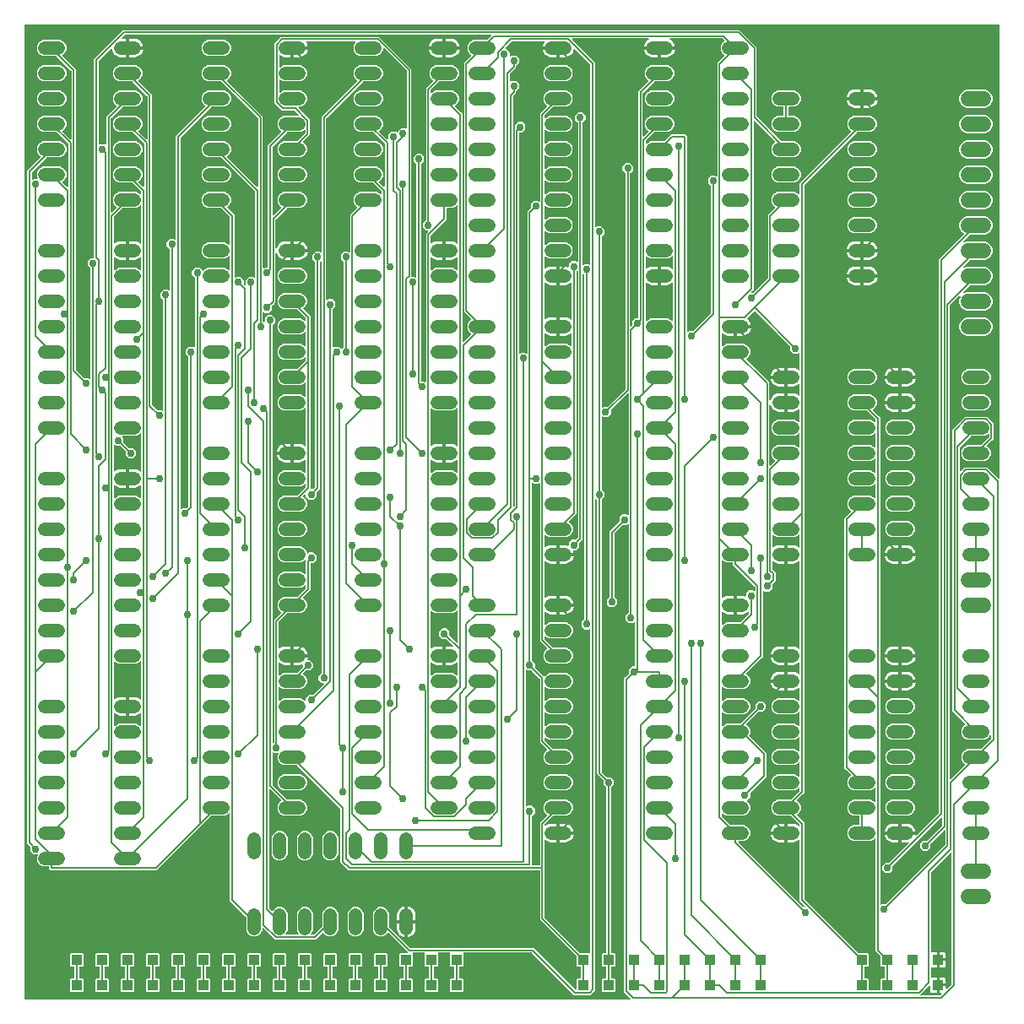
<source format=gbr>
G04 EAGLE Gerber RS-274X export*
G75*
%MOMM*%
%FSLAX34Y34*%
%LPD*%
%INTop Copper*%
%IPPOS*%
%AMOC8*
5,1,8,0,0,1.08239X$1,22.5*%
G01*
%ADD10C,1.320800*%
%ADD11C,1.524000*%
%ADD12R,1.058000X1.058000*%
%ADD13C,0.152400*%
%ADD14C,0.756400*%

G36*
X-512210Y23507D02*
X-512210Y23507D01*
X-512138Y23509D01*
X-512089Y23527D01*
X-512038Y23535D01*
X-511974Y23569D01*
X-511907Y23594D01*
X-511866Y23626D01*
X-511820Y23651D01*
X-511771Y23703D01*
X-511715Y23747D01*
X-511687Y23791D01*
X-511651Y23829D01*
X-511621Y23894D01*
X-511582Y23954D01*
X-511569Y24005D01*
X-511547Y24052D01*
X-511539Y24123D01*
X-511522Y24193D01*
X-511526Y24245D01*
X-511520Y24296D01*
X-511535Y24367D01*
X-511541Y24438D01*
X-511561Y24486D01*
X-511572Y24537D01*
X-511609Y24598D01*
X-511637Y24664D01*
X-511682Y24720D01*
X-511699Y24748D01*
X-511716Y24763D01*
X-511742Y24795D01*
X-517863Y30916D01*
X-517863Y345796D01*
X-516300Y347359D01*
X-513530Y350129D01*
X-513477Y350203D01*
X-513417Y350273D01*
X-513405Y350303D01*
X-513386Y350329D01*
X-513359Y350416D01*
X-513325Y350501D01*
X-513321Y350542D01*
X-513314Y350564D01*
X-513315Y350596D01*
X-513307Y350667D01*
X-513307Y354623D01*
X-510198Y357732D01*
X-507873Y357732D01*
X-507853Y357735D01*
X-507834Y357733D01*
X-507732Y357755D01*
X-507630Y357771D01*
X-507613Y357781D01*
X-507593Y357785D01*
X-507504Y357838D01*
X-507413Y357887D01*
X-507399Y357901D01*
X-507382Y357911D01*
X-507315Y357990D01*
X-507243Y358065D01*
X-507235Y358083D01*
X-507222Y358098D01*
X-507183Y358194D01*
X-507140Y358288D01*
X-507138Y358308D01*
X-507130Y358326D01*
X-507112Y358493D01*
X-507112Y401121D01*
X-507123Y401191D01*
X-507125Y401263D01*
X-507143Y401312D01*
X-507151Y401363D01*
X-507185Y401427D01*
X-507210Y401494D01*
X-507242Y401535D01*
X-507267Y401581D01*
X-507319Y401630D01*
X-507363Y401686D01*
X-507407Y401714D01*
X-507445Y401750D01*
X-507510Y401780D01*
X-507570Y401819D01*
X-507621Y401832D01*
X-507668Y401854D01*
X-507739Y401862D01*
X-507809Y401879D01*
X-507861Y401875D01*
X-507912Y401881D01*
X-507983Y401866D01*
X-508054Y401860D01*
X-508102Y401840D01*
X-508153Y401829D01*
X-508214Y401792D01*
X-508280Y401764D01*
X-508336Y401719D01*
X-508364Y401702D01*
X-508379Y401685D01*
X-508411Y401659D01*
X-508977Y401093D01*
X-513373Y401093D01*
X-516482Y404202D01*
X-516482Y408598D01*
X-513685Y411395D01*
X-513632Y411469D01*
X-513572Y411539D01*
X-513560Y411569D01*
X-513541Y411595D01*
X-513514Y411682D01*
X-513480Y411767D01*
X-513476Y411808D01*
X-513469Y411830D01*
X-513470Y411862D01*
X-513462Y411933D01*
X-513462Y499546D01*
X-513473Y499616D01*
X-513475Y499688D01*
X-513493Y499737D01*
X-513501Y499788D01*
X-513535Y499852D01*
X-513560Y499919D01*
X-513592Y499960D01*
X-513617Y500006D01*
X-513669Y500055D01*
X-513713Y500111D01*
X-513757Y500139D01*
X-513795Y500175D01*
X-513860Y500205D01*
X-513920Y500244D01*
X-513971Y500257D01*
X-514018Y500279D01*
X-514089Y500287D01*
X-514159Y500304D01*
X-514211Y500300D01*
X-514262Y500306D01*
X-514333Y500291D01*
X-514404Y500285D01*
X-514452Y500265D01*
X-514503Y500254D01*
X-514564Y500217D01*
X-514630Y500189D01*
X-514686Y500144D01*
X-514714Y500127D01*
X-514729Y500110D01*
X-514761Y500084D01*
X-515327Y499518D01*
X-519282Y499518D01*
X-519373Y499504D01*
X-519463Y499496D01*
X-519493Y499484D01*
X-519525Y499479D01*
X-519606Y499436D01*
X-519690Y499400D01*
X-519722Y499374D01*
X-519743Y499363D01*
X-519765Y499340D01*
X-519821Y499295D01*
X-527715Y491401D01*
X-527763Y491334D01*
X-527766Y491331D01*
X-527767Y491329D01*
X-527768Y491327D01*
X-527828Y491257D01*
X-527840Y491227D01*
X-527859Y491201D01*
X-527886Y491114D01*
X-527920Y491029D01*
X-527924Y490988D01*
X-527931Y490966D01*
X-527930Y490934D01*
X-527938Y490862D01*
X-527938Y427808D01*
X-527924Y427718D01*
X-527916Y427627D01*
X-527904Y427598D01*
X-527899Y427566D01*
X-527856Y427485D01*
X-527820Y427401D01*
X-527794Y427369D01*
X-527783Y427348D01*
X-527760Y427326D01*
X-527715Y427270D01*
X-524918Y424473D01*
X-524918Y420077D01*
X-528027Y416968D01*
X-532423Y416968D01*
X-535532Y420077D01*
X-535532Y424473D01*
X-532735Y427270D01*
X-532682Y427344D01*
X-532622Y427414D01*
X-532610Y427444D01*
X-532591Y427470D01*
X-532564Y427557D01*
X-532530Y427642D01*
X-532526Y427683D01*
X-532519Y427705D01*
X-532520Y427737D01*
X-532512Y427808D01*
X-532512Y493072D01*
X-523055Y502529D01*
X-523002Y502603D01*
X-522942Y502673D01*
X-522930Y502703D01*
X-522911Y502729D01*
X-522884Y502816D01*
X-522850Y502901D01*
X-522846Y502942D01*
X-522839Y502964D01*
X-522840Y502996D01*
X-522832Y503068D01*
X-522832Y507023D01*
X-519723Y510132D01*
X-515327Y510132D01*
X-514761Y509566D01*
X-514703Y509524D01*
X-514651Y509475D01*
X-514604Y509453D01*
X-514562Y509423D01*
X-514493Y509401D01*
X-514428Y509371D01*
X-514376Y509366D01*
X-514326Y509350D01*
X-514255Y509352D01*
X-514184Y509344D01*
X-514133Y509355D01*
X-514081Y509357D01*
X-514013Y509381D01*
X-513943Y509396D01*
X-513898Y509423D01*
X-513850Y509441D01*
X-513794Y509486D01*
X-513732Y509523D01*
X-513698Y509562D01*
X-513658Y509595D01*
X-513619Y509655D01*
X-513572Y509710D01*
X-513553Y509758D01*
X-513525Y509802D01*
X-513507Y509871D01*
X-513480Y509938D01*
X-513472Y510009D01*
X-513464Y510040D01*
X-513466Y510063D01*
X-513462Y510104D01*
X-513462Y630817D01*
X-513473Y630887D01*
X-513475Y630959D01*
X-513493Y631008D01*
X-513501Y631059D01*
X-513535Y631123D01*
X-513560Y631190D01*
X-513592Y631231D01*
X-513617Y631277D01*
X-513669Y631326D01*
X-513713Y631382D01*
X-513757Y631410D01*
X-513795Y631446D01*
X-513860Y631476D01*
X-513920Y631515D01*
X-513971Y631528D01*
X-514018Y631550D01*
X-514089Y631558D01*
X-514159Y631575D01*
X-514211Y631571D01*
X-514262Y631577D01*
X-514333Y631562D01*
X-514404Y631556D01*
X-514452Y631536D01*
X-514503Y631525D01*
X-514564Y631488D01*
X-514630Y631460D01*
X-514686Y631415D01*
X-514714Y631398D01*
X-514729Y631381D01*
X-514761Y631355D01*
X-531045Y615071D01*
X-531098Y614997D01*
X-531158Y614927D01*
X-531170Y614897D01*
X-531189Y614871D01*
X-531216Y614784D01*
X-531250Y614699D01*
X-531254Y614658D01*
X-531261Y614636D01*
X-531260Y614604D01*
X-531268Y614532D01*
X-531268Y610577D01*
X-534377Y607468D01*
X-538773Y607468D01*
X-539339Y608034D01*
X-539397Y608076D01*
X-539449Y608125D01*
X-539496Y608147D01*
X-539538Y608177D01*
X-539607Y608199D01*
X-539672Y608229D01*
X-539724Y608234D01*
X-539774Y608250D01*
X-539845Y608248D01*
X-539916Y608256D01*
X-539967Y608245D01*
X-540019Y608243D01*
X-540087Y608219D01*
X-540157Y608204D01*
X-540202Y608177D01*
X-540250Y608159D01*
X-540306Y608114D01*
X-540368Y608077D01*
X-540402Y608038D01*
X-540442Y608005D01*
X-540481Y607945D01*
X-540528Y607890D01*
X-540547Y607842D01*
X-540575Y607798D01*
X-540593Y607729D01*
X-540620Y607662D01*
X-540628Y607591D01*
X-540636Y607560D01*
X-540634Y607537D01*
X-540638Y607496D01*
X-540638Y535758D01*
X-540624Y535668D01*
X-540616Y535577D01*
X-540604Y535548D01*
X-540599Y535516D01*
X-540556Y535435D01*
X-540520Y535351D01*
X-540494Y535319D01*
X-540483Y535298D01*
X-540460Y535276D01*
X-540415Y535220D01*
X-537618Y532423D01*
X-537618Y528027D01*
X-540415Y525230D01*
X-540468Y525156D01*
X-540528Y525086D01*
X-540540Y525056D01*
X-540559Y525030D01*
X-540586Y524943D01*
X-540620Y524858D01*
X-540624Y524817D01*
X-540631Y524795D01*
X-540630Y524763D01*
X-540638Y524692D01*
X-540638Y252088D01*
X-540624Y251997D01*
X-540616Y251907D01*
X-540604Y251877D01*
X-540599Y251845D01*
X-540556Y251764D01*
X-540520Y251680D01*
X-540494Y251648D01*
X-540483Y251627D01*
X-540460Y251605D01*
X-540415Y251549D01*
X-535696Y246830D01*
X-535622Y246777D01*
X-535552Y246717D01*
X-535522Y246705D01*
X-535496Y246686D01*
X-535409Y246659D01*
X-535324Y246625D01*
X-535283Y246621D01*
X-535261Y246614D01*
X-535229Y246615D01*
X-535157Y246607D01*
X-531202Y246607D01*
X-528093Y243498D01*
X-528093Y239102D01*
X-530890Y236305D01*
X-530943Y236231D01*
X-531003Y236161D01*
X-531015Y236131D01*
X-531034Y236105D01*
X-531061Y236018D01*
X-531095Y235933D01*
X-531099Y235892D01*
X-531106Y235870D01*
X-531105Y235838D01*
X-531113Y235767D01*
X-531113Y71076D01*
X-531110Y71056D01*
X-531112Y71037D01*
X-531090Y70935D01*
X-531074Y70833D01*
X-531064Y70816D01*
X-531060Y70796D01*
X-531007Y70707D01*
X-530958Y70616D01*
X-530944Y70602D01*
X-530934Y70585D01*
X-530855Y70518D01*
X-530780Y70446D01*
X-530762Y70438D01*
X-530747Y70425D01*
X-530651Y70386D01*
X-530557Y70343D01*
X-530537Y70341D01*
X-530519Y70333D01*
X-530352Y70315D01*
X-527478Y70315D01*
X-526585Y69422D01*
X-526585Y57578D01*
X-527478Y56685D01*
X-530352Y56685D01*
X-530372Y56682D01*
X-530391Y56684D01*
X-530493Y56662D01*
X-530595Y56646D01*
X-530612Y56636D01*
X-530632Y56632D01*
X-530721Y56579D01*
X-530812Y56530D01*
X-530826Y56516D01*
X-530843Y56506D01*
X-530910Y56427D01*
X-530982Y56352D01*
X-530990Y56334D01*
X-531003Y56319D01*
X-531042Y56223D01*
X-531085Y56129D01*
X-531087Y56109D01*
X-531095Y56091D01*
X-531113Y55924D01*
X-531113Y45676D01*
X-531110Y45656D01*
X-531112Y45637D01*
X-531090Y45535D01*
X-531074Y45433D01*
X-531064Y45416D01*
X-531060Y45396D01*
X-531007Y45307D01*
X-530958Y45216D01*
X-530944Y45202D01*
X-530934Y45185D01*
X-530855Y45118D01*
X-530780Y45046D01*
X-530762Y45038D01*
X-530747Y45025D01*
X-530651Y44986D01*
X-530557Y44943D01*
X-530537Y44941D01*
X-530519Y44933D01*
X-530352Y44915D01*
X-527478Y44915D01*
X-526585Y44022D01*
X-526585Y32178D01*
X-527478Y31285D01*
X-539322Y31285D01*
X-540215Y32178D01*
X-540215Y44022D01*
X-539322Y44915D01*
X-536448Y44915D01*
X-536428Y44918D01*
X-536409Y44916D01*
X-536307Y44938D01*
X-536205Y44954D01*
X-536188Y44964D01*
X-536168Y44968D01*
X-536079Y45021D01*
X-535988Y45070D01*
X-535974Y45084D01*
X-535957Y45094D01*
X-535890Y45173D01*
X-535818Y45248D01*
X-535810Y45266D01*
X-535797Y45281D01*
X-535758Y45377D01*
X-535715Y45471D01*
X-535713Y45491D01*
X-535705Y45509D01*
X-535687Y45676D01*
X-535687Y55924D01*
X-535690Y55944D01*
X-535688Y55963D01*
X-535710Y56065D01*
X-535726Y56167D01*
X-535736Y56184D01*
X-535740Y56204D01*
X-535793Y56293D01*
X-535842Y56384D01*
X-535856Y56398D01*
X-535866Y56415D01*
X-535945Y56482D01*
X-536020Y56554D01*
X-536038Y56562D01*
X-536053Y56575D01*
X-536149Y56614D01*
X-536243Y56657D01*
X-536263Y56659D01*
X-536281Y56667D01*
X-536448Y56685D01*
X-539322Y56685D01*
X-540215Y57578D01*
X-540215Y69422D01*
X-539322Y70315D01*
X-536448Y70315D01*
X-536428Y70318D01*
X-536409Y70316D01*
X-536307Y70338D01*
X-536205Y70354D01*
X-536188Y70364D01*
X-536168Y70368D01*
X-536079Y70421D01*
X-535988Y70470D01*
X-535974Y70484D01*
X-535957Y70494D01*
X-535890Y70573D01*
X-535818Y70648D01*
X-535810Y70666D01*
X-535797Y70681D01*
X-535758Y70777D01*
X-535715Y70871D01*
X-535713Y70891D01*
X-535705Y70909D01*
X-535687Y71076D01*
X-535687Y235767D01*
X-535701Y235857D01*
X-535709Y235948D01*
X-535721Y235977D01*
X-535726Y236009D01*
X-535769Y236090D01*
X-535805Y236174D01*
X-535831Y236206D01*
X-535842Y236227D01*
X-535865Y236249D01*
X-535910Y236305D01*
X-538707Y239102D01*
X-538707Y243057D01*
X-538721Y243148D01*
X-538729Y243238D01*
X-538741Y243268D01*
X-538746Y243300D01*
X-538789Y243381D01*
X-538825Y243465D01*
X-538851Y243497D01*
X-538862Y243518D01*
X-538885Y243540D01*
X-538930Y243596D01*
X-545212Y249878D01*
X-545212Y524692D01*
X-545226Y524781D01*
X-545234Y524873D01*
X-545246Y524902D01*
X-545251Y524934D01*
X-545294Y525015D01*
X-545330Y525099D01*
X-545356Y525131D01*
X-545367Y525152D01*
X-545390Y525174D01*
X-545435Y525230D01*
X-545971Y525766D01*
X-546029Y525808D01*
X-546081Y525857D01*
X-546128Y525879D01*
X-546170Y525909D01*
X-546239Y525931D01*
X-546304Y525961D01*
X-546356Y525966D01*
X-546406Y525982D01*
X-546477Y525980D01*
X-546548Y525988D01*
X-546599Y525977D01*
X-546651Y525975D01*
X-546719Y525951D01*
X-546789Y525936D01*
X-546834Y525909D01*
X-546882Y525891D01*
X-546938Y525846D01*
X-547000Y525809D01*
X-547034Y525770D01*
X-547074Y525737D01*
X-547113Y525677D01*
X-547160Y525622D01*
X-547179Y525574D01*
X-547207Y525530D01*
X-547225Y525461D01*
X-547252Y525394D01*
X-547260Y525323D01*
X-547268Y525292D01*
X-547266Y525269D01*
X-547270Y525228D01*
X-547270Y32583D01*
X-551616Y28237D01*
X-568046Y28237D01*
X-610324Y70515D01*
X-610398Y70568D01*
X-610468Y70628D01*
X-610498Y70640D01*
X-610524Y70659D01*
X-610611Y70686D01*
X-610696Y70720D01*
X-610737Y70724D01*
X-610759Y70731D01*
X-610791Y70730D01*
X-610863Y70738D01*
X-678464Y70738D01*
X-678535Y70727D01*
X-678607Y70725D01*
X-678656Y70707D01*
X-678707Y70699D01*
X-678770Y70665D01*
X-678838Y70640D01*
X-678878Y70608D01*
X-678924Y70583D01*
X-678974Y70532D01*
X-679030Y70487D01*
X-679058Y70443D01*
X-679094Y70405D01*
X-679124Y70340D01*
X-679163Y70280D01*
X-679175Y70229D01*
X-679197Y70182D01*
X-679205Y70111D01*
X-679223Y70041D01*
X-679219Y69989D01*
X-679224Y69938D01*
X-679209Y69867D01*
X-679204Y69796D01*
X-679183Y69748D01*
X-679172Y69697D01*
X-679135Y69636D01*
X-679107Y69570D01*
X-679062Y69514D01*
X-679046Y69486D01*
X-679028Y69471D01*
X-679002Y69439D01*
X-678985Y69422D01*
X-678985Y57578D01*
X-679878Y56685D01*
X-682752Y56685D01*
X-682772Y56682D01*
X-682791Y56684D01*
X-682893Y56662D01*
X-682995Y56646D01*
X-683012Y56636D01*
X-683032Y56632D01*
X-683121Y56579D01*
X-683212Y56530D01*
X-683226Y56516D01*
X-683243Y56506D01*
X-683310Y56427D01*
X-683382Y56352D01*
X-683390Y56334D01*
X-683403Y56319D01*
X-683442Y56223D01*
X-683485Y56129D01*
X-683487Y56109D01*
X-683495Y56091D01*
X-683513Y55924D01*
X-683513Y45676D01*
X-683510Y45656D01*
X-683512Y45637D01*
X-683490Y45535D01*
X-683474Y45433D01*
X-683464Y45416D01*
X-683460Y45396D01*
X-683407Y45307D01*
X-683358Y45216D01*
X-683344Y45202D01*
X-683334Y45185D01*
X-683255Y45118D01*
X-683180Y45046D01*
X-683162Y45038D01*
X-683147Y45025D01*
X-683051Y44986D01*
X-682957Y44943D01*
X-682937Y44941D01*
X-682919Y44933D01*
X-682752Y44915D01*
X-679878Y44915D01*
X-678985Y44022D01*
X-678985Y32178D01*
X-679878Y31285D01*
X-691722Y31285D01*
X-692615Y32178D01*
X-692615Y44022D01*
X-691722Y44915D01*
X-688848Y44915D01*
X-688828Y44918D01*
X-688809Y44916D01*
X-688707Y44938D01*
X-688605Y44954D01*
X-688588Y44964D01*
X-688568Y44968D01*
X-688479Y45021D01*
X-688388Y45070D01*
X-688374Y45084D01*
X-688357Y45094D01*
X-688290Y45173D01*
X-688218Y45248D01*
X-688210Y45266D01*
X-688197Y45281D01*
X-688158Y45377D01*
X-688115Y45471D01*
X-688113Y45491D01*
X-688105Y45509D01*
X-688087Y45676D01*
X-688087Y55924D01*
X-688090Y55944D01*
X-688088Y55963D01*
X-688110Y56065D01*
X-688126Y56167D01*
X-688136Y56184D01*
X-688140Y56204D01*
X-688193Y56293D01*
X-688242Y56384D01*
X-688256Y56398D01*
X-688266Y56415D01*
X-688345Y56482D01*
X-688420Y56554D01*
X-688438Y56562D01*
X-688453Y56575D01*
X-688549Y56614D01*
X-688643Y56657D01*
X-688663Y56659D01*
X-688681Y56667D01*
X-688848Y56685D01*
X-691722Y56685D01*
X-692615Y57578D01*
X-692615Y69422D01*
X-692598Y69439D01*
X-692556Y69497D01*
X-692506Y69549D01*
X-692484Y69596D01*
X-692454Y69638D01*
X-692433Y69707D01*
X-692403Y69772D01*
X-692397Y69824D01*
X-692382Y69874D01*
X-692384Y69945D01*
X-692376Y70016D01*
X-692387Y70067D01*
X-692388Y70119D01*
X-692413Y70187D01*
X-692428Y70257D01*
X-692455Y70302D01*
X-692472Y70350D01*
X-692517Y70406D01*
X-692554Y70468D01*
X-692594Y70502D01*
X-692626Y70542D01*
X-692686Y70581D01*
X-692741Y70628D01*
X-692789Y70647D01*
X-692833Y70675D01*
X-692902Y70693D01*
X-692969Y70720D01*
X-693040Y70728D01*
X-693072Y70736D01*
X-693095Y70734D01*
X-693136Y70738D01*
X-703864Y70738D01*
X-703935Y70727D01*
X-704007Y70725D01*
X-704056Y70707D01*
X-704107Y70699D01*
X-704170Y70665D01*
X-704238Y70640D01*
X-704278Y70608D01*
X-704324Y70583D01*
X-704374Y70532D01*
X-704430Y70487D01*
X-704458Y70443D01*
X-704494Y70405D01*
X-704524Y70340D01*
X-704563Y70280D01*
X-704575Y70229D01*
X-704597Y70182D01*
X-704605Y70111D01*
X-704623Y70041D01*
X-704619Y69989D01*
X-704624Y69938D01*
X-704609Y69867D01*
X-704604Y69796D01*
X-704583Y69748D01*
X-704572Y69697D01*
X-704535Y69636D01*
X-704507Y69570D01*
X-704462Y69514D01*
X-704446Y69486D01*
X-704428Y69471D01*
X-704402Y69439D01*
X-704385Y69422D01*
X-704385Y57578D01*
X-705278Y56685D01*
X-708152Y56685D01*
X-708172Y56682D01*
X-708191Y56684D01*
X-708293Y56662D01*
X-708395Y56646D01*
X-708412Y56636D01*
X-708432Y56632D01*
X-708521Y56579D01*
X-708612Y56530D01*
X-708626Y56516D01*
X-708643Y56506D01*
X-708710Y56427D01*
X-708782Y56352D01*
X-708790Y56334D01*
X-708803Y56319D01*
X-708842Y56223D01*
X-708885Y56129D01*
X-708887Y56109D01*
X-708895Y56091D01*
X-708913Y55924D01*
X-708913Y45676D01*
X-708910Y45656D01*
X-708912Y45637D01*
X-708890Y45535D01*
X-708874Y45433D01*
X-708864Y45416D01*
X-708860Y45396D01*
X-708807Y45307D01*
X-708758Y45216D01*
X-708744Y45202D01*
X-708734Y45185D01*
X-708655Y45118D01*
X-708580Y45046D01*
X-708562Y45038D01*
X-708547Y45025D01*
X-708451Y44986D01*
X-708357Y44943D01*
X-708337Y44941D01*
X-708319Y44933D01*
X-708152Y44915D01*
X-705278Y44915D01*
X-704385Y44022D01*
X-704385Y32178D01*
X-705278Y31285D01*
X-717122Y31285D01*
X-718015Y32178D01*
X-718015Y44022D01*
X-717122Y44915D01*
X-714248Y44915D01*
X-714228Y44918D01*
X-714209Y44916D01*
X-714107Y44938D01*
X-714005Y44954D01*
X-713988Y44964D01*
X-713968Y44968D01*
X-713879Y45021D01*
X-713788Y45070D01*
X-713774Y45084D01*
X-713757Y45094D01*
X-713690Y45173D01*
X-713618Y45248D01*
X-713610Y45266D01*
X-713597Y45281D01*
X-713558Y45377D01*
X-713515Y45471D01*
X-713513Y45491D01*
X-713505Y45509D01*
X-713487Y45676D01*
X-713487Y55924D01*
X-713490Y55944D01*
X-713488Y55963D01*
X-713510Y56065D01*
X-713526Y56167D01*
X-713536Y56184D01*
X-713540Y56204D01*
X-713593Y56293D01*
X-713642Y56384D01*
X-713656Y56398D01*
X-713666Y56415D01*
X-713745Y56482D01*
X-713820Y56554D01*
X-713838Y56562D01*
X-713853Y56575D01*
X-713949Y56614D01*
X-714043Y56657D01*
X-714063Y56659D01*
X-714081Y56667D01*
X-714248Y56685D01*
X-717122Y56685D01*
X-718015Y57578D01*
X-718015Y69422D01*
X-717998Y69439D01*
X-717956Y69497D01*
X-717906Y69549D01*
X-717884Y69596D01*
X-717854Y69638D01*
X-717833Y69707D01*
X-717803Y69772D01*
X-717797Y69824D01*
X-717782Y69874D01*
X-717784Y69945D01*
X-717776Y70016D01*
X-717787Y70067D01*
X-717788Y70119D01*
X-717813Y70187D01*
X-717828Y70257D01*
X-717855Y70302D01*
X-717872Y70350D01*
X-717917Y70406D01*
X-717954Y70468D01*
X-717994Y70502D01*
X-718026Y70542D01*
X-718086Y70581D01*
X-718141Y70628D01*
X-718189Y70647D01*
X-718233Y70675D01*
X-718302Y70693D01*
X-718369Y70720D01*
X-718440Y70728D01*
X-718472Y70736D01*
X-718495Y70734D01*
X-718536Y70738D01*
X-729264Y70738D01*
X-729335Y70727D01*
X-729407Y70725D01*
X-729456Y70707D01*
X-729507Y70699D01*
X-729570Y70665D01*
X-729638Y70640D01*
X-729678Y70608D01*
X-729724Y70583D01*
X-729774Y70532D01*
X-729830Y70487D01*
X-729858Y70443D01*
X-729894Y70405D01*
X-729924Y70340D01*
X-729963Y70280D01*
X-729975Y70229D01*
X-729997Y70182D01*
X-730005Y70111D01*
X-730023Y70041D01*
X-730019Y69989D01*
X-730024Y69938D01*
X-730009Y69867D01*
X-730004Y69796D01*
X-729983Y69748D01*
X-729972Y69697D01*
X-729935Y69636D01*
X-729907Y69570D01*
X-729862Y69514D01*
X-729846Y69486D01*
X-729828Y69471D01*
X-729802Y69439D01*
X-729785Y69422D01*
X-729785Y57578D01*
X-730678Y56685D01*
X-733552Y56685D01*
X-733572Y56682D01*
X-733591Y56684D01*
X-733693Y56662D01*
X-733795Y56646D01*
X-733812Y56636D01*
X-733832Y56632D01*
X-733921Y56579D01*
X-734012Y56530D01*
X-734026Y56516D01*
X-734043Y56506D01*
X-734110Y56427D01*
X-734182Y56352D01*
X-734190Y56334D01*
X-734203Y56319D01*
X-734242Y56223D01*
X-734285Y56129D01*
X-734287Y56109D01*
X-734295Y56091D01*
X-734313Y55924D01*
X-734313Y45676D01*
X-734310Y45656D01*
X-734312Y45637D01*
X-734290Y45535D01*
X-734274Y45433D01*
X-734264Y45416D01*
X-734260Y45396D01*
X-734207Y45307D01*
X-734158Y45216D01*
X-734144Y45202D01*
X-734134Y45185D01*
X-734055Y45118D01*
X-733980Y45046D01*
X-733962Y45038D01*
X-733947Y45025D01*
X-733851Y44986D01*
X-733757Y44943D01*
X-733737Y44941D01*
X-733719Y44933D01*
X-733552Y44915D01*
X-730678Y44915D01*
X-729785Y44022D01*
X-729785Y32178D01*
X-730678Y31285D01*
X-742522Y31285D01*
X-743415Y32178D01*
X-743415Y44022D01*
X-742522Y44915D01*
X-739648Y44915D01*
X-739628Y44918D01*
X-739609Y44916D01*
X-739507Y44938D01*
X-739405Y44954D01*
X-739388Y44964D01*
X-739368Y44968D01*
X-739279Y45021D01*
X-739188Y45070D01*
X-739174Y45084D01*
X-739157Y45094D01*
X-739090Y45173D01*
X-739018Y45248D01*
X-739010Y45266D01*
X-738997Y45281D01*
X-738958Y45377D01*
X-738915Y45471D01*
X-738913Y45491D01*
X-738905Y45509D01*
X-738887Y45676D01*
X-738887Y55924D01*
X-738890Y55944D01*
X-738888Y55963D01*
X-738910Y56065D01*
X-738926Y56167D01*
X-738936Y56184D01*
X-738940Y56204D01*
X-738993Y56293D01*
X-739042Y56384D01*
X-739056Y56398D01*
X-739066Y56415D01*
X-739145Y56482D01*
X-739220Y56554D01*
X-739238Y56562D01*
X-739253Y56575D01*
X-739349Y56614D01*
X-739443Y56657D01*
X-739463Y56659D01*
X-739481Y56667D01*
X-739648Y56685D01*
X-742522Y56685D01*
X-743415Y57578D01*
X-743415Y69422D01*
X-742522Y70315D01*
X-735786Y70315D01*
X-735716Y70326D01*
X-735644Y70328D01*
X-735595Y70346D01*
X-735544Y70354D01*
X-735480Y70388D01*
X-735413Y70413D01*
X-735372Y70445D01*
X-735326Y70470D01*
X-735277Y70522D01*
X-735221Y70566D01*
X-735193Y70610D01*
X-735157Y70648D01*
X-735127Y70713D01*
X-735088Y70773D01*
X-735075Y70824D01*
X-735053Y70871D01*
X-735045Y70942D01*
X-735028Y71012D01*
X-735032Y71064D01*
X-735026Y71115D01*
X-735041Y71186D01*
X-735047Y71257D01*
X-735067Y71305D01*
X-735078Y71356D01*
X-735115Y71417D01*
X-735143Y71483D01*
X-735188Y71539D01*
X-735205Y71567D01*
X-735222Y71582D01*
X-735248Y71614D01*
X-735935Y72301D01*
X-754029Y90395D01*
X-754045Y90407D01*
X-754057Y90422D01*
X-754145Y90478D01*
X-754229Y90538D01*
X-754247Y90544D01*
X-754264Y90555D01*
X-754365Y90580D01*
X-754464Y90611D01*
X-754484Y90610D01*
X-754503Y90615D01*
X-754606Y90607D01*
X-754709Y90604D01*
X-754728Y90598D01*
X-754748Y90596D01*
X-754843Y90556D01*
X-754941Y90520D01*
X-754956Y90507D01*
X-754974Y90500D01*
X-755105Y90395D01*
X-757395Y88105D01*
X-760383Y86867D01*
X-763617Y86867D01*
X-766605Y88105D01*
X-768891Y90391D01*
X-770129Y93379D01*
X-770129Y109821D01*
X-768891Y112809D01*
X-766605Y115095D01*
X-763617Y116333D01*
X-760383Y116333D01*
X-757395Y115095D01*
X-755109Y112809D01*
X-753871Y109821D01*
X-753871Y97021D01*
X-753857Y96930D01*
X-753849Y96840D01*
X-753837Y96810D01*
X-753832Y96778D01*
X-753789Y96697D01*
X-753753Y96613D01*
X-753727Y96581D01*
X-753716Y96560D01*
X-753693Y96538D01*
X-753648Y96482D01*
X-732701Y75535D01*
X-732627Y75482D01*
X-732557Y75422D01*
X-732527Y75410D01*
X-732501Y75391D01*
X-732414Y75364D01*
X-732329Y75330D01*
X-732288Y75326D01*
X-732266Y75319D01*
X-732234Y75320D01*
X-732162Y75312D01*
X-608653Y75312D01*
X-566914Y33573D01*
X-566856Y33531D01*
X-566804Y33482D01*
X-566757Y33460D01*
X-566715Y33430D01*
X-566646Y33409D01*
X-566581Y33378D01*
X-566529Y33373D01*
X-566479Y33357D01*
X-566408Y33359D01*
X-566337Y33351D01*
X-566286Y33362D01*
X-566234Y33364D01*
X-566166Y33388D01*
X-566096Y33403D01*
X-566051Y33430D01*
X-566003Y33448D01*
X-565947Y33493D01*
X-565885Y33530D01*
X-565851Y33569D01*
X-565811Y33602D01*
X-565772Y33662D01*
X-565725Y33717D01*
X-565706Y33765D01*
X-565678Y33809D01*
X-565660Y33878D01*
X-565633Y33945D01*
X-565625Y34016D01*
X-565617Y34047D01*
X-565619Y34071D01*
X-565615Y34111D01*
X-565615Y44022D01*
X-564722Y44915D01*
X-561848Y44915D01*
X-561828Y44918D01*
X-561809Y44916D01*
X-561707Y44938D01*
X-561605Y44954D01*
X-561588Y44964D01*
X-561568Y44968D01*
X-561479Y45021D01*
X-561388Y45070D01*
X-561374Y45084D01*
X-561357Y45094D01*
X-561290Y45173D01*
X-561218Y45248D01*
X-561210Y45266D01*
X-561197Y45281D01*
X-561158Y45377D01*
X-561115Y45471D01*
X-561113Y45491D01*
X-561105Y45509D01*
X-561087Y45676D01*
X-561087Y55924D01*
X-561090Y55944D01*
X-561088Y55963D01*
X-561110Y56065D01*
X-561126Y56167D01*
X-561136Y56184D01*
X-561140Y56204D01*
X-561193Y56293D01*
X-561242Y56384D01*
X-561256Y56398D01*
X-561266Y56415D01*
X-561345Y56482D01*
X-561420Y56554D01*
X-561438Y56562D01*
X-561453Y56575D01*
X-561549Y56614D01*
X-561643Y56657D01*
X-561663Y56659D01*
X-561681Y56667D01*
X-561848Y56685D01*
X-564722Y56685D01*
X-565615Y57578D01*
X-565615Y66765D01*
X-565629Y66856D01*
X-565637Y66946D01*
X-565649Y66976D01*
X-565654Y67008D01*
X-565697Y67089D01*
X-565733Y67173D01*
X-565759Y67205D01*
X-565770Y67226D01*
X-565793Y67248D01*
X-565838Y67304D01*
X-602362Y103828D01*
X-602362Y152527D01*
X-602365Y152547D01*
X-602363Y152566D01*
X-602385Y152668D01*
X-602401Y152770D01*
X-602411Y152787D01*
X-602415Y152807D01*
X-602468Y152896D01*
X-602517Y152987D01*
X-602531Y153001D01*
X-602541Y153018D01*
X-602620Y153085D01*
X-602695Y153157D01*
X-602713Y153165D01*
X-602728Y153178D01*
X-602824Y153217D01*
X-602918Y153260D01*
X-602938Y153262D01*
X-602956Y153270D01*
X-603123Y153288D01*
X-794697Y153288D01*
X-802387Y160978D01*
X-802387Y214637D01*
X-802401Y214728D01*
X-802409Y214818D01*
X-802421Y214848D01*
X-802426Y214880D01*
X-802469Y214961D01*
X-802505Y215045D01*
X-802531Y215077D01*
X-802542Y215098D01*
X-802565Y215120D01*
X-802610Y215176D01*
X-845782Y258348D01*
X-845856Y258401D01*
X-845926Y258461D01*
X-845956Y258473D01*
X-845982Y258492D01*
X-846069Y258519D01*
X-846154Y258553D01*
X-846195Y258557D01*
X-846217Y258564D01*
X-846249Y258563D01*
X-846320Y258571D01*
X-859121Y258571D01*
X-862109Y259809D01*
X-864395Y262095D01*
X-865633Y265083D01*
X-865633Y268317D01*
X-864991Y269866D01*
X-864982Y269907D01*
X-864968Y269936D01*
X-864968Y269938D01*
X-864961Y269952D01*
X-864953Y270029D01*
X-864935Y270105D01*
X-864939Y270151D01*
X-864934Y270196D01*
X-864951Y270273D01*
X-864958Y270350D01*
X-864977Y270392D01*
X-864987Y270437D01*
X-865026Y270504D01*
X-865058Y270575D01*
X-865089Y270609D01*
X-865113Y270648D01*
X-865172Y270699D01*
X-865225Y270756D01*
X-865265Y270778D01*
X-865300Y270808D01*
X-865372Y270837D01*
X-865440Y270874D01*
X-865485Y270883D01*
X-865528Y270900D01*
X-865664Y270915D01*
X-865682Y270918D01*
X-865687Y270917D01*
X-865694Y270918D01*
X-868973Y270918D01*
X-869539Y271484D01*
X-869597Y271526D01*
X-869649Y271575D01*
X-869696Y271597D01*
X-869738Y271627D01*
X-869807Y271649D01*
X-869872Y271679D01*
X-869924Y271684D01*
X-869974Y271700D01*
X-870045Y271698D01*
X-870116Y271706D01*
X-870167Y271695D01*
X-870219Y271693D01*
X-870287Y271669D01*
X-870357Y271654D01*
X-870402Y271627D01*
X-870450Y271609D01*
X-870506Y271564D01*
X-870568Y271527D01*
X-870602Y271488D01*
X-870642Y271455D01*
X-870681Y271395D01*
X-870728Y271340D01*
X-870747Y271292D01*
X-870775Y271248D01*
X-870793Y271179D01*
X-870820Y271112D01*
X-870828Y271041D01*
X-870836Y271010D01*
X-870834Y270987D01*
X-870838Y270946D01*
X-870838Y239388D01*
X-870824Y239297D01*
X-870816Y239207D01*
X-870804Y239177D01*
X-870799Y239145D01*
X-870756Y239064D01*
X-870720Y238980D01*
X-870694Y238948D01*
X-870683Y238927D01*
X-870660Y238905D01*
X-870615Y238849D01*
X-856018Y224252D01*
X-855944Y224199D01*
X-855874Y224139D01*
X-855844Y224127D01*
X-855818Y224108D01*
X-855731Y224081D01*
X-855646Y224047D01*
X-855605Y224043D01*
X-855583Y224036D01*
X-855551Y224037D01*
X-855479Y224029D01*
X-842679Y224029D01*
X-839691Y222791D01*
X-837405Y220505D01*
X-836167Y217517D01*
X-836167Y214283D01*
X-837405Y211295D01*
X-839691Y209009D01*
X-842679Y207771D01*
X-859121Y207771D01*
X-862109Y209009D01*
X-864395Y211295D01*
X-865633Y214283D01*
X-865633Y217517D01*
X-864395Y220505D01*
X-862105Y222795D01*
X-862093Y222811D01*
X-862078Y222823D01*
X-862022Y222910D01*
X-861962Y222994D01*
X-861956Y223013D01*
X-861945Y223030D01*
X-861920Y223131D01*
X-861889Y223229D01*
X-861890Y223249D01*
X-861885Y223269D01*
X-861893Y223372D01*
X-861896Y223475D01*
X-861902Y223494D01*
X-861904Y223514D01*
X-861944Y223609D01*
X-861980Y223706D01*
X-861993Y223722D01*
X-862000Y223740D01*
X-862105Y223871D01*
X-872714Y234480D01*
X-872772Y234522D01*
X-872824Y234571D01*
X-872871Y234593D01*
X-872913Y234623D01*
X-872982Y234644D01*
X-873047Y234675D01*
X-873099Y234680D01*
X-873149Y234696D01*
X-873220Y234694D01*
X-873291Y234702D01*
X-873342Y234691D01*
X-873394Y234689D01*
X-873462Y234665D01*
X-873532Y234650D01*
X-873576Y234623D01*
X-873625Y234605D01*
X-873681Y234560D01*
X-873743Y234523D01*
X-873777Y234484D01*
X-873817Y234451D01*
X-873856Y234391D01*
X-873903Y234336D01*
X-873922Y234288D01*
X-873950Y234244D01*
X-873968Y234175D01*
X-873995Y234108D01*
X-874003Y234037D01*
X-874011Y234006D01*
X-874009Y233982D01*
X-874013Y233942D01*
X-874013Y115562D01*
X-873999Y115472D01*
X-873991Y115381D01*
X-873979Y115352D01*
X-873974Y115320D01*
X-873931Y115239D01*
X-873895Y115155D01*
X-873869Y115123D01*
X-873858Y115102D01*
X-873835Y115080D01*
X-873790Y115024D01*
X-871571Y112805D01*
X-871555Y112793D01*
X-871543Y112778D01*
X-871455Y112722D01*
X-871371Y112662D01*
X-871353Y112656D01*
X-871336Y112645D01*
X-871235Y112620D01*
X-871136Y112589D01*
X-871116Y112590D01*
X-871097Y112585D01*
X-870994Y112593D01*
X-870890Y112596D01*
X-870872Y112602D01*
X-870852Y112604D01*
X-870757Y112644D01*
X-870659Y112680D01*
X-870644Y112693D01*
X-870626Y112700D01*
X-870495Y112805D01*
X-868205Y115095D01*
X-865217Y116333D01*
X-861983Y116333D01*
X-858995Y115095D01*
X-856709Y112809D01*
X-855471Y109821D01*
X-855471Y93379D01*
X-856709Y90391D01*
X-857408Y89692D01*
X-857450Y89634D01*
X-857499Y89582D01*
X-857521Y89535D01*
X-857552Y89493D01*
X-857573Y89424D01*
X-857603Y89359D01*
X-857609Y89307D01*
X-857624Y89257D01*
X-857622Y89186D01*
X-857630Y89115D01*
X-857619Y89064D01*
X-857618Y89012D01*
X-857593Y88944D01*
X-857578Y88874D01*
X-857551Y88829D01*
X-857533Y88781D01*
X-857488Y88725D01*
X-857451Y88663D01*
X-857412Y88629D01*
X-857379Y88589D01*
X-857319Y88550D01*
X-857265Y88503D01*
X-857216Y88484D01*
X-857172Y88456D01*
X-857103Y88438D01*
X-857036Y88411D01*
X-856965Y88403D01*
X-856934Y88395D01*
X-856911Y88397D01*
X-856870Y88393D01*
X-844930Y88393D01*
X-844860Y88404D01*
X-844788Y88406D01*
X-844739Y88424D01*
X-844688Y88432D01*
X-844624Y88466D01*
X-844557Y88491D01*
X-844516Y88523D01*
X-844470Y88548D01*
X-844421Y88600D01*
X-844365Y88644D01*
X-844337Y88688D01*
X-844301Y88726D01*
X-844271Y88791D01*
X-844232Y88851D01*
X-844219Y88902D01*
X-844197Y88949D01*
X-844189Y89020D01*
X-844172Y89090D01*
X-844176Y89142D01*
X-844170Y89193D01*
X-844185Y89264D01*
X-844191Y89335D01*
X-844211Y89383D01*
X-844222Y89434D01*
X-844259Y89495D01*
X-844287Y89561D01*
X-844332Y89617D01*
X-844349Y89645D01*
X-844366Y89660D01*
X-844392Y89692D01*
X-845091Y90391D01*
X-846329Y93379D01*
X-846329Y109821D01*
X-845091Y112809D01*
X-842805Y115095D01*
X-839817Y116333D01*
X-836583Y116333D01*
X-833595Y115095D01*
X-831309Y112809D01*
X-830071Y109821D01*
X-830071Y93379D01*
X-831309Y90391D01*
X-832008Y89692D01*
X-832050Y89634D01*
X-832099Y89582D01*
X-832121Y89535D01*
X-832152Y89493D01*
X-832173Y89424D01*
X-832203Y89359D01*
X-832209Y89307D01*
X-832224Y89257D01*
X-832222Y89186D01*
X-832230Y89115D01*
X-832219Y89064D01*
X-832218Y89012D01*
X-832193Y88944D01*
X-832178Y88874D01*
X-832151Y88829D01*
X-832133Y88781D01*
X-832088Y88725D01*
X-832051Y88663D01*
X-832012Y88629D01*
X-831979Y88589D01*
X-831919Y88550D01*
X-831865Y88503D01*
X-831816Y88484D01*
X-831772Y88456D01*
X-831703Y88438D01*
X-831636Y88411D01*
X-831565Y88403D01*
X-831534Y88395D01*
X-831511Y88397D01*
X-831470Y88393D01*
X-829557Y88393D01*
X-829466Y88407D01*
X-829376Y88415D01*
X-829346Y88427D01*
X-829314Y88432D01*
X-829233Y88475D01*
X-829149Y88511D01*
X-829117Y88537D01*
X-829096Y88548D01*
X-829074Y88571D01*
X-829018Y88616D01*
X-821152Y96482D01*
X-821099Y96556D01*
X-821039Y96626D01*
X-821027Y96656D01*
X-821008Y96682D01*
X-820981Y96769D01*
X-820947Y96854D01*
X-820943Y96895D01*
X-820936Y96917D01*
X-820937Y96949D01*
X-820929Y97021D01*
X-820929Y109821D01*
X-819691Y112809D01*
X-817405Y115095D01*
X-814417Y116333D01*
X-811183Y116333D01*
X-808195Y115095D01*
X-805909Y112809D01*
X-804671Y109821D01*
X-804671Y93379D01*
X-805909Y90391D01*
X-808195Y88105D01*
X-811183Y86867D01*
X-814417Y86867D01*
X-817405Y88105D01*
X-819695Y90395D01*
X-819711Y90407D01*
X-819723Y90422D01*
X-819810Y90478D01*
X-819894Y90538D01*
X-819913Y90544D01*
X-819930Y90555D01*
X-820031Y90580D01*
X-820129Y90611D01*
X-820149Y90610D01*
X-820169Y90615D01*
X-820272Y90607D01*
X-820375Y90604D01*
X-820394Y90598D01*
X-820414Y90596D01*
X-820509Y90556D01*
X-820606Y90520D01*
X-820622Y90507D01*
X-820640Y90500D01*
X-820771Y90395D01*
X-827347Y83819D01*
X-868230Y83819D01*
X-869792Y85382D01*
X-879572Y95161D01*
X-879630Y95203D01*
X-879682Y95253D01*
X-879729Y95275D01*
X-879771Y95305D01*
X-879840Y95326D01*
X-879905Y95356D01*
X-879957Y95362D01*
X-880007Y95377D01*
X-880078Y95375D01*
X-880149Y95383D01*
X-880200Y95372D01*
X-880252Y95371D01*
X-880320Y95346D01*
X-880390Y95331D01*
X-880435Y95304D01*
X-880483Y95287D01*
X-880539Y95242D01*
X-880601Y95205D01*
X-880635Y95165D01*
X-880675Y95133D01*
X-880714Y95073D01*
X-880761Y95018D01*
X-880780Y94970D01*
X-880808Y94926D01*
X-880826Y94856D01*
X-880853Y94790D01*
X-880861Y94719D01*
X-880869Y94687D01*
X-880867Y94664D01*
X-880871Y94623D01*
X-880871Y93379D01*
X-882109Y90391D01*
X-884395Y88105D01*
X-887383Y86867D01*
X-890617Y86867D01*
X-893605Y88105D01*
X-895891Y90391D01*
X-897129Y93379D01*
X-897129Y106180D01*
X-897143Y106270D01*
X-897151Y106361D01*
X-897163Y106390D01*
X-897168Y106422D01*
X-897211Y106503D01*
X-897247Y106587D01*
X-897273Y106619D01*
X-897284Y106640D01*
X-897307Y106662D01*
X-897352Y106718D01*
X-911949Y121315D01*
X-913512Y122878D01*
X-913512Y209551D01*
X-913523Y209621D01*
X-913525Y209693D01*
X-913543Y209742D01*
X-913551Y209793D01*
X-913585Y209857D01*
X-913610Y209924D01*
X-913642Y209965D01*
X-913667Y210011D01*
X-913719Y210060D01*
X-913763Y210116D01*
X-913807Y210144D01*
X-913845Y210180D01*
X-913910Y210210D01*
X-913970Y210249D01*
X-914021Y210262D01*
X-914068Y210284D01*
X-914139Y210292D01*
X-914209Y210309D01*
X-914261Y210305D01*
X-914312Y210311D01*
X-914383Y210296D01*
X-914454Y210290D01*
X-914502Y210270D01*
X-914553Y210259D01*
X-914614Y210222D01*
X-914680Y210194D01*
X-914736Y210149D01*
X-914764Y210132D01*
X-914779Y210115D01*
X-914811Y210089D01*
X-915891Y209009D01*
X-918879Y207771D01*
X-931680Y207771D01*
X-931770Y207757D01*
X-931861Y207749D01*
X-931890Y207737D01*
X-931922Y207732D01*
X-932003Y207689D01*
X-932087Y207653D01*
X-932119Y207627D01*
X-932140Y207616D01*
X-932162Y207593D01*
X-932218Y207548D01*
X-940465Y199301D01*
X-986478Y153288D01*
X-1093147Y153288D01*
X-1094487Y154628D01*
X-1094487Y156210D01*
X-1094490Y156230D01*
X-1094488Y156249D01*
X-1094510Y156351D01*
X-1094526Y156453D01*
X-1094536Y156470D01*
X-1094540Y156490D01*
X-1094593Y156579D01*
X-1094642Y156670D01*
X-1094656Y156684D01*
X-1094666Y156701D01*
X-1094745Y156768D01*
X-1094820Y156840D01*
X-1094838Y156848D01*
X-1094853Y156861D01*
X-1094949Y156900D01*
X-1095043Y156943D01*
X-1095063Y156945D01*
X-1095081Y156953D01*
X-1095248Y156971D01*
X-1100421Y156971D01*
X-1103409Y158209D01*
X-1105695Y160495D01*
X-1106933Y163483D01*
X-1106933Y166717D01*
X-1106291Y168266D01*
X-1106281Y168310D01*
X-1106261Y168352D01*
X-1106253Y168429D01*
X-1106235Y168505D01*
X-1106239Y168551D01*
X-1106234Y168596D01*
X-1106251Y168673D01*
X-1106258Y168750D01*
X-1106277Y168792D01*
X-1106287Y168837D01*
X-1106326Y168904D01*
X-1106358Y168975D01*
X-1106389Y169009D01*
X-1106413Y169048D01*
X-1106472Y169099D01*
X-1106525Y169156D01*
X-1106565Y169178D01*
X-1106600Y169208D01*
X-1106672Y169237D01*
X-1106740Y169274D01*
X-1106785Y169283D01*
X-1106828Y169300D01*
X-1106964Y169315D01*
X-1106982Y169318D01*
X-1106987Y169317D01*
X-1106994Y169318D01*
X-1110273Y169318D01*
X-1113382Y172427D01*
X-1113382Y176383D01*
X-1113396Y176473D01*
X-1113404Y176564D01*
X-1113416Y176593D01*
X-1113421Y176625D01*
X-1113464Y176706D01*
X-1113500Y176790D01*
X-1113526Y176822D01*
X-1113537Y176843D01*
X-1113560Y176865D01*
X-1113605Y176921D01*
X-1116712Y180028D01*
X-1116712Y855022D01*
X-1115149Y856585D01*
X-1103405Y868329D01*
X-1103393Y868345D01*
X-1103378Y868357D01*
X-1103322Y868445D01*
X-1103262Y868529D01*
X-1103256Y868548D01*
X-1103245Y868564D01*
X-1103220Y868665D01*
X-1103189Y868764D01*
X-1103190Y868784D01*
X-1103185Y868803D01*
X-1103193Y868906D01*
X-1103196Y869009D01*
X-1103202Y869028D01*
X-1103204Y869048D01*
X-1103244Y869143D01*
X-1103280Y869241D01*
X-1103293Y869256D01*
X-1103300Y869274D01*
X-1103405Y869405D01*
X-1105695Y871695D01*
X-1106933Y874683D01*
X-1106933Y877917D01*
X-1105695Y880905D01*
X-1103409Y883191D01*
X-1100421Y884429D01*
X-1083979Y884429D01*
X-1080991Y883191D01*
X-1078705Y880905D01*
X-1077467Y877917D01*
X-1077467Y874683D01*
X-1078705Y871695D01*
X-1080991Y869409D01*
X-1083979Y868171D01*
X-1096780Y868171D01*
X-1096870Y868157D01*
X-1096961Y868149D01*
X-1096990Y868137D01*
X-1097022Y868132D01*
X-1097103Y868089D01*
X-1097187Y868053D01*
X-1097219Y868027D01*
X-1097240Y868016D01*
X-1097262Y867993D01*
X-1097318Y867948D01*
X-1111915Y853351D01*
X-1111968Y853277D01*
X-1112028Y853207D01*
X-1112040Y853177D01*
X-1112059Y853151D01*
X-1112086Y853064D01*
X-1112120Y852979D01*
X-1112124Y852938D01*
X-1112131Y852916D01*
X-1112130Y852884D01*
X-1112138Y852812D01*
X-1112138Y846654D01*
X-1112127Y846584D01*
X-1112125Y846512D01*
X-1112107Y846463D01*
X-1112099Y846412D01*
X-1112065Y846348D01*
X-1112040Y846281D01*
X-1112008Y846240D01*
X-1111983Y846194D01*
X-1111931Y846145D01*
X-1111887Y846089D01*
X-1111843Y846061D01*
X-1111805Y846025D01*
X-1111740Y845995D01*
X-1111680Y845956D01*
X-1111629Y845943D01*
X-1111582Y845921D01*
X-1111511Y845913D01*
X-1111441Y845896D01*
X-1111389Y845900D01*
X-1111338Y845894D01*
X-1111267Y845909D01*
X-1111196Y845915D01*
X-1111148Y845935D01*
X-1111097Y845946D01*
X-1111036Y845983D01*
X-1110970Y846011D01*
X-1110914Y846056D01*
X-1110886Y846073D01*
X-1110871Y846090D01*
X-1110839Y846116D01*
X-1110273Y846682D01*
X-1106994Y846682D01*
X-1106949Y846689D01*
X-1106903Y846687D01*
X-1106828Y846709D01*
X-1106752Y846721D01*
X-1106711Y846743D01*
X-1106667Y846756D01*
X-1106603Y846800D01*
X-1106534Y846837D01*
X-1106503Y846870D01*
X-1106465Y846896D01*
X-1106419Y846958D01*
X-1106365Y847015D01*
X-1106346Y847057D01*
X-1106318Y847093D01*
X-1106294Y847167D01*
X-1106261Y847238D01*
X-1106256Y847284D01*
X-1106242Y847327D01*
X-1106243Y847405D01*
X-1106234Y847482D01*
X-1106244Y847527D01*
X-1106244Y847573D01*
X-1106283Y847705D01*
X-1106287Y847723D01*
X-1106289Y847727D01*
X-1106291Y847734D01*
X-1106933Y849283D01*
X-1106933Y852517D01*
X-1105695Y855505D01*
X-1103409Y857791D01*
X-1100421Y859029D01*
X-1083979Y859029D01*
X-1080991Y857791D01*
X-1078705Y855505D01*
X-1077467Y852517D01*
X-1077467Y849283D01*
X-1078705Y846295D01*
X-1080995Y844005D01*
X-1081007Y843989D01*
X-1081022Y843977D01*
X-1081078Y843890D01*
X-1081138Y843806D01*
X-1081144Y843787D01*
X-1081155Y843770D01*
X-1081180Y843669D01*
X-1081211Y843571D01*
X-1081210Y843551D01*
X-1081215Y843531D01*
X-1081207Y843428D01*
X-1081204Y843325D01*
X-1081198Y843306D01*
X-1081196Y843286D01*
X-1081156Y843191D01*
X-1081120Y843094D01*
X-1081107Y843078D01*
X-1081100Y843060D01*
X-1080995Y842929D01*
X-1076736Y838670D01*
X-1076678Y838628D01*
X-1076626Y838579D01*
X-1076579Y838557D01*
X-1076537Y838527D01*
X-1076468Y838506D01*
X-1076403Y838475D01*
X-1076351Y838470D01*
X-1076301Y838454D01*
X-1076230Y838456D01*
X-1076159Y838448D01*
X-1076108Y838459D01*
X-1076056Y838461D01*
X-1075988Y838485D01*
X-1075918Y838500D01*
X-1075874Y838527D01*
X-1075825Y838545D01*
X-1075769Y838590D01*
X-1075707Y838627D01*
X-1075673Y838666D01*
X-1075633Y838699D01*
X-1075594Y838759D01*
X-1075547Y838814D01*
X-1075528Y838862D01*
X-1075500Y838906D01*
X-1075482Y838975D01*
X-1075455Y839042D01*
X-1075447Y839113D01*
X-1075439Y839144D01*
X-1075441Y839168D01*
X-1075437Y839208D01*
X-1075437Y881387D01*
X-1075451Y881478D01*
X-1075459Y881568D01*
X-1075471Y881598D01*
X-1075476Y881630D01*
X-1075519Y881711D01*
X-1075555Y881795D01*
X-1075581Y881827D01*
X-1075592Y881848D01*
X-1075615Y881870D01*
X-1075660Y881926D01*
X-1087082Y893348D01*
X-1087156Y893401D01*
X-1087226Y893461D01*
X-1087256Y893473D01*
X-1087282Y893492D01*
X-1087369Y893519D01*
X-1087454Y893553D01*
X-1087495Y893557D01*
X-1087517Y893564D01*
X-1087549Y893563D01*
X-1087620Y893571D01*
X-1100421Y893571D01*
X-1103409Y894809D01*
X-1105695Y897095D01*
X-1106933Y900083D01*
X-1106933Y903317D01*
X-1105695Y906305D01*
X-1103409Y908591D01*
X-1100421Y909829D01*
X-1083979Y909829D01*
X-1080991Y908591D01*
X-1078705Y906305D01*
X-1077467Y903317D01*
X-1077467Y900083D01*
X-1078705Y897095D01*
X-1080995Y894805D01*
X-1081007Y894789D01*
X-1081022Y894777D01*
X-1081078Y894690D01*
X-1081138Y894606D01*
X-1081144Y894587D01*
X-1081155Y894570D01*
X-1081180Y894469D01*
X-1081211Y894371D01*
X-1081210Y894351D01*
X-1081215Y894331D01*
X-1081207Y894228D01*
X-1081204Y894125D01*
X-1081198Y894106D01*
X-1081196Y894086D01*
X-1081156Y893991D01*
X-1081120Y893894D01*
X-1081107Y893878D01*
X-1081100Y893860D01*
X-1080995Y893729D01*
X-1073561Y886295D01*
X-1073503Y886253D01*
X-1073451Y886204D01*
X-1073404Y886182D01*
X-1073362Y886152D01*
X-1073293Y886131D01*
X-1073228Y886100D01*
X-1073176Y886095D01*
X-1073126Y886079D01*
X-1073055Y886081D01*
X-1072984Y886073D01*
X-1072933Y886084D01*
X-1072881Y886086D01*
X-1072813Y886110D01*
X-1072743Y886125D01*
X-1072699Y886152D01*
X-1072650Y886170D01*
X-1072594Y886215D01*
X-1072532Y886252D01*
X-1072498Y886291D01*
X-1072458Y886324D01*
X-1072419Y886384D01*
X-1072372Y886439D01*
X-1072353Y886487D01*
X-1072325Y886531D01*
X-1072307Y886600D01*
X-1072280Y886667D01*
X-1072272Y886738D01*
X-1072264Y886769D01*
X-1072266Y886793D01*
X-1072262Y886833D01*
X-1072262Y954412D01*
X-1072276Y954503D01*
X-1072284Y954593D01*
X-1072296Y954623D01*
X-1072301Y954655D01*
X-1072344Y954736D01*
X-1072380Y954820D01*
X-1072406Y954852D01*
X-1072417Y954873D01*
X-1072440Y954895D01*
X-1072485Y954951D01*
X-1087082Y969548D01*
X-1087156Y969601D01*
X-1087226Y969661D01*
X-1087256Y969673D01*
X-1087282Y969692D01*
X-1087369Y969719D01*
X-1087454Y969753D01*
X-1087495Y969757D01*
X-1087517Y969764D01*
X-1087549Y969763D01*
X-1087621Y969771D01*
X-1100421Y969771D01*
X-1103409Y971009D01*
X-1105695Y973295D01*
X-1106933Y976283D01*
X-1106933Y979517D01*
X-1105695Y982505D01*
X-1103409Y984791D01*
X-1100421Y986029D01*
X-1083979Y986029D01*
X-1080991Y984791D01*
X-1078705Y982505D01*
X-1077467Y979517D01*
X-1077467Y976283D01*
X-1078705Y973295D01*
X-1080995Y971005D01*
X-1081007Y970989D01*
X-1081022Y970977D01*
X-1081053Y970929D01*
X-1081062Y970919D01*
X-1081071Y970901D01*
X-1081078Y970890D01*
X-1081138Y970806D01*
X-1081144Y970787D01*
X-1081155Y970770D01*
X-1081180Y970669D01*
X-1081211Y970571D01*
X-1081210Y970551D01*
X-1081215Y970531D01*
X-1081207Y970428D01*
X-1081204Y970325D01*
X-1081198Y970306D01*
X-1081196Y970286D01*
X-1081156Y970191D01*
X-1081120Y970094D01*
X-1081107Y970078D01*
X-1081100Y970060D01*
X-1080995Y969929D01*
X-1067688Y956622D01*
X-1067688Y655313D01*
X-1067686Y655301D01*
X-1067687Y655294D01*
X-1067679Y655256D01*
X-1067674Y655222D01*
X-1067666Y655132D01*
X-1067654Y655102D01*
X-1067649Y655070D01*
X-1067606Y654989D01*
X-1067570Y654905D01*
X-1067544Y654873D01*
X-1067533Y654852D01*
X-1067510Y654830D01*
X-1067465Y654774D01*
X-1059571Y646880D01*
X-1059497Y646827D01*
X-1059427Y646767D01*
X-1059397Y646755D01*
X-1059371Y646736D01*
X-1059284Y646709D01*
X-1059199Y646675D01*
X-1059158Y646671D01*
X-1059136Y646664D01*
X-1059104Y646665D01*
X-1059032Y646657D01*
X-1055077Y646657D01*
X-1054511Y646091D01*
X-1054453Y646049D01*
X-1054401Y646000D01*
X-1054354Y645978D01*
X-1054312Y645948D01*
X-1054243Y645926D01*
X-1054178Y645896D01*
X-1054126Y645891D01*
X-1054076Y645875D01*
X-1054005Y645877D01*
X-1053934Y645869D01*
X-1053883Y645880D01*
X-1053831Y645882D01*
X-1053763Y645906D01*
X-1053693Y645921D01*
X-1053648Y645948D01*
X-1053600Y645966D01*
X-1053544Y646011D01*
X-1053482Y646048D01*
X-1053448Y646087D01*
X-1053408Y646120D01*
X-1053369Y646180D01*
X-1053322Y646235D01*
X-1053303Y646283D01*
X-1053275Y646327D01*
X-1053257Y646396D01*
X-1053230Y646463D01*
X-1053222Y646534D01*
X-1053214Y646565D01*
X-1053216Y646588D01*
X-1053212Y646629D01*
X-1053212Y756467D01*
X-1053226Y756557D01*
X-1053234Y756648D01*
X-1053246Y756677D01*
X-1053251Y756709D01*
X-1053294Y756790D01*
X-1053330Y756874D01*
X-1053356Y756906D01*
X-1053367Y756927D01*
X-1053390Y756949D01*
X-1053435Y757005D01*
X-1056232Y759802D01*
X-1056232Y764198D01*
X-1053123Y767307D01*
X-1050516Y767307D01*
X-1050496Y767310D01*
X-1050477Y767308D01*
X-1050375Y767330D01*
X-1050273Y767346D01*
X-1050256Y767356D01*
X-1050236Y767360D01*
X-1050147Y767413D01*
X-1050056Y767462D01*
X-1050042Y767476D01*
X-1050025Y767486D01*
X-1049958Y767565D01*
X-1049886Y767640D01*
X-1049878Y767658D01*
X-1049865Y767673D01*
X-1049826Y767769D01*
X-1049783Y767863D01*
X-1049781Y767883D01*
X-1049773Y767901D01*
X-1049755Y768068D01*
X-1049755Y966556D01*
X-1020376Y995935D01*
X-402024Y995935D01*
X-385063Y978974D01*
X-385063Y909312D01*
X-385049Y909222D01*
X-385041Y909131D01*
X-385029Y909102D01*
X-385024Y909070D01*
X-384981Y908989D01*
X-384945Y908905D01*
X-384919Y908873D01*
X-384908Y908852D01*
X-384885Y908830D01*
X-384840Y908774D01*
X-360718Y884652D01*
X-360644Y884599D01*
X-360574Y884539D01*
X-360544Y884527D01*
X-360518Y884508D01*
X-360431Y884481D01*
X-360346Y884447D01*
X-360305Y884443D01*
X-360283Y884436D01*
X-360251Y884437D01*
X-360180Y884429D01*
X-347379Y884429D01*
X-344391Y883191D01*
X-342105Y880905D01*
X-340867Y877917D01*
X-340867Y874683D01*
X-342105Y871695D01*
X-344391Y869409D01*
X-347379Y868171D01*
X-363821Y868171D01*
X-366809Y869409D01*
X-369095Y871695D01*
X-370333Y874683D01*
X-370333Y877917D01*
X-369095Y880905D01*
X-366805Y883195D01*
X-366793Y883211D01*
X-366778Y883223D01*
X-366747Y883271D01*
X-366739Y883280D01*
X-366731Y883296D01*
X-366722Y883310D01*
X-366662Y883394D01*
X-366656Y883413D01*
X-366645Y883430D01*
X-366620Y883531D01*
X-366589Y883629D01*
X-366590Y883649D01*
X-366585Y883669D01*
X-366593Y883772D01*
X-366596Y883875D01*
X-366602Y883894D01*
X-366604Y883914D01*
X-366644Y884009D01*
X-366680Y884106D01*
X-366693Y884122D01*
X-366700Y884140D01*
X-366805Y884271D01*
X-386939Y904405D01*
X-386997Y904447D01*
X-387049Y904496D01*
X-387096Y904518D01*
X-387138Y904548D01*
X-387207Y904569D01*
X-387272Y904600D01*
X-387324Y904605D01*
X-387374Y904621D01*
X-387445Y904619D01*
X-387516Y904627D01*
X-387567Y904616D01*
X-387619Y904614D01*
X-387687Y904590D01*
X-387757Y904575D01*
X-387801Y904548D01*
X-387850Y904530D01*
X-387906Y904485D01*
X-387968Y904448D01*
X-388002Y904409D01*
X-388042Y904376D01*
X-388081Y904316D01*
X-388128Y904261D01*
X-388147Y904213D01*
X-388175Y904169D01*
X-388193Y904100D01*
X-388220Y904033D01*
X-388228Y903962D01*
X-388236Y903931D01*
X-388234Y903907D01*
X-388238Y903867D01*
X-388238Y735653D01*
X-389801Y734090D01*
X-390210Y733681D01*
X-390252Y733623D01*
X-390301Y733571D01*
X-390323Y733524D01*
X-390353Y733482D01*
X-390374Y733413D01*
X-390405Y733348D01*
X-390410Y733296D01*
X-390426Y733246D01*
X-390424Y733175D01*
X-390432Y733104D01*
X-390421Y733053D01*
X-390419Y733001D01*
X-390395Y732933D01*
X-390380Y732863D01*
X-390353Y732818D01*
X-390335Y732770D01*
X-390290Y732714D01*
X-390253Y732652D01*
X-390214Y732618D01*
X-390181Y732578D01*
X-390121Y732539D01*
X-390066Y732492D01*
X-390018Y732473D01*
X-389974Y732445D01*
X-389905Y732427D01*
X-389838Y732400D01*
X-389767Y732392D01*
X-389736Y732384D01*
X-389712Y732386D01*
X-389672Y732382D01*
X-388768Y732382D01*
X-388677Y732396D01*
X-388587Y732404D01*
X-388557Y732416D01*
X-388525Y732421D01*
X-388444Y732464D01*
X-388360Y732500D01*
X-388328Y732526D01*
X-388307Y732537D01*
X-388285Y732560D01*
X-388229Y732605D01*
X-373985Y746849D01*
X-373932Y746923D01*
X-373872Y746993D01*
X-373860Y747023D01*
X-373841Y747049D01*
X-373814Y747136D01*
X-373780Y747221D01*
X-373776Y747262D01*
X-373769Y747284D01*
X-373770Y747316D01*
X-373762Y747388D01*
X-373762Y810572D01*
X-366805Y817529D01*
X-366793Y817545D01*
X-366778Y817557D01*
X-366722Y817645D01*
X-366662Y817729D01*
X-366656Y817748D01*
X-366645Y817764D01*
X-366620Y817865D01*
X-366589Y817964D01*
X-366590Y817984D01*
X-366585Y818003D01*
X-366593Y818106D01*
X-366596Y818209D01*
X-366602Y818228D01*
X-366604Y818248D01*
X-366644Y818343D01*
X-366680Y818441D01*
X-366693Y818456D01*
X-366700Y818474D01*
X-366805Y818605D01*
X-369095Y820895D01*
X-370333Y823883D01*
X-370333Y827117D01*
X-369095Y830105D01*
X-366809Y832391D01*
X-363821Y833629D01*
X-347379Y833629D01*
X-344391Y832391D01*
X-343311Y831311D01*
X-343253Y831269D01*
X-343201Y831220D01*
X-343154Y831198D01*
X-343112Y831167D01*
X-343043Y831146D01*
X-342978Y831116D01*
X-342926Y831110D01*
X-342876Y831095D01*
X-342805Y831097D01*
X-342734Y831089D01*
X-342683Y831100D01*
X-342631Y831101D01*
X-342563Y831126D01*
X-342493Y831141D01*
X-342448Y831168D01*
X-342400Y831186D01*
X-342344Y831231D01*
X-342282Y831268D01*
X-342248Y831307D01*
X-342208Y831340D01*
X-342169Y831400D01*
X-342122Y831454D01*
X-342103Y831503D01*
X-342075Y831547D01*
X-342057Y831616D01*
X-342030Y831683D01*
X-342022Y831754D01*
X-342014Y831785D01*
X-342016Y831808D01*
X-342012Y831849D01*
X-342012Y842322D01*
X-340449Y843885D01*
X-290605Y893729D01*
X-290593Y893745D01*
X-290578Y893757D01*
X-290522Y893845D01*
X-290462Y893929D01*
X-290456Y893947D01*
X-290445Y893964D01*
X-290420Y894065D01*
X-290389Y894164D01*
X-290390Y894184D01*
X-290385Y894203D01*
X-290393Y894306D01*
X-290396Y894409D01*
X-290402Y894428D01*
X-290404Y894448D01*
X-290444Y894543D01*
X-290480Y894641D01*
X-290493Y894656D01*
X-290500Y894674D01*
X-290605Y894805D01*
X-292895Y897095D01*
X-294133Y900083D01*
X-294133Y903317D01*
X-292895Y906305D01*
X-290609Y908591D01*
X-287621Y909829D01*
X-271179Y909829D01*
X-268191Y908591D01*
X-265905Y906305D01*
X-264667Y903317D01*
X-264667Y900083D01*
X-265905Y897095D01*
X-268191Y894809D01*
X-271179Y893571D01*
X-283979Y893571D01*
X-284070Y893557D01*
X-284160Y893549D01*
X-284190Y893537D01*
X-284222Y893532D01*
X-284303Y893489D01*
X-284387Y893453D01*
X-284419Y893427D01*
X-284440Y893416D01*
X-284462Y893393D01*
X-284518Y893348D01*
X-337215Y840651D01*
X-337268Y840577D01*
X-337328Y840507D01*
X-337340Y840477D01*
X-337359Y840451D01*
X-337386Y840364D01*
X-337420Y840279D01*
X-337424Y840238D01*
X-337431Y840216D01*
X-337430Y840184D01*
X-337438Y840112D01*
X-337438Y230828D01*
X-339001Y229265D01*
X-344395Y223871D01*
X-344407Y223855D01*
X-344422Y223843D01*
X-344478Y223755D01*
X-344538Y223671D01*
X-344544Y223652D01*
X-344555Y223636D01*
X-344580Y223535D01*
X-344611Y223436D01*
X-344610Y223416D01*
X-344615Y223397D01*
X-344607Y223294D01*
X-344604Y223191D01*
X-344598Y223172D01*
X-344596Y223152D01*
X-344556Y223057D01*
X-344520Y222959D01*
X-344507Y222944D01*
X-344500Y222926D01*
X-344395Y222795D01*
X-342105Y220505D01*
X-340867Y217517D01*
X-340867Y214283D01*
X-342105Y211295D01*
X-344395Y209005D01*
X-344407Y208989D01*
X-344422Y208977D01*
X-344452Y208931D01*
X-344474Y208908D01*
X-344489Y208874D01*
X-344538Y208806D01*
X-344544Y208787D01*
X-344555Y208770D01*
X-344576Y208688D01*
X-344577Y208684D01*
X-344578Y208679D01*
X-344580Y208669D01*
X-344611Y208571D01*
X-344610Y208551D01*
X-344615Y208531D01*
X-344607Y208428D01*
X-344604Y208325D01*
X-344598Y208306D01*
X-344596Y208286D01*
X-344556Y208191D01*
X-344520Y208094D01*
X-344507Y208078D01*
X-344500Y208060D01*
X-344395Y207929D01*
X-337438Y200972D01*
X-337438Y125088D01*
X-337424Y124997D01*
X-337416Y124907D01*
X-337404Y124877D01*
X-337399Y124845D01*
X-337356Y124764D01*
X-337320Y124680D01*
X-337294Y124648D01*
X-337283Y124627D01*
X-337260Y124605D01*
X-337215Y124549D01*
X-283204Y70538D01*
X-283130Y70485D01*
X-283060Y70425D01*
X-283030Y70413D01*
X-283004Y70394D01*
X-282917Y70367D01*
X-282832Y70333D01*
X-282791Y70329D01*
X-282769Y70322D01*
X-282737Y70323D01*
X-282665Y70315D01*
X-273478Y70315D01*
X-272585Y69422D01*
X-272585Y57578D01*
X-273478Y56685D01*
X-276352Y56685D01*
X-276372Y56682D01*
X-276391Y56684D01*
X-276493Y56662D01*
X-276595Y56646D01*
X-276612Y56636D01*
X-276632Y56632D01*
X-276721Y56579D01*
X-276812Y56530D01*
X-276826Y56516D01*
X-276843Y56506D01*
X-276910Y56427D01*
X-276982Y56352D01*
X-276990Y56334D01*
X-277003Y56319D01*
X-277042Y56223D01*
X-277085Y56129D01*
X-277087Y56109D01*
X-277095Y56091D01*
X-277113Y55924D01*
X-277113Y45676D01*
X-277110Y45656D01*
X-277112Y45637D01*
X-277090Y45535D01*
X-277074Y45433D01*
X-277064Y45416D01*
X-277060Y45396D01*
X-277007Y45307D01*
X-276958Y45216D01*
X-276944Y45202D01*
X-276934Y45185D01*
X-276855Y45118D01*
X-276780Y45046D01*
X-276762Y45038D01*
X-276747Y45025D01*
X-276651Y44986D01*
X-276557Y44943D01*
X-276537Y44941D01*
X-276519Y44933D01*
X-276352Y44915D01*
X-273478Y44915D01*
X-272585Y44022D01*
X-272585Y33572D01*
X-272582Y33552D01*
X-272584Y33533D01*
X-272562Y33431D01*
X-272546Y33329D01*
X-272536Y33312D01*
X-272532Y33292D01*
X-272479Y33203D01*
X-272430Y33112D01*
X-272416Y33098D01*
X-272406Y33081D01*
X-272327Y33014D01*
X-272252Y32942D01*
X-272234Y32934D01*
X-272219Y32921D01*
X-272123Y32882D01*
X-272029Y32839D01*
X-272009Y32837D01*
X-271991Y32829D01*
X-271824Y32811D01*
X-261576Y32811D01*
X-261556Y32814D01*
X-261537Y32812D01*
X-261435Y32834D01*
X-261333Y32850D01*
X-261316Y32860D01*
X-261296Y32864D01*
X-261207Y32917D01*
X-261116Y32966D01*
X-261102Y32980D01*
X-261085Y32990D01*
X-261018Y33069D01*
X-260946Y33144D01*
X-260938Y33162D01*
X-260925Y33177D01*
X-260886Y33273D01*
X-260843Y33367D01*
X-260841Y33387D01*
X-260833Y33405D01*
X-260815Y33572D01*
X-260815Y44022D01*
X-259922Y44915D01*
X-257048Y44915D01*
X-257028Y44918D01*
X-257009Y44916D01*
X-256907Y44938D01*
X-256805Y44954D01*
X-256788Y44964D01*
X-256768Y44968D01*
X-256679Y45021D01*
X-256588Y45070D01*
X-256574Y45084D01*
X-256557Y45094D01*
X-256490Y45173D01*
X-256418Y45248D01*
X-256410Y45266D01*
X-256397Y45281D01*
X-256358Y45377D01*
X-256315Y45471D01*
X-256313Y45491D01*
X-256305Y45509D01*
X-256287Y45676D01*
X-256287Y55924D01*
X-256290Y55944D01*
X-256288Y55963D01*
X-256310Y56065D01*
X-256326Y56167D01*
X-256336Y56184D01*
X-256340Y56204D01*
X-256393Y56293D01*
X-256442Y56384D01*
X-256456Y56398D01*
X-256466Y56415D01*
X-256545Y56482D01*
X-256620Y56554D01*
X-256638Y56562D01*
X-256653Y56575D01*
X-256749Y56614D01*
X-256843Y56657D01*
X-256863Y56659D01*
X-256881Y56667D01*
X-257048Y56685D01*
X-259922Y56685D01*
X-260815Y57578D01*
X-260815Y66765D01*
X-260829Y66856D01*
X-260837Y66946D01*
X-260849Y66976D01*
X-260854Y67008D01*
X-260897Y67089D01*
X-260933Y67173D01*
X-260959Y67205D01*
X-260970Y67226D01*
X-260993Y67248D01*
X-261038Y67304D01*
X-265812Y72078D01*
X-265812Y184151D01*
X-265813Y184158D01*
X-265813Y184159D01*
X-265814Y184165D01*
X-265823Y184221D01*
X-265825Y184293D01*
X-265843Y184342D01*
X-265851Y184393D01*
X-265885Y184457D01*
X-265910Y184524D01*
X-265942Y184565D01*
X-265967Y184611D01*
X-266019Y184660D01*
X-266063Y184716D01*
X-266107Y184744D01*
X-266145Y184780D01*
X-266210Y184810D01*
X-266270Y184849D01*
X-266321Y184862D01*
X-266368Y184884D01*
X-266439Y184892D01*
X-266509Y184909D01*
X-266561Y184905D01*
X-266612Y184911D01*
X-266683Y184896D01*
X-266754Y184890D01*
X-266802Y184870D01*
X-266853Y184859D01*
X-266914Y184822D01*
X-266980Y184794D01*
X-267036Y184749D01*
X-267064Y184732D01*
X-267079Y184715D01*
X-267111Y184689D01*
X-268191Y183609D01*
X-271179Y182371D01*
X-287621Y182371D01*
X-290609Y183609D01*
X-292895Y185895D01*
X-294133Y188883D01*
X-294133Y192117D01*
X-292895Y195105D01*
X-290609Y197391D01*
X-287621Y198629D01*
X-282448Y198629D01*
X-282428Y198632D01*
X-282409Y198630D01*
X-282307Y198652D01*
X-282205Y198668D01*
X-282188Y198678D01*
X-282168Y198682D01*
X-282079Y198735D01*
X-281988Y198784D01*
X-281974Y198798D01*
X-281957Y198808D01*
X-281890Y198887D01*
X-281818Y198962D01*
X-281810Y198980D01*
X-281797Y198995D01*
X-281758Y199091D01*
X-281715Y199185D01*
X-281713Y199205D01*
X-281705Y199223D01*
X-281687Y199390D01*
X-281687Y207010D01*
X-281690Y207030D01*
X-281688Y207049D01*
X-281710Y207151D01*
X-281726Y207253D01*
X-281736Y207270D01*
X-281740Y207290D01*
X-281793Y207379D01*
X-281842Y207470D01*
X-281856Y207484D01*
X-281866Y207501D01*
X-281945Y207568D01*
X-282020Y207640D01*
X-282038Y207648D01*
X-282053Y207661D01*
X-282149Y207700D01*
X-282243Y207743D01*
X-282263Y207745D01*
X-282281Y207753D01*
X-282448Y207771D01*
X-287621Y207771D01*
X-290609Y209009D01*
X-292895Y211295D01*
X-294133Y214283D01*
X-294133Y217517D01*
X-292895Y220505D01*
X-290609Y222791D01*
X-287621Y224029D01*
X-271179Y224029D01*
X-268191Y222791D01*
X-267111Y221711D01*
X-267053Y221669D01*
X-267001Y221620D01*
X-266954Y221598D01*
X-266912Y221567D01*
X-266843Y221546D01*
X-266778Y221516D01*
X-266726Y221510D01*
X-266676Y221495D01*
X-266605Y221497D01*
X-266534Y221489D01*
X-266483Y221500D01*
X-266431Y221501D01*
X-266363Y221526D01*
X-266293Y221541D01*
X-266248Y221568D01*
X-266200Y221586D01*
X-266144Y221631D01*
X-266082Y221668D01*
X-266048Y221707D01*
X-266008Y221740D01*
X-265969Y221800D01*
X-265922Y221854D01*
X-265903Y221903D01*
X-265875Y221947D01*
X-265857Y222016D01*
X-265830Y222083D01*
X-265822Y222154D01*
X-265814Y222185D01*
X-265816Y222208D01*
X-265812Y222249D01*
X-265812Y234951D01*
X-265823Y235021D01*
X-265825Y235093D01*
X-265843Y235142D01*
X-265851Y235193D01*
X-265885Y235257D01*
X-265910Y235324D01*
X-265942Y235365D01*
X-265967Y235411D01*
X-266019Y235460D01*
X-266063Y235516D01*
X-266107Y235544D01*
X-266145Y235580D01*
X-266210Y235610D01*
X-266270Y235649D01*
X-266321Y235662D01*
X-266368Y235684D01*
X-266439Y235692D01*
X-266509Y235709D01*
X-266561Y235705D01*
X-266612Y235711D01*
X-266683Y235696D01*
X-266754Y235690D01*
X-266802Y235670D01*
X-266853Y235659D01*
X-266914Y235622D01*
X-266980Y235594D01*
X-267036Y235549D01*
X-267064Y235532D01*
X-267079Y235515D01*
X-267111Y235489D01*
X-268191Y234409D01*
X-271179Y233171D01*
X-287621Y233171D01*
X-290609Y234409D01*
X-292895Y236695D01*
X-294133Y239683D01*
X-294133Y242917D01*
X-292895Y245905D01*
X-290605Y248195D01*
X-290593Y248211D01*
X-290578Y248223D01*
X-290522Y248310D01*
X-290462Y248394D01*
X-290456Y248413D01*
X-290445Y248430D01*
X-290420Y248531D01*
X-290389Y248629D01*
X-290390Y248649D01*
X-290385Y248669D01*
X-290393Y248772D01*
X-290396Y248875D01*
X-290402Y248894D01*
X-290404Y248914D01*
X-290444Y249009D01*
X-290480Y249106D01*
X-290493Y249122D01*
X-290500Y249140D01*
X-290605Y249271D01*
X-295618Y254284D01*
X-297181Y255847D01*
X-297181Y506153D01*
X-290605Y512729D01*
X-290593Y512745D01*
X-290578Y512757D01*
X-290522Y512845D01*
X-290462Y512929D01*
X-290456Y512948D01*
X-290445Y512964D01*
X-290420Y513065D01*
X-290389Y513164D01*
X-290390Y513184D01*
X-290385Y513203D01*
X-290393Y513306D01*
X-290396Y513409D01*
X-290402Y513428D01*
X-290404Y513448D01*
X-290444Y513543D01*
X-290480Y513641D01*
X-290493Y513656D01*
X-290500Y513674D01*
X-290605Y513805D01*
X-292895Y516095D01*
X-294133Y519083D01*
X-294133Y522317D01*
X-292895Y525305D01*
X-290609Y527591D01*
X-287621Y528829D01*
X-271179Y528829D01*
X-268191Y527591D01*
X-267111Y526511D01*
X-267053Y526469D01*
X-267001Y526420D01*
X-266954Y526398D01*
X-266912Y526367D01*
X-266843Y526346D01*
X-266778Y526316D01*
X-266726Y526310D01*
X-266676Y526295D01*
X-266605Y526297D01*
X-266534Y526289D01*
X-266483Y526300D01*
X-266431Y526301D01*
X-266363Y526326D01*
X-266293Y526341D01*
X-266248Y526368D01*
X-266200Y526386D01*
X-266144Y526431D01*
X-266082Y526468D01*
X-266048Y526507D01*
X-266008Y526540D01*
X-265969Y526600D01*
X-265922Y526654D01*
X-265903Y526703D01*
X-265875Y526747D01*
X-265857Y526816D01*
X-265830Y526883D01*
X-265822Y526954D01*
X-265814Y526985D01*
X-265816Y527008D01*
X-265812Y527049D01*
X-265812Y539751D01*
X-265823Y539821D01*
X-265825Y539893D01*
X-265843Y539942D01*
X-265851Y539993D01*
X-265885Y540057D01*
X-265910Y540124D01*
X-265942Y540165D01*
X-265967Y540211D01*
X-266019Y540260D01*
X-266063Y540316D01*
X-266107Y540344D01*
X-266145Y540380D01*
X-266210Y540410D01*
X-266270Y540449D01*
X-266321Y540462D01*
X-266368Y540484D01*
X-266439Y540492D01*
X-266509Y540509D01*
X-266561Y540505D01*
X-266612Y540511D01*
X-266683Y540496D01*
X-266754Y540490D01*
X-266802Y540470D01*
X-266853Y540459D01*
X-266914Y540422D01*
X-266980Y540394D01*
X-267036Y540349D01*
X-267064Y540332D01*
X-267079Y540315D01*
X-267111Y540289D01*
X-268191Y539209D01*
X-271179Y537971D01*
X-287621Y537971D01*
X-290609Y539209D01*
X-292895Y541495D01*
X-294133Y544483D01*
X-294133Y547717D01*
X-292895Y550705D01*
X-290609Y552991D01*
X-287621Y554229D01*
X-271179Y554229D01*
X-268191Y552991D01*
X-267111Y551911D01*
X-267053Y551869D01*
X-267001Y551820D01*
X-266954Y551798D01*
X-266912Y551767D01*
X-266843Y551746D01*
X-266778Y551716D01*
X-266726Y551710D01*
X-266676Y551695D01*
X-266605Y551697D01*
X-266534Y551689D01*
X-266483Y551700D01*
X-266431Y551701D01*
X-266363Y551726D01*
X-266293Y551741D01*
X-266248Y551768D01*
X-266200Y551786D01*
X-266144Y551831D01*
X-266082Y551868D01*
X-266048Y551907D01*
X-266008Y551940D01*
X-265969Y552000D01*
X-265922Y552054D01*
X-265903Y552103D01*
X-265875Y552147D01*
X-265857Y552216D01*
X-265830Y552283D01*
X-265822Y552354D01*
X-265814Y552385D01*
X-265816Y552408D01*
X-265812Y552449D01*
X-265812Y565151D01*
X-265823Y565221D01*
X-265825Y565293D01*
X-265843Y565342D01*
X-265851Y565393D01*
X-265885Y565457D01*
X-265910Y565524D01*
X-265942Y565565D01*
X-265967Y565611D01*
X-266019Y565660D01*
X-266063Y565716D01*
X-266107Y565744D01*
X-266145Y565780D01*
X-266210Y565810D01*
X-266270Y565849D01*
X-266321Y565862D01*
X-266368Y565884D01*
X-266439Y565892D01*
X-266509Y565909D01*
X-266561Y565905D01*
X-266612Y565911D01*
X-266683Y565896D01*
X-266754Y565890D01*
X-266802Y565870D01*
X-266853Y565859D01*
X-266914Y565822D01*
X-266980Y565794D01*
X-267036Y565749D01*
X-267064Y565732D01*
X-267079Y565715D01*
X-267111Y565689D01*
X-268191Y564609D01*
X-271179Y563371D01*
X-287621Y563371D01*
X-290609Y564609D01*
X-292895Y566895D01*
X-294133Y569883D01*
X-294133Y573117D01*
X-292895Y576105D01*
X-290609Y578391D01*
X-287621Y579629D01*
X-271179Y579629D01*
X-268191Y578391D01*
X-267111Y577311D01*
X-267053Y577269D01*
X-267001Y577220D01*
X-266954Y577198D01*
X-266912Y577167D01*
X-266843Y577146D01*
X-266778Y577116D01*
X-266726Y577110D01*
X-266676Y577095D01*
X-266605Y577097D01*
X-266534Y577089D01*
X-266483Y577100D01*
X-266431Y577101D01*
X-266363Y577126D01*
X-266293Y577141D01*
X-266248Y577168D01*
X-266200Y577186D01*
X-266144Y577231D01*
X-266082Y577268D01*
X-266048Y577307D01*
X-266008Y577340D01*
X-265969Y577400D01*
X-265922Y577454D01*
X-265903Y577503D01*
X-265875Y577547D01*
X-265857Y577616D01*
X-265830Y577683D01*
X-265822Y577754D01*
X-265814Y577785D01*
X-265816Y577808D01*
X-265812Y577849D01*
X-265812Y590551D01*
X-265823Y590621D01*
X-265825Y590693D01*
X-265843Y590742D01*
X-265851Y590793D01*
X-265885Y590857D01*
X-265910Y590924D01*
X-265942Y590965D01*
X-265967Y591011D01*
X-266019Y591060D01*
X-266063Y591116D01*
X-266107Y591144D01*
X-266145Y591180D01*
X-266210Y591210D01*
X-266270Y591249D01*
X-266321Y591262D01*
X-266368Y591284D01*
X-266439Y591292D01*
X-266509Y591309D01*
X-266561Y591305D01*
X-266612Y591311D01*
X-266683Y591296D01*
X-266754Y591290D01*
X-266802Y591270D01*
X-266853Y591259D01*
X-266914Y591222D01*
X-266980Y591194D01*
X-267036Y591149D01*
X-267064Y591132D01*
X-267079Y591115D01*
X-267111Y591089D01*
X-268191Y590009D01*
X-271179Y588771D01*
X-287621Y588771D01*
X-290609Y590009D01*
X-292895Y592295D01*
X-294133Y595283D01*
X-294133Y598517D01*
X-292895Y601505D01*
X-290609Y603791D01*
X-287621Y605029D01*
X-271179Y605029D01*
X-268191Y603791D01*
X-267111Y602711D01*
X-267053Y602669D01*
X-267001Y602620D01*
X-266954Y602598D01*
X-266912Y602567D01*
X-266843Y602546D01*
X-266778Y602516D01*
X-266726Y602510D01*
X-266676Y602495D01*
X-266605Y602497D01*
X-266534Y602489D01*
X-266483Y602500D01*
X-266431Y602501D01*
X-266363Y602526D01*
X-266293Y602541D01*
X-266248Y602568D01*
X-266200Y602586D01*
X-266144Y602631D01*
X-266082Y602668D01*
X-266048Y602707D01*
X-266008Y602740D01*
X-265969Y602800D01*
X-265922Y602854D01*
X-265903Y602903D01*
X-265875Y602947D01*
X-265857Y603016D01*
X-265830Y603083D01*
X-265822Y603154D01*
X-265814Y603185D01*
X-265816Y603208D01*
X-265812Y603249D01*
X-265812Y605162D01*
X-265826Y605253D01*
X-265834Y605343D01*
X-265846Y605373D01*
X-265851Y605405D01*
X-265894Y605486D01*
X-265930Y605570D01*
X-265956Y605602D01*
X-265967Y605623D01*
X-265990Y605645D01*
X-266035Y605701D01*
X-274282Y613948D01*
X-274356Y614001D01*
X-274426Y614061D01*
X-274456Y614073D01*
X-274482Y614092D01*
X-274569Y614119D01*
X-274654Y614153D01*
X-274695Y614157D01*
X-274717Y614164D01*
X-274749Y614163D01*
X-274821Y614171D01*
X-287621Y614171D01*
X-290609Y615409D01*
X-292895Y617695D01*
X-294133Y620683D01*
X-294133Y623917D01*
X-292895Y626905D01*
X-290609Y629191D01*
X-287621Y630429D01*
X-271179Y630429D01*
X-268191Y629191D01*
X-265905Y626905D01*
X-264667Y623917D01*
X-264667Y620683D01*
X-265905Y617695D01*
X-268195Y615405D01*
X-268207Y615389D01*
X-268222Y615377D01*
X-268278Y615290D01*
X-268338Y615206D01*
X-268344Y615187D01*
X-268355Y615170D01*
X-268380Y615069D01*
X-268411Y614971D01*
X-268410Y614951D01*
X-268415Y614931D01*
X-268407Y614828D01*
X-268404Y614725D01*
X-268398Y614706D01*
X-268396Y614686D01*
X-268356Y614591D01*
X-268320Y614494D01*
X-268307Y614478D01*
X-268300Y614460D01*
X-268195Y614329D01*
X-262801Y608935D01*
X-261238Y607372D01*
X-261238Y119579D01*
X-261227Y119509D01*
X-261225Y119437D01*
X-261207Y119388D01*
X-261199Y119337D01*
X-261165Y119273D01*
X-261140Y119206D01*
X-261108Y119165D01*
X-261083Y119119D01*
X-261031Y119070D01*
X-260987Y119014D01*
X-260943Y118986D01*
X-260905Y118950D01*
X-260840Y118920D01*
X-260780Y118881D01*
X-260729Y118868D01*
X-260682Y118846D01*
X-260611Y118838D01*
X-260541Y118821D01*
X-260489Y118825D01*
X-260438Y118819D01*
X-260367Y118834D01*
X-260296Y118840D01*
X-260248Y118860D01*
X-260197Y118871D01*
X-260136Y118908D01*
X-260070Y118936D01*
X-260014Y118981D01*
X-259986Y118998D01*
X-259971Y119015D01*
X-259939Y119041D01*
X-259373Y119607D01*
X-255418Y119607D01*
X-255327Y119621D01*
X-255237Y119629D01*
X-255207Y119641D01*
X-255175Y119646D01*
X-255094Y119689D01*
X-255010Y119725D01*
X-254978Y119751D01*
X-254957Y119762D01*
X-254935Y119785D01*
X-254879Y119830D01*
X-196185Y178524D01*
X-196132Y178598D01*
X-196072Y178668D01*
X-196060Y178698D01*
X-196041Y178724D01*
X-196014Y178811D01*
X-195980Y178896D01*
X-195976Y178937D01*
X-195969Y178959D01*
X-195970Y178991D01*
X-195962Y179063D01*
X-195962Y192667D01*
X-195973Y192737D01*
X-195975Y192809D01*
X-195993Y192858D01*
X-196001Y192909D01*
X-196035Y192973D01*
X-196060Y193040D01*
X-196092Y193081D01*
X-196117Y193127D01*
X-196168Y193176D01*
X-196213Y193232D01*
X-196257Y193260D01*
X-196295Y193296D01*
X-196360Y193326D01*
X-196420Y193365D01*
X-196471Y193378D01*
X-196518Y193400D01*
X-196589Y193408D01*
X-196659Y193425D01*
X-196711Y193421D01*
X-196762Y193427D01*
X-196833Y193412D01*
X-196904Y193406D01*
X-196952Y193386D01*
X-197003Y193375D01*
X-197064Y193338D01*
X-197130Y193310D01*
X-197186Y193265D01*
X-197214Y193248D01*
X-197229Y193231D01*
X-197261Y193205D01*
X-210370Y180096D01*
X-210423Y180022D01*
X-210438Y180005D01*
X-210462Y179980D01*
X-210464Y179974D01*
X-210483Y179952D01*
X-210495Y179922D01*
X-210514Y179896D01*
X-210540Y179811D01*
X-210565Y179757D01*
X-210566Y179745D01*
X-210575Y179724D01*
X-210579Y179683D01*
X-210586Y179661D01*
X-210585Y179629D01*
X-210593Y179558D01*
X-210593Y175602D01*
X-213702Y172493D01*
X-218098Y172493D01*
X-221207Y175602D01*
X-221207Y179998D01*
X-218098Y183107D01*
X-214142Y183107D01*
X-214052Y183121D01*
X-213961Y183129D01*
X-213932Y183141D01*
X-213900Y183146D01*
X-213819Y183189D01*
X-213735Y183225D01*
X-213703Y183251D01*
X-213682Y183262D01*
X-213660Y183285D01*
X-213604Y183330D01*
X-199360Y197574D01*
X-199307Y197648D01*
X-199247Y197718D01*
X-199235Y197748D01*
X-199216Y197774D01*
X-199189Y197861D01*
X-199155Y197946D01*
X-199151Y197987D01*
X-199144Y198009D01*
X-199145Y198041D01*
X-199137Y198113D01*
X-199137Y205367D01*
X-199148Y205437D01*
X-199150Y205509D01*
X-199168Y205558D01*
X-199176Y205609D01*
X-199210Y205673D01*
X-199235Y205740D01*
X-199267Y205781D01*
X-199292Y205827D01*
X-199343Y205876D01*
X-199388Y205932D01*
X-199432Y205960D01*
X-199470Y205996D01*
X-199535Y206026D01*
X-199595Y206065D01*
X-199646Y206078D01*
X-199693Y206100D01*
X-199764Y206108D01*
X-199834Y206125D01*
X-199886Y206121D01*
X-199937Y206127D01*
X-200008Y206112D01*
X-200079Y206106D01*
X-200127Y206086D01*
X-200178Y206075D01*
X-200239Y206038D01*
X-200305Y206010D01*
X-200361Y205965D01*
X-200389Y205948D01*
X-200404Y205931D01*
X-200436Y205905D01*
X-248470Y157871D01*
X-248523Y157797D01*
X-248583Y157727D01*
X-248595Y157697D01*
X-248614Y157671D01*
X-248641Y157584D01*
X-248675Y157499D01*
X-248679Y157458D01*
X-248686Y157436D01*
X-248685Y157404D01*
X-248693Y157333D01*
X-248693Y153377D01*
X-251802Y150268D01*
X-256198Y150268D01*
X-259307Y153377D01*
X-259307Y157773D01*
X-256198Y160882D01*
X-252242Y160882D01*
X-252152Y160896D01*
X-252061Y160904D01*
X-252032Y160916D01*
X-252000Y160921D01*
X-251919Y160964D01*
X-251835Y161000D01*
X-251803Y161026D01*
X-251782Y161037D01*
X-251760Y161060D01*
X-251704Y161105D01*
X-232647Y180162D01*
X-232633Y180181D01*
X-232615Y180195D01*
X-232562Y180281D01*
X-232503Y180362D01*
X-232496Y180384D01*
X-232484Y180403D01*
X-232460Y180501D01*
X-232431Y180597D01*
X-232431Y180620D01*
X-232426Y180642D01*
X-232435Y180742D01*
X-232437Y180843D01*
X-232445Y180865D01*
X-232447Y180888D01*
X-232487Y180979D01*
X-232522Y181074D01*
X-232536Y181092D01*
X-232545Y181113D01*
X-232612Y181187D01*
X-232675Y181266D01*
X-232695Y181278D01*
X-232710Y181296D01*
X-232798Y181345D01*
X-232882Y181399D01*
X-232905Y181405D01*
X-232925Y181416D01*
X-233023Y181435D01*
X-233121Y181459D01*
X-233144Y181457D01*
X-233166Y181462D01*
X-233333Y181447D01*
X-233795Y181355D01*
X-239777Y181355D01*
X-239777Y188977D01*
X-225649Y188977D01*
X-225652Y188892D01*
X-225645Y188870D01*
X-225644Y188847D01*
X-225610Y188752D01*
X-225581Y188656D01*
X-225568Y188637D01*
X-225560Y188616D01*
X-225497Y188537D01*
X-225439Y188455D01*
X-225421Y188441D01*
X-225406Y188423D01*
X-225322Y188369D01*
X-225241Y188310D01*
X-225219Y188303D01*
X-225199Y188290D01*
X-225102Y188266D01*
X-225006Y188236D01*
X-224983Y188236D01*
X-224961Y188230D01*
X-224861Y188238D01*
X-224760Y188240D01*
X-224738Y188248D01*
X-224716Y188250D01*
X-224623Y188289D01*
X-224529Y188323D01*
X-224510Y188337D01*
X-224489Y188346D01*
X-224358Y188451D01*
X-202535Y210274D01*
X-202482Y210348D01*
X-202422Y210418D01*
X-202410Y210448D01*
X-202391Y210474D01*
X-202364Y210561D01*
X-202330Y210646D01*
X-202326Y210687D01*
X-202319Y210709D01*
X-202320Y210741D01*
X-202312Y210812D01*
X-202312Y766122D01*
X-177423Y791011D01*
X-177396Y791048D01*
X-177363Y791079D01*
X-177325Y791147D01*
X-177280Y791210D01*
X-177266Y791254D01*
X-177244Y791295D01*
X-177230Y791371D01*
X-177207Y791445D01*
X-177209Y791491D01*
X-177200Y791537D01*
X-177212Y791614D01*
X-177214Y791691D01*
X-177229Y791734D01*
X-177236Y791780D01*
X-177271Y791849D01*
X-177298Y791922D01*
X-177327Y791958D01*
X-177348Y791999D01*
X-177403Y792054D01*
X-177452Y792114D01*
X-177491Y792139D01*
X-177523Y792171D01*
X-177643Y792237D01*
X-177659Y792247D01*
X-177664Y792249D01*
X-177670Y792252D01*
X-177900Y792347D01*
X-180473Y794920D01*
X-181865Y798281D01*
X-181865Y801919D01*
X-180473Y805280D01*
X-177900Y807853D01*
X-174539Y809245D01*
X-155661Y809245D01*
X-152300Y807853D01*
X-149727Y805280D01*
X-148335Y801919D01*
X-148335Y798281D01*
X-149727Y794920D01*
X-152300Y792347D01*
X-155661Y790955D01*
X-170695Y790955D01*
X-170786Y790941D01*
X-170876Y790933D01*
X-170906Y790921D01*
X-170938Y790916D01*
X-171019Y790873D01*
X-171103Y790837D01*
X-171135Y790811D01*
X-171156Y790800D01*
X-171178Y790777D01*
X-171234Y790732D01*
X-177948Y784018D01*
X-178005Y783939D01*
X-178067Y783864D01*
X-178077Y783839D01*
X-178092Y783818D01*
X-178121Y783725D01*
X-178155Y783634D01*
X-178157Y783608D01*
X-178164Y783583D01*
X-178162Y783486D01*
X-178166Y783388D01*
X-178159Y783363D01*
X-178158Y783337D01*
X-178124Y783245D01*
X-178097Y783152D01*
X-178082Y783131D01*
X-178073Y783106D01*
X-178013Y783030D01*
X-177957Y782950D01*
X-177936Y782934D01*
X-177920Y782914D01*
X-177838Y782861D01*
X-177760Y782803D01*
X-177735Y782795D01*
X-177713Y782781D01*
X-177618Y782757D01*
X-177526Y782727D01*
X-177500Y782727D01*
X-177474Y782721D01*
X-177377Y782728D01*
X-177280Y782729D01*
X-177248Y782739D01*
X-177229Y782740D01*
X-177199Y782753D01*
X-177119Y782776D01*
X-174539Y783845D01*
X-155661Y783845D01*
X-152300Y782453D01*
X-149727Y779880D01*
X-148335Y776519D01*
X-148335Y772881D01*
X-149727Y769520D01*
X-152300Y766947D01*
X-155661Y765555D01*
X-170695Y765555D01*
X-170786Y765541D01*
X-170876Y765533D01*
X-170906Y765521D01*
X-170938Y765516D01*
X-171019Y765473D01*
X-171103Y765437D01*
X-171135Y765411D01*
X-171156Y765400D01*
X-171178Y765377D01*
X-171234Y765332D01*
X-177948Y758618D01*
X-177994Y758555D01*
X-178017Y758530D01*
X-178023Y758517D01*
X-178067Y758464D01*
X-178077Y758439D01*
X-178092Y758418D01*
X-178121Y758325D01*
X-178155Y758234D01*
X-178157Y758208D01*
X-178164Y758183D01*
X-178162Y758086D01*
X-178166Y757988D01*
X-178159Y757963D01*
X-178158Y757937D01*
X-178124Y757845D01*
X-178097Y757752D01*
X-178082Y757731D01*
X-178073Y757706D01*
X-178013Y757630D01*
X-177957Y757550D01*
X-177936Y757534D01*
X-177920Y757514D01*
X-177838Y757461D01*
X-177760Y757403D01*
X-177735Y757395D01*
X-177713Y757381D01*
X-177618Y757357D01*
X-177526Y757327D01*
X-177500Y757327D01*
X-177474Y757321D01*
X-177377Y757328D01*
X-177280Y757329D01*
X-177248Y757339D01*
X-177229Y757340D01*
X-177199Y757353D01*
X-177119Y757376D01*
X-174539Y758445D01*
X-155661Y758445D01*
X-152300Y757053D01*
X-149727Y754480D01*
X-148335Y751119D01*
X-148335Y747481D01*
X-149727Y744120D01*
X-152300Y741547D01*
X-155661Y740155D01*
X-170695Y740155D01*
X-170786Y740141D01*
X-170876Y740133D01*
X-170906Y740121D01*
X-170938Y740116D01*
X-171019Y740073D01*
X-171103Y740037D01*
X-171135Y740011D01*
X-171156Y740000D01*
X-171178Y739977D01*
X-171234Y739932D01*
X-177948Y733218D01*
X-178005Y733139D01*
X-178067Y733064D01*
X-178077Y733039D01*
X-178092Y733018D01*
X-178121Y732925D01*
X-178155Y732834D01*
X-178157Y732808D01*
X-178164Y732783D01*
X-178162Y732686D01*
X-178166Y732588D01*
X-178159Y732563D01*
X-178158Y732537D01*
X-178124Y732445D01*
X-178097Y732352D01*
X-178082Y732331D01*
X-178073Y732306D01*
X-178013Y732230D01*
X-177957Y732150D01*
X-177936Y732134D01*
X-177920Y732114D01*
X-177838Y732061D01*
X-177760Y732003D01*
X-177735Y731995D01*
X-177713Y731981D01*
X-177618Y731957D01*
X-177526Y731927D01*
X-177500Y731927D01*
X-177474Y731921D01*
X-177377Y731928D01*
X-177280Y731929D01*
X-177248Y731939D01*
X-177229Y731940D01*
X-177199Y731953D01*
X-177119Y731976D01*
X-174539Y733045D01*
X-155661Y733045D01*
X-152300Y731653D01*
X-149727Y729080D01*
X-148335Y725719D01*
X-148335Y722081D01*
X-149727Y718720D01*
X-152300Y716147D01*
X-155661Y714755D01*
X-174539Y714755D01*
X-177900Y716147D01*
X-180473Y718720D01*
X-181865Y722081D01*
X-181865Y725719D01*
X-180796Y728299D01*
X-180774Y728394D01*
X-180745Y728487D01*
X-180746Y728513D01*
X-180740Y728538D01*
X-180749Y728635D01*
X-180752Y728733D01*
X-180761Y728757D01*
X-180763Y728783D01*
X-180803Y728872D01*
X-180836Y728964D01*
X-180852Y728984D01*
X-180863Y729008D01*
X-180929Y729080D01*
X-180990Y729156D01*
X-181012Y729170D01*
X-181029Y729189D01*
X-181115Y729236D01*
X-181197Y729289D01*
X-181222Y729295D01*
X-181245Y729308D01*
X-181341Y729325D01*
X-181435Y729349D01*
X-181461Y729347D01*
X-181487Y729351D01*
X-181584Y729337D01*
X-181680Y729329D01*
X-181704Y729319D01*
X-181730Y729315D01*
X-181817Y729271D01*
X-181907Y729233D01*
X-181932Y729213D01*
X-181950Y729204D01*
X-181973Y729180D01*
X-182038Y729128D01*
X-191165Y720001D01*
X-191218Y719927D01*
X-191278Y719857D01*
X-191290Y719827D01*
X-191309Y719801D01*
X-191336Y719714D01*
X-191370Y719629D01*
X-191374Y719588D01*
X-191381Y719566D01*
X-191380Y719534D01*
X-191388Y719462D01*
X-191388Y245483D01*
X-191377Y245413D01*
X-191375Y245341D01*
X-191357Y245292D01*
X-191349Y245241D01*
X-191315Y245177D01*
X-191290Y245110D01*
X-191258Y245069D01*
X-191233Y245023D01*
X-191182Y244974D01*
X-191137Y244918D01*
X-191093Y244890D01*
X-191055Y244854D01*
X-190990Y244824D01*
X-190930Y244785D01*
X-190879Y244772D01*
X-190832Y244750D01*
X-190761Y244742D01*
X-190691Y244725D01*
X-190639Y244729D01*
X-190588Y244723D01*
X-190517Y244738D01*
X-190446Y244744D01*
X-190398Y244764D01*
X-190347Y244775D01*
X-190286Y244812D01*
X-190220Y244840D01*
X-190164Y244885D01*
X-190136Y244902D01*
X-190121Y244919D01*
X-190089Y244945D01*
X-176305Y258729D01*
X-176293Y258745D01*
X-176278Y258757D01*
X-176222Y258845D01*
X-176162Y258929D01*
X-176156Y258947D01*
X-176145Y258964D01*
X-176120Y259065D01*
X-176089Y259164D01*
X-176090Y259184D01*
X-176085Y259203D01*
X-176093Y259306D01*
X-176096Y259410D01*
X-176102Y259428D01*
X-176104Y259448D01*
X-176144Y259543D01*
X-176180Y259641D01*
X-176193Y259656D01*
X-176200Y259674D01*
X-176305Y259805D01*
X-178595Y262095D01*
X-179833Y265083D01*
X-179833Y268317D01*
X-178595Y271305D01*
X-176309Y273591D01*
X-173321Y274829D01*
X-160521Y274829D01*
X-160430Y274843D01*
X-160340Y274851D01*
X-160310Y274863D01*
X-160278Y274868D01*
X-160197Y274911D01*
X-160113Y274947D01*
X-160081Y274973D01*
X-160060Y274984D01*
X-160038Y275007D01*
X-159982Y275052D01*
X-150084Y284950D01*
X-150031Y285024D01*
X-149971Y285094D01*
X-149959Y285124D01*
X-149940Y285150D01*
X-149913Y285237D01*
X-149879Y285322D01*
X-149875Y285363D01*
X-149868Y285385D01*
X-149869Y285417D01*
X-149861Y285489D01*
X-149861Y287879D01*
X-149876Y287975D01*
X-149886Y288072D01*
X-149896Y288096D01*
X-149900Y288122D01*
X-149946Y288208D01*
X-149986Y288297D01*
X-150003Y288316D01*
X-150016Y288339D01*
X-150086Y288406D01*
X-150152Y288478D01*
X-150175Y288490D01*
X-150194Y288508D01*
X-150282Y288550D01*
X-150368Y288596D01*
X-150393Y288601D01*
X-150417Y288612D01*
X-150514Y288623D01*
X-150610Y288640D01*
X-150636Y288636D01*
X-150661Y288639D01*
X-150756Y288619D01*
X-150853Y288604D01*
X-150876Y288592D01*
X-150902Y288587D01*
X-150985Y288537D01*
X-151072Y288493D01*
X-151091Y288474D01*
X-151113Y288461D01*
X-151176Y288387D01*
X-151244Y288317D01*
X-151260Y288289D01*
X-151273Y288274D01*
X-151285Y288243D01*
X-151325Y288170D01*
X-151605Y287495D01*
X-153891Y285209D01*
X-156879Y283971D01*
X-173321Y283971D01*
X-176309Y285209D01*
X-178595Y287495D01*
X-179833Y290483D01*
X-179833Y293717D01*
X-178595Y296705D01*
X-176305Y298995D01*
X-176293Y299011D01*
X-176278Y299023D01*
X-176222Y299110D01*
X-176162Y299194D01*
X-176156Y299213D01*
X-176145Y299230D01*
X-176120Y299331D01*
X-176089Y299429D01*
X-176090Y299449D01*
X-176085Y299469D01*
X-176093Y299572D01*
X-176096Y299675D01*
X-176102Y299694D01*
X-176104Y299714D01*
X-176144Y299809D01*
X-176180Y299906D01*
X-176193Y299922D01*
X-176200Y299940D01*
X-176305Y300071D01*
X-188977Y312743D01*
X-188977Y595434D01*
X-176334Y608077D01*
X-153866Y608077D01*
X-147319Y601530D01*
X-147319Y586047D01*
X-148882Y584484D01*
X-153895Y579471D01*
X-153907Y579455D01*
X-153922Y579443D01*
X-153978Y579355D01*
X-154038Y579271D01*
X-154044Y579252D01*
X-154055Y579236D01*
X-154080Y579135D01*
X-154111Y579036D01*
X-154110Y579016D01*
X-154115Y578997D01*
X-154107Y578894D01*
X-154104Y578791D01*
X-154098Y578772D01*
X-154096Y578752D01*
X-154056Y578657D01*
X-154020Y578559D01*
X-154007Y578544D01*
X-154000Y578526D01*
X-153895Y578395D01*
X-151605Y576105D01*
X-150367Y573117D01*
X-150367Y569883D01*
X-151605Y566895D01*
X-153891Y564609D01*
X-156879Y563371D01*
X-173321Y563371D01*
X-176309Y564609D01*
X-178595Y566895D01*
X-179833Y569883D01*
X-179833Y573117D01*
X-178595Y576105D01*
X-176309Y578391D01*
X-173321Y579629D01*
X-160520Y579629D01*
X-160430Y579643D01*
X-160339Y579651D01*
X-160310Y579663D01*
X-160278Y579668D01*
X-160197Y579711D01*
X-160113Y579747D01*
X-160081Y579773D01*
X-160060Y579784D01*
X-160038Y579807D01*
X-159982Y579852D01*
X-152116Y587718D01*
X-152063Y587792D01*
X-152003Y587862D01*
X-151991Y587892D01*
X-151972Y587918D01*
X-151945Y588005D01*
X-151911Y588090D01*
X-151907Y588131D01*
X-151900Y588153D01*
X-151901Y588185D01*
X-151893Y588257D01*
X-151893Y590170D01*
X-151904Y590240D01*
X-151906Y590312D01*
X-151924Y590361D01*
X-151932Y590412D01*
X-151966Y590476D01*
X-151991Y590543D01*
X-152023Y590584D01*
X-152048Y590630D01*
X-152100Y590679D01*
X-152144Y590735D01*
X-152188Y590763D01*
X-152226Y590799D01*
X-152291Y590829D01*
X-152351Y590868D01*
X-152402Y590881D01*
X-152449Y590903D01*
X-152520Y590911D01*
X-152590Y590928D01*
X-152642Y590924D01*
X-152693Y590930D01*
X-152764Y590915D01*
X-152835Y590909D01*
X-152883Y590889D01*
X-152934Y590878D01*
X-152995Y590841D01*
X-153061Y590813D01*
X-153117Y590768D01*
X-153145Y590751D01*
X-153160Y590734D01*
X-153192Y590708D01*
X-153891Y590009D01*
X-156879Y588771D01*
X-169680Y588771D01*
X-169770Y588757D01*
X-169861Y588749D01*
X-169890Y588737D01*
X-169922Y588732D01*
X-170003Y588689D01*
X-170087Y588653D01*
X-170119Y588627D01*
X-170140Y588616D01*
X-170162Y588593D01*
X-170218Y588548D01*
X-181132Y577634D01*
X-181185Y577560D01*
X-181245Y577490D01*
X-181257Y577460D01*
X-181276Y577434D01*
X-181303Y577347D01*
X-181337Y577262D01*
X-181341Y577221D01*
X-181348Y577199D01*
X-181347Y577167D01*
X-181355Y577095D01*
X-181355Y554093D01*
X-181344Y554022D01*
X-181342Y553950D01*
X-181324Y553901D01*
X-181316Y553850D01*
X-181282Y553787D01*
X-181257Y553719D01*
X-181225Y553679D01*
X-181200Y553633D01*
X-181148Y553583D01*
X-181104Y553527D01*
X-181060Y553499D01*
X-181022Y553463D01*
X-180957Y553433D01*
X-180897Y553394D01*
X-180846Y553382D01*
X-180799Y553360D01*
X-180728Y553352D01*
X-180658Y553334D01*
X-180606Y553338D01*
X-180555Y553333D01*
X-180484Y553348D01*
X-180413Y553353D01*
X-180365Y553374D01*
X-180314Y553385D01*
X-180253Y553422D01*
X-180187Y553450D01*
X-180131Y553495D01*
X-180103Y553511D01*
X-180088Y553529D01*
X-180056Y553555D01*
X-177896Y555714D01*
X-176334Y557277D01*
X-153866Y557277D01*
X-142395Y545806D01*
X-142337Y545764D01*
X-142285Y545714D01*
X-142238Y545692D01*
X-142196Y545662D01*
X-142127Y545641D01*
X-142062Y545611D01*
X-142010Y545605D01*
X-141960Y545590D01*
X-141889Y545592D01*
X-141818Y545584D01*
X-141767Y545595D01*
X-141715Y545596D01*
X-141647Y545621D01*
X-141577Y545636D01*
X-141532Y545663D01*
X-141484Y545680D01*
X-141428Y545725D01*
X-141366Y545762D01*
X-141332Y545802D01*
X-141292Y545834D01*
X-141253Y545894D01*
X-141206Y545949D01*
X-141187Y545997D01*
X-141159Y546041D01*
X-141141Y546111D01*
X-141114Y546177D01*
X-141106Y546248D01*
X-141098Y546280D01*
X-141100Y546303D01*
X-141096Y546344D01*
X-141096Y1001143D01*
X-141099Y1001163D01*
X-141097Y1001182D01*
X-141119Y1001284D01*
X-141135Y1001386D01*
X-141145Y1001403D01*
X-141149Y1001423D01*
X-141202Y1001512D01*
X-141251Y1001603D01*
X-141265Y1001617D01*
X-141275Y1001634D01*
X-141354Y1001701D01*
X-141429Y1001773D01*
X-141447Y1001781D01*
X-141462Y1001794D01*
X-141558Y1001833D01*
X-141652Y1001876D01*
X-141672Y1001878D01*
X-141690Y1001886D01*
X-141857Y1001904D01*
X-1118743Y1001904D01*
X-1118763Y1001901D01*
X-1118782Y1001903D01*
X-1118884Y1001881D01*
X-1118986Y1001865D01*
X-1119003Y1001855D01*
X-1119023Y1001851D01*
X-1119112Y1001798D01*
X-1119203Y1001749D01*
X-1119217Y1001735D01*
X-1119234Y1001725D01*
X-1119301Y1001646D01*
X-1119373Y1001571D01*
X-1119381Y1001553D01*
X-1119394Y1001538D01*
X-1119433Y1001442D01*
X-1119476Y1001348D01*
X-1119478Y1001328D01*
X-1119486Y1001310D01*
X-1119504Y1001143D01*
X-1119504Y24257D01*
X-1119501Y24237D01*
X-1119503Y24218D01*
X-1119481Y24116D01*
X-1119465Y24014D01*
X-1119455Y23997D01*
X-1119451Y23977D01*
X-1119398Y23888D01*
X-1119349Y23797D01*
X-1119335Y23783D01*
X-1119325Y23766D01*
X-1119246Y23699D01*
X-1119171Y23627D01*
X-1119153Y23619D01*
X-1119138Y23606D01*
X-1119042Y23567D01*
X-1118948Y23524D01*
X-1118928Y23522D01*
X-1118910Y23514D01*
X-1118743Y23496D01*
X-512280Y23496D01*
X-512210Y23507D01*
G37*
G36*
X-962042Y515709D02*
X-962042Y515709D01*
X-961971Y515715D01*
X-961923Y515735D01*
X-961872Y515746D01*
X-961811Y515783D01*
X-961745Y515811D01*
X-961689Y515856D01*
X-961661Y515873D01*
X-961646Y515890D01*
X-961614Y515916D01*
X-961048Y516482D01*
X-957093Y516482D01*
X-957002Y516496D01*
X-956912Y516504D01*
X-956882Y516516D01*
X-956850Y516521D01*
X-956769Y516564D01*
X-956685Y516600D01*
X-956653Y516626D01*
X-956632Y516637D01*
X-956610Y516660D01*
X-956554Y516705D01*
X-955010Y518249D01*
X-954957Y518323D01*
X-954897Y518393D01*
X-954885Y518423D01*
X-954866Y518449D01*
X-954839Y518536D01*
X-954805Y518621D01*
X-954801Y518662D01*
X-954794Y518684D01*
X-954795Y518716D01*
X-954787Y518788D01*
X-954787Y667567D01*
X-954801Y667657D01*
X-954809Y667748D01*
X-954821Y667777D01*
X-954826Y667809D01*
X-954869Y667890D01*
X-954905Y667974D01*
X-954931Y668006D01*
X-954942Y668027D01*
X-954965Y668049D01*
X-955010Y668105D01*
X-957807Y670902D01*
X-957807Y675298D01*
X-954698Y678407D01*
X-950302Y678407D01*
X-949736Y677841D01*
X-949678Y677799D01*
X-949626Y677750D01*
X-949579Y677728D01*
X-949537Y677698D01*
X-949468Y677676D01*
X-949403Y677646D01*
X-949351Y677641D01*
X-949301Y677625D01*
X-949230Y677627D01*
X-949159Y677619D01*
X-949108Y677630D01*
X-949056Y677632D01*
X-948988Y677656D01*
X-948918Y677671D01*
X-948873Y677698D01*
X-948825Y677716D01*
X-948769Y677761D01*
X-948707Y677798D01*
X-948673Y677837D01*
X-948633Y677870D01*
X-948594Y677930D01*
X-948547Y677985D01*
X-948528Y678033D01*
X-948500Y678077D01*
X-948482Y678146D01*
X-948455Y678213D01*
X-948447Y678284D01*
X-948439Y678315D01*
X-948441Y678338D01*
X-948437Y678379D01*
X-948437Y746942D01*
X-948451Y747032D01*
X-948459Y747123D01*
X-948471Y747152D01*
X-948476Y747184D01*
X-948519Y747265D01*
X-948555Y747349D01*
X-948581Y747381D01*
X-948592Y747402D01*
X-948615Y747424D01*
X-948660Y747480D01*
X-951457Y750277D01*
X-951457Y754673D01*
X-948348Y757782D01*
X-943952Y757782D01*
X-940873Y754703D01*
X-940857Y754691D01*
X-940845Y754676D01*
X-940757Y754620D01*
X-940674Y754560D01*
X-940655Y754554D01*
X-940638Y754543D01*
X-940537Y754518D01*
X-940438Y754487D01*
X-940418Y754488D01*
X-940399Y754483D01*
X-940296Y754491D01*
X-940193Y754494D01*
X-940174Y754500D01*
X-940154Y754502D01*
X-940059Y754542D01*
X-939962Y754578D01*
X-939946Y754590D01*
X-939928Y754598D01*
X-939797Y754703D01*
X-938309Y756191D01*
X-935321Y757429D01*
X-918879Y757429D01*
X-915891Y756191D01*
X-914811Y755111D01*
X-914753Y755069D01*
X-914701Y755020D01*
X-914654Y754998D01*
X-914612Y754967D01*
X-914543Y754946D01*
X-914478Y754916D01*
X-914426Y754910D01*
X-914376Y754895D01*
X-914305Y754897D01*
X-914234Y754889D01*
X-914183Y754900D01*
X-914131Y754901D01*
X-914063Y754926D01*
X-913993Y754941D01*
X-913948Y754968D01*
X-913900Y754986D01*
X-913844Y755031D01*
X-913782Y755068D01*
X-913748Y755107D01*
X-913708Y755140D01*
X-913669Y755200D01*
X-913622Y755254D01*
X-913603Y755303D01*
X-913575Y755347D01*
X-913557Y755416D01*
X-913530Y755483D01*
X-913522Y755554D01*
X-913514Y755585D01*
X-913516Y755608D01*
X-913512Y755649D01*
X-913512Y768351D01*
X-913523Y768421D01*
X-913525Y768493D01*
X-913543Y768542D01*
X-913551Y768593D01*
X-913585Y768657D01*
X-913610Y768724D01*
X-913642Y768765D01*
X-913667Y768811D01*
X-913719Y768860D01*
X-913763Y768916D01*
X-913807Y768944D01*
X-913845Y768980D01*
X-913910Y769010D01*
X-913970Y769049D01*
X-914021Y769062D01*
X-914068Y769084D01*
X-914139Y769092D01*
X-914209Y769109D01*
X-914261Y769105D01*
X-914312Y769111D01*
X-914383Y769096D01*
X-914454Y769090D01*
X-914502Y769070D01*
X-914553Y769059D01*
X-914614Y769022D01*
X-914680Y768994D01*
X-914736Y768949D01*
X-914764Y768932D01*
X-914779Y768915D01*
X-914811Y768889D01*
X-915891Y767809D01*
X-918879Y766571D01*
X-935321Y766571D01*
X-938309Y767809D01*
X-940595Y770095D01*
X-941833Y773083D01*
X-941833Y776317D01*
X-940595Y779305D01*
X-938309Y781591D01*
X-935321Y782829D01*
X-918879Y782829D01*
X-915891Y781591D01*
X-914811Y780511D01*
X-914753Y780469D01*
X-914701Y780420D01*
X-914654Y780398D01*
X-914612Y780367D01*
X-914543Y780346D01*
X-914478Y780316D01*
X-914426Y780310D01*
X-914376Y780295D01*
X-914305Y780297D01*
X-914234Y780289D01*
X-914183Y780300D01*
X-914131Y780301D01*
X-914063Y780326D01*
X-913993Y780341D01*
X-913948Y780368D01*
X-913900Y780386D01*
X-913844Y780431D01*
X-913782Y780468D01*
X-913748Y780507D01*
X-913708Y780540D01*
X-913669Y780600D01*
X-913622Y780654D01*
X-913603Y780703D01*
X-913575Y780747D01*
X-913557Y780816D01*
X-913530Y780883D01*
X-913522Y780954D01*
X-913514Y780985D01*
X-913516Y781008D01*
X-913512Y781049D01*
X-913512Y808362D01*
X-913514Y808375D01*
X-913513Y808384D01*
X-913523Y808430D01*
X-913526Y808453D01*
X-913534Y808543D01*
X-913546Y808573D01*
X-913551Y808605D01*
X-913594Y808686D01*
X-913630Y808770D01*
X-913656Y808802D01*
X-913667Y808823D01*
X-913690Y808845D01*
X-913735Y808901D01*
X-921982Y817148D01*
X-922056Y817201D01*
X-922126Y817261D01*
X-922156Y817273D01*
X-922182Y817292D01*
X-922269Y817319D01*
X-922354Y817353D01*
X-922395Y817357D01*
X-922417Y817364D01*
X-922449Y817363D01*
X-922520Y817371D01*
X-935321Y817371D01*
X-938309Y818609D01*
X-940595Y820895D01*
X-941833Y823883D01*
X-941833Y827117D01*
X-940595Y830105D01*
X-938309Y832391D01*
X-935321Y833629D01*
X-918879Y833629D01*
X-915891Y832391D01*
X-913605Y830105D01*
X-912367Y827117D01*
X-912367Y823883D01*
X-913605Y820895D01*
X-915895Y818605D01*
X-915907Y818589D01*
X-915922Y818577D01*
X-915978Y818490D01*
X-916038Y818406D01*
X-916044Y818387D01*
X-916055Y818370D01*
X-916080Y818269D01*
X-916111Y818171D01*
X-916110Y818151D01*
X-916115Y818131D01*
X-916107Y818028D01*
X-916104Y817925D01*
X-916098Y817906D01*
X-916096Y817886D01*
X-916056Y817791D01*
X-916020Y817694D01*
X-916007Y817678D01*
X-916000Y817660D01*
X-915895Y817529D01*
X-908938Y810572D01*
X-908938Y748229D01*
X-908927Y748159D01*
X-908925Y748087D01*
X-908907Y748038D01*
X-908899Y747987D01*
X-908865Y747923D01*
X-908840Y747856D01*
X-908808Y747815D01*
X-908783Y747769D01*
X-908731Y747720D01*
X-908687Y747664D01*
X-908643Y747636D01*
X-908605Y747600D01*
X-908540Y747570D01*
X-908480Y747531D01*
X-908429Y747518D01*
X-908382Y747496D01*
X-908311Y747488D01*
X-908241Y747471D01*
X-908189Y747475D01*
X-908138Y747469D01*
X-908067Y747484D01*
X-907996Y747490D01*
X-907948Y747510D01*
X-907897Y747521D01*
X-907836Y747558D01*
X-907770Y747586D01*
X-907714Y747631D01*
X-907686Y747648D01*
X-907671Y747665D01*
X-907639Y747691D01*
X-907073Y748257D01*
X-902677Y748257D01*
X-899568Y745148D01*
X-899568Y741193D01*
X-899554Y741103D01*
X-899546Y741012D01*
X-899534Y740982D01*
X-899529Y740950D01*
X-899486Y740869D01*
X-899450Y740785D01*
X-899424Y740753D01*
X-899413Y740732D01*
X-899390Y740710D01*
X-899345Y740654D01*
X-898781Y740090D01*
X-898723Y740048D01*
X-898671Y739999D01*
X-898624Y739977D01*
X-898582Y739947D01*
X-898513Y739926D01*
X-898448Y739895D01*
X-898396Y739890D01*
X-898346Y739874D01*
X-898275Y739876D01*
X-898204Y739868D01*
X-898153Y739879D01*
X-898101Y739881D01*
X-898033Y739905D01*
X-897963Y739920D01*
X-897918Y739947D01*
X-897870Y739965D01*
X-897814Y740010D01*
X-897752Y740047D01*
X-897718Y740086D01*
X-897678Y740119D01*
X-897639Y740179D01*
X-897592Y740234D01*
X-897573Y740282D01*
X-897545Y740326D01*
X-897527Y740395D01*
X-897500Y740462D01*
X-897492Y740533D01*
X-897484Y740564D01*
X-897486Y740588D01*
X-897482Y740628D01*
X-897482Y745148D01*
X-894373Y748257D01*
X-889977Y748257D01*
X-889411Y747691D01*
X-889353Y747649D01*
X-889301Y747600D01*
X-889254Y747578D01*
X-889212Y747548D01*
X-889143Y747526D01*
X-889078Y747496D01*
X-889026Y747491D01*
X-888976Y747475D01*
X-888905Y747477D01*
X-888834Y747469D01*
X-888783Y747480D01*
X-888731Y747482D01*
X-888663Y747506D01*
X-888593Y747521D01*
X-888548Y747548D01*
X-888500Y747566D01*
X-888444Y747611D01*
X-888382Y747648D01*
X-888348Y747687D01*
X-888308Y747720D01*
X-888269Y747780D01*
X-888222Y747835D01*
X-888203Y747883D01*
X-888175Y747927D01*
X-888157Y747996D01*
X-888130Y748063D01*
X-888122Y748134D01*
X-888114Y748165D01*
X-888116Y748188D01*
X-888112Y748229D01*
X-888112Y833762D01*
X-888126Y833853D01*
X-888134Y833943D01*
X-888146Y833973D01*
X-888151Y834005D01*
X-888194Y834086D01*
X-888230Y834170D01*
X-888256Y834202D01*
X-888267Y834223D01*
X-888290Y834245D01*
X-888335Y834301D01*
X-921982Y867948D01*
X-922056Y868001D01*
X-922126Y868061D01*
X-922156Y868073D01*
X-922182Y868092D01*
X-922269Y868119D01*
X-922354Y868153D01*
X-922395Y868157D01*
X-922417Y868164D01*
X-922449Y868163D01*
X-922521Y868171D01*
X-935321Y868171D01*
X-938309Y869409D01*
X-940595Y871695D01*
X-941833Y874683D01*
X-941833Y877917D01*
X-940595Y880905D01*
X-938309Y883191D01*
X-935321Y884429D01*
X-918879Y884429D01*
X-915891Y883191D01*
X-913605Y880905D01*
X-912367Y877917D01*
X-912367Y874683D01*
X-913605Y871695D01*
X-915895Y869405D01*
X-915907Y869389D01*
X-915922Y869377D01*
X-915978Y869290D01*
X-916038Y869206D01*
X-916044Y869187D01*
X-916055Y869170D01*
X-916080Y869069D01*
X-916111Y868971D01*
X-916110Y868951D01*
X-916115Y868931D01*
X-916107Y868828D01*
X-916104Y868725D01*
X-916098Y868706D01*
X-916096Y868686D01*
X-916056Y868591D01*
X-916020Y868494D01*
X-916007Y868478D01*
X-916000Y868460D01*
X-915895Y868329D01*
X-886236Y838670D01*
X-886178Y838628D01*
X-886126Y838579D01*
X-886079Y838557D01*
X-886037Y838527D01*
X-885968Y838506D01*
X-885903Y838475D01*
X-885851Y838470D01*
X-885801Y838454D01*
X-885730Y838456D01*
X-885659Y838448D01*
X-885608Y838459D01*
X-885556Y838461D01*
X-885488Y838485D01*
X-885418Y838500D01*
X-885374Y838527D01*
X-885325Y838545D01*
X-885269Y838590D01*
X-885207Y838627D01*
X-885173Y838666D01*
X-885133Y838699D01*
X-885094Y838759D01*
X-885047Y838814D01*
X-885028Y838862D01*
X-885000Y838906D01*
X-884982Y838975D01*
X-884955Y839042D01*
X-884947Y839113D01*
X-884939Y839144D01*
X-884941Y839168D01*
X-884937Y839208D01*
X-884937Y906787D01*
X-884951Y906878D01*
X-884959Y906968D01*
X-884971Y906998D01*
X-884976Y907030D01*
X-885019Y907111D01*
X-885055Y907195D01*
X-885081Y907227D01*
X-885092Y907248D01*
X-885115Y907270D01*
X-885160Y907326D01*
X-921982Y944148D01*
X-922056Y944201D01*
X-922126Y944261D01*
X-922156Y944273D01*
X-922182Y944292D01*
X-922269Y944319D01*
X-922354Y944353D01*
X-922395Y944357D01*
X-922417Y944364D01*
X-922449Y944363D01*
X-922520Y944371D01*
X-935321Y944371D01*
X-938309Y945609D01*
X-940595Y947895D01*
X-941833Y950883D01*
X-941833Y954117D01*
X-940595Y957105D01*
X-938309Y959391D01*
X-935321Y960629D01*
X-918879Y960629D01*
X-915891Y959391D01*
X-913605Y957105D01*
X-912367Y954117D01*
X-912367Y950883D01*
X-913605Y947895D01*
X-915895Y945605D01*
X-915907Y945589D01*
X-915922Y945577D01*
X-915978Y945490D01*
X-916038Y945406D01*
X-916044Y945387D01*
X-916055Y945370D01*
X-916080Y945269D01*
X-916111Y945171D01*
X-916110Y945151D01*
X-916115Y945131D01*
X-916107Y945028D01*
X-916104Y944925D01*
X-916098Y944906D01*
X-916096Y944886D01*
X-916056Y944791D01*
X-916020Y944694D01*
X-916007Y944678D01*
X-916000Y944660D01*
X-915895Y944529D01*
X-880363Y908997D01*
X-880363Y757754D01*
X-880352Y757684D01*
X-880350Y757612D01*
X-880332Y757563D01*
X-880324Y757512D01*
X-880290Y757448D01*
X-880265Y757381D01*
X-880233Y757340D01*
X-880208Y757294D01*
X-880156Y757245D01*
X-880112Y757189D01*
X-880068Y757161D01*
X-880030Y757125D01*
X-879965Y757095D01*
X-879905Y757056D01*
X-879854Y757043D01*
X-879807Y757021D01*
X-879736Y757013D01*
X-879666Y756996D01*
X-879614Y757000D01*
X-879563Y756994D01*
X-879492Y757009D01*
X-879421Y757015D01*
X-879373Y757035D01*
X-879322Y757046D01*
X-879261Y757083D01*
X-879195Y757111D01*
X-879139Y757156D01*
X-879111Y757173D01*
X-879096Y757190D01*
X-879064Y757216D01*
X-878498Y757782D01*
X-876173Y757782D01*
X-876153Y757785D01*
X-876134Y757783D01*
X-876032Y757805D01*
X-875930Y757821D01*
X-875913Y757831D01*
X-875893Y757835D01*
X-875804Y757888D01*
X-875713Y757937D01*
X-875699Y757951D01*
X-875682Y757961D01*
X-875615Y758040D01*
X-875543Y758115D01*
X-875535Y758133D01*
X-875522Y758148D01*
X-875483Y758244D01*
X-875440Y758338D01*
X-875438Y758358D01*
X-875430Y758376D01*
X-875412Y758543D01*
X-875412Y880422D01*
X-862105Y893729D01*
X-862093Y893745D01*
X-862078Y893757D01*
X-862022Y893845D01*
X-861962Y893929D01*
X-861956Y893947D01*
X-861945Y893964D01*
X-861920Y894065D01*
X-861889Y894164D01*
X-861890Y894184D01*
X-861885Y894203D01*
X-861893Y894306D01*
X-861896Y894409D01*
X-861902Y894428D01*
X-861904Y894448D01*
X-861944Y894543D01*
X-861980Y894641D01*
X-861993Y894656D01*
X-862000Y894674D01*
X-862105Y894805D01*
X-864395Y897095D01*
X-865633Y900083D01*
X-865633Y903317D01*
X-864395Y906305D01*
X-862109Y908591D01*
X-859121Y909829D01*
X-844924Y909829D01*
X-844853Y909840D01*
X-844782Y909842D01*
X-844733Y909860D01*
X-844681Y909868D01*
X-844618Y909902D01*
X-844551Y909927D01*
X-844510Y909959D01*
X-844464Y909984D01*
X-844415Y910036D01*
X-844359Y910080D01*
X-844330Y910124D01*
X-844295Y910162D01*
X-844264Y910227D01*
X-844226Y910287D01*
X-844213Y910338D01*
X-844191Y910385D01*
X-844183Y910456D01*
X-844166Y910526D01*
X-844170Y910578D01*
X-844164Y910629D01*
X-844179Y910700D01*
X-844185Y910771D01*
X-844205Y910819D01*
X-844216Y910870D01*
X-844253Y910931D01*
X-844281Y910997D01*
X-844326Y911053D01*
X-844342Y911081D01*
X-844360Y911096D01*
X-844386Y911128D01*
X-848323Y915065D01*
X-848397Y915118D01*
X-848466Y915178D01*
X-848496Y915190D01*
X-848523Y915209D01*
X-848610Y915236D01*
X-848694Y915270D01*
X-848735Y915274D01*
X-848758Y915281D01*
X-848790Y915280D01*
X-848861Y915288D01*
X-861499Y915288D01*
X-868681Y922470D01*
X-868681Y982530D01*
X-862134Y989077D01*
X-763466Y989077D01*
X-731420Y957031D01*
X-731420Y749018D01*
X-731417Y748998D01*
X-731419Y748979D01*
X-731397Y748877D01*
X-731381Y748775D01*
X-731371Y748758D01*
X-731367Y748738D01*
X-731314Y748649D01*
X-731265Y748558D01*
X-731251Y748544D01*
X-731241Y748527D01*
X-731162Y748460D01*
X-731087Y748388D01*
X-731069Y748380D01*
X-731054Y748367D01*
X-730958Y748328D01*
X-730864Y748285D01*
X-730844Y748283D01*
X-730826Y748275D01*
X-730659Y748257D01*
X-728052Y748257D01*
X-727486Y747691D01*
X-727428Y747649D01*
X-727376Y747600D01*
X-727329Y747578D01*
X-727287Y747548D01*
X-727218Y747526D01*
X-727153Y747496D01*
X-727101Y747491D01*
X-727051Y747475D01*
X-726980Y747477D01*
X-726909Y747469D01*
X-726858Y747480D01*
X-726806Y747482D01*
X-726738Y747506D01*
X-726668Y747521D01*
X-726623Y747548D01*
X-726575Y747566D01*
X-726519Y747611D01*
X-726457Y747648D01*
X-726423Y747687D01*
X-726383Y747720D01*
X-726344Y747780D01*
X-726297Y747835D01*
X-726278Y747883D01*
X-726250Y747927D01*
X-726232Y747996D01*
X-726205Y748063D01*
X-726197Y748134D01*
X-726189Y748165D01*
X-726191Y748188D01*
X-726187Y748229D01*
X-726187Y861242D01*
X-726201Y861332D01*
X-726209Y861423D01*
X-726221Y861452D01*
X-726226Y861484D01*
X-726269Y861565D01*
X-726305Y861649D01*
X-726331Y861681D01*
X-726342Y861702D01*
X-726365Y861724D01*
X-726410Y861780D01*
X-729207Y864577D01*
X-729207Y868973D01*
X-726098Y872082D01*
X-721702Y872082D01*
X-718593Y868973D01*
X-718593Y864577D01*
X-721390Y861780D01*
X-721443Y861706D01*
X-721503Y861636D01*
X-721515Y861606D01*
X-721534Y861580D01*
X-721561Y861493D01*
X-721595Y861408D01*
X-721599Y861367D01*
X-721606Y861345D01*
X-721605Y861313D01*
X-721613Y861242D01*
X-721613Y644243D01*
X-721610Y644223D01*
X-721612Y644204D01*
X-721590Y644102D01*
X-721574Y644000D01*
X-721564Y643983D01*
X-721560Y643963D01*
X-721507Y643874D01*
X-721458Y643783D01*
X-721444Y643769D01*
X-721434Y643752D01*
X-721355Y643685D01*
X-721280Y643613D01*
X-721262Y643605D01*
X-721247Y643592D01*
X-721151Y643553D01*
X-721057Y643510D01*
X-721037Y643508D01*
X-721019Y643500D01*
X-720852Y643482D01*
X-718527Y643482D01*
X-717961Y642916D01*
X-717903Y642874D01*
X-717851Y642825D01*
X-717804Y642803D01*
X-717762Y642773D01*
X-717693Y642751D01*
X-717628Y642721D01*
X-717576Y642716D01*
X-717526Y642700D01*
X-717455Y642702D01*
X-717384Y642694D01*
X-717333Y642705D01*
X-717281Y642707D01*
X-717213Y642731D01*
X-717143Y642746D01*
X-717098Y642773D01*
X-717050Y642791D01*
X-716994Y642836D01*
X-716932Y642873D01*
X-716898Y642912D01*
X-716858Y642945D01*
X-716819Y643005D01*
X-716772Y643060D01*
X-716753Y643108D01*
X-716725Y643152D01*
X-716707Y643221D01*
X-716680Y643288D01*
X-716672Y643359D01*
X-716664Y643390D01*
X-716666Y643413D01*
X-716662Y643454D01*
X-716662Y791522D01*
X-714690Y793494D01*
X-714648Y793552D01*
X-714599Y793604D01*
X-714577Y793651D01*
X-714547Y793693D01*
X-714526Y793762D01*
X-714495Y793827D01*
X-714490Y793879D01*
X-714474Y793929D01*
X-714476Y794000D01*
X-714468Y794071D01*
X-714479Y794122D01*
X-714481Y794174D01*
X-714505Y794242D01*
X-714520Y794312D01*
X-714547Y794357D01*
X-714565Y794405D01*
X-714610Y794461D01*
X-714647Y794523D01*
X-714686Y794557D01*
X-714719Y794597D01*
X-714779Y794636D01*
X-714834Y794683D01*
X-714882Y794702D01*
X-714926Y794730D01*
X-714995Y794748D01*
X-715062Y794775D01*
X-715133Y794783D01*
X-715164Y794791D01*
X-715188Y794789D01*
X-715228Y794793D01*
X-716573Y794793D01*
X-719682Y797902D01*
X-719682Y802298D01*
X-716885Y805095D01*
X-716832Y805169D01*
X-716772Y805239D01*
X-716760Y805269D01*
X-716741Y805295D01*
X-716714Y805382D01*
X-716680Y805467D01*
X-716676Y805508D01*
X-716669Y805530D01*
X-716670Y805562D01*
X-716662Y805633D01*
X-716662Y937572D01*
X-709705Y944529D01*
X-709693Y944545D01*
X-709678Y944557D01*
X-709622Y944645D01*
X-709562Y944729D01*
X-709556Y944748D01*
X-709545Y944764D01*
X-709520Y944865D01*
X-709489Y944964D01*
X-709490Y944984D01*
X-709485Y945003D01*
X-709493Y945106D01*
X-709496Y945209D01*
X-709502Y945228D01*
X-709504Y945248D01*
X-709544Y945343D01*
X-709580Y945441D01*
X-709593Y945456D01*
X-709600Y945474D01*
X-709705Y945605D01*
X-711995Y947895D01*
X-713233Y950883D01*
X-713233Y954117D01*
X-711995Y957105D01*
X-709709Y959391D01*
X-706721Y960629D01*
X-690279Y960629D01*
X-687291Y959391D01*
X-685005Y957105D01*
X-683767Y954117D01*
X-683767Y950883D01*
X-685005Y947895D01*
X-687291Y945609D01*
X-690279Y944371D01*
X-703079Y944371D01*
X-703170Y944357D01*
X-703260Y944349D01*
X-703290Y944337D01*
X-703322Y944332D01*
X-703403Y944289D01*
X-703487Y944253D01*
X-703519Y944227D01*
X-703540Y944216D01*
X-703562Y944193D01*
X-703618Y944148D01*
X-711865Y935901D01*
X-711918Y935827D01*
X-711978Y935757D01*
X-711990Y935727D01*
X-712009Y935701D01*
X-712036Y935614D01*
X-712070Y935529D01*
X-712074Y935488D01*
X-712081Y935466D01*
X-712080Y935434D01*
X-712088Y935362D01*
X-712088Y933449D01*
X-712077Y933379D01*
X-712075Y933307D01*
X-712057Y933258D01*
X-712049Y933207D01*
X-712015Y933143D01*
X-711990Y933076D01*
X-711958Y933035D01*
X-711933Y932989D01*
X-711881Y932940D01*
X-711837Y932884D01*
X-711793Y932856D01*
X-711755Y932820D01*
X-711690Y932790D01*
X-711630Y932751D01*
X-711579Y932738D01*
X-711532Y932716D01*
X-711461Y932708D01*
X-711391Y932691D01*
X-711339Y932695D01*
X-711288Y932689D01*
X-711217Y932704D01*
X-711146Y932710D01*
X-711098Y932730D01*
X-711047Y932741D01*
X-710986Y932778D01*
X-710920Y932806D01*
X-710864Y932851D01*
X-710836Y932868D01*
X-710821Y932885D01*
X-710789Y932911D01*
X-709709Y933991D01*
X-706721Y935229D01*
X-690279Y935229D01*
X-687291Y933991D01*
X-685005Y931705D01*
X-683767Y928717D01*
X-683767Y925483D01*
X-685005Y922495D01*
X-687295Y920205D01*
X-687307Y920189D01*
X-687322Y920177D01*
X-687378Y920090D01*
X-687438Y920006D01*
X-687444Y919987D01*
X-687455Y919970D01*
X-687480Y919869D01*
X-687511Y919771D01*
X-687510Y919751D01*
X-687515Y919731D01*
X-687507Y919628D01*
X-687504Y919525D01*
X-687498Y919506D01*
X-687496Y919486D01*
X-687456Y919391D01*
X-687420Y919294D01*
X-687407Y919278D01*
X-687400Y919260D01*
X-687295Y919129D01*
X-681901Y913735D01*
X-680338Y912172D01*
X-680338Y683633D01*
X-680327Y683563D01*
X-680325Y683491D01*
X-680307Y683442D01*
X-680299Y683391D01*
X-680265Y683327D01*
X-680240Y683260D01*
X-680208Y683219D01*
X-680183Y683173D01*
X-680132Y683124D01*
X-680087Y683068D01*
X-680043Y683040D01*
X-680005Y683004D01*
X-679940Y682974D01*
X-679880Y682935D01*
X-679829Y682922D01*
X-679782Y682900D01*
X-679711Y682892D01*
X-679641Y682875D01*
X-679589Y682879D01*
X-679538Y682873D01*
X-679467Y682888D01*
X-679396Y682894D01*
X-679348Y682914D01*
X-679297Y682925D01*
X-679236Y682962D01*
X-679170Y682990D01*
X-679114Y683035D01*
X-679086Y683052D01*
X-679071Y683069D01*
X-679039Y683095D01*
X-671605Y690529D01*
X-671593Y690545D01*
X-671578Y690557D01*
X-671522Y690645D01*
X-671462Y690729D01*
X-671456Y690747D01*
X-671445Y690764D01*
X-671420Y690865D01*
X-671389Y690964D01*
X-671390Y690984D01*
X-671385Y691003D01*
X-671393Y691106D01*
X-671396Y691210D01*
X-671402Y691228D01*
X-671404Y691248D01*
X-671444Y691343D01*
X-671480Y691441D01*
X-671493Y691456D01*
X-671500Y691474D01*
X-671605Y691605D01*
X-673895Y693895D01*
X-675133Y696883D01*
X-675133Y700117D01*
X-673895Y703105D01*
X-671605Y705395D01*
X-671593Y705411D01*
X-671578Y705423D01*
X-671522Y705510D01*
X-671462Y705594D01*
X-671456Y705613D01*
X-671445Y705630D01*
X-671420Y705731D01*
X-671389Y705829D01*
X-671390Y705849D01*
X-671385Y705869D01*
X-671393Y705972D01*
X-671396Y706075D01*
X-671402Y706094D01*
X-671404Y706114D01*
X-671444Y706209D01*
X-671480Y706306D01*
X-671493Y706322D01*
X-671500Y706340D01*
X-671605Y706471D01*
X-676999Y711865D01*
X-678562Y713428D01*
X-678562Y962972D01*
X-671605Y969929D01*
X-671594Y969945D01*
X-671578Y969957D01*
X-671522Y970045D01*
X-671462Y970129D01*
X-671456Y970147D01*
X-671445Y970164D01*
X-671420Y970265D01*
X-671389Y970364D01*
X-671390Y970384D01*
X-671385Y970403D01*
X-671393Y970506D01*
X-671396Y970610D01*
X-671402Y970628D01*
X-671404Y970648D01*
X-671444Y970743D01*
X-671480Y970841D01*
X-671493Y970856D01*
X-671500Y970874D01*
X-671583Y970977D01*
X-671585Y970982D01*
X-671588Y970984D01*
X-671605Y971005D01*
X-673895Y973295D01*
X-675133Y976283D01*
X-675133Y979517D01*
X-673895Y982505D01*
X-671609Y984791D01*
X-668621Y986029D01*
X-655820Y986029D01*
X-655730Y986043D01*
X-655639Y986051D01*
X-655610Y986063D01*
X-655578Y986068D01*
X-655497Y986111D01*
X-655413Y986147D01*
X-655381Y986173D01*
X-655360Y986184D01*
X-655338Y986207D01*
X-655282Y986252D01*
X-651472Y990062D01*
X-651430Y990120D01*
X-651381Y990172D01*
X-651359Y990219D01*
X-651329Y990261D01*
X-651308Y990330D01*
X-651277Y990395D01*
X-651272Y990447D01*
X-651256Y990497D01*
X-651258Y990568D01*
X-651250Y990639D01*
X-651261Y990690D01*
X-651263Y990742D01*
X-651287Y990810D01*
X-651302Y990880D01*
X-651329Y990924D01*
X-651347Y990973D01*
X-651392Y991029D01*
X-651429Y991091D01*
X-651468Y991125D01*
X-651501Y991165D01*
X-651561Y991204D01*
X-651616Y991251D01*
X-651664Y991270D01*
X-651708Y991298D01*
X-651777Y991316D01*
X-651844Y991343D01*
X-651915Y991351D01*
X-651946Y991359D01*
X-651970Y991357D01*
X-652010Y991361D01*
X-1018166Y991361D01*
X-1018256Y991347D01*
X-1018347Y991339D01*
X-1018377Y991327D01*
X-1018409Y991322D01*
X-1018489Y991279D01*
X-1018573Y991243D01*
X-1018605Y991217D01*
X-1018626Y991206D01*
X-1018648Y991183D01*
X-1018704Y991138D01*
X-1021498Y988344D01*
X-1021540Y988286D01*
X-1021589Y988234D01*
X-1021611Y988187D01*
X-1021642Y988145D01*
X-1021663Y988076D01*
X-1021693Y988011D01*
X-1021699Y987959D01*
X-1021714Y987909D01*
X-1021712Y987838D01*
X-1021720Y987767D01*
X-1021709Y987716D01*
X-1021708Y987664D01*
X-1021683Y987596D01*
X-1021668Y987526D01*
X-1021641Y987481D01*
X-1021623Y987433D01*
X-1021578Y987377D01*
X-1021542Y987315D01*
X-1021502Y987281D01*
X-1021470Y987241D01*
X-1021409Y987202D01*
X-1021355Y987155D01*
X-1021306Y987136D01*
X-1021263Y987108D01*
X-1021193Y987090D01*
X-1021127Y987063D01*
X-1021055Y987055D01*
X-1021024Y987047D01*
X-1021001Y987049D01*
X-1020960Y987045D01*
X-1017523Y987045D01*
X-1017523Y978662D01*
X-1017520Y978642D01*
X-1017522Y978623D01*
X-1017500Y978521D01*
X-1017483Y978419D01*
X-1017474Y978402D01*
X-1017470Y978382D01*
X-1017417Y978293D01*
X-1017368Y978202D01*
X-1017354Y978188D01*
X-1017344Y978171D01*
X-1017265Y978104D01*
X-1017190Y978033D01*
X-1017172Y978024D01*
X-1017157Y978011D01*
X-1017061Y977973D01*
X-1016967Y977929D01*
X-1016947Y977927D01*
X-1016929Y977919D01*
X-1016762Y977901D01*
X-1015999Y977901D01*
X-1015999Y977899D01*
X-1016762Y977899D01*
X-1016782Y977896D01*
X-1016801Y977898D01*
X-1016903Y977876D01*
X-1017005Y977859D01*
X-1017022Y977850D01*
X-1017042Y977846D01*
X-1017131Y977793D01*
X-1017222Y977744D01*
X-1017236Y977730D01*
X-1017253Y977720D01*
X-1017320Y977641D01*
X-1017391Y977566D01*
X-1017400Y977548D01*
X-1017413Y977533D01*
X-1017452Y977437D01*
X-1017495Y977343D01*
X-1017497Y977323D01*
X-1017505Y977305D01*
X-1017523Y977138D01*
X-1017523Y968755D01*
X-1023505Y968755D01*
X-1025271Y969107D01*
X-1026936Y969796D01*
X-1028434Y970797D01*
X-1029707Y972070D01*
X-1030708Y973568D01*
X-1031397Y975233D01*
X-1031652Y976515D01*
X-1031694Y976627D01*
X-1031736Y976740D01*
X-1031738Y976743D01*
X-1031739Y976746D01*
X-1031815Y976839D01*
X-1031889Y976932D01*
X-1031892Y976934D01*
X-1031894Y976936D01*
X-1031994Y977000D01*
X-1032096Y977065D01*
X-1032099Y977066D01*
X-1032102Y977068D01*
X-1032218Y977096D01*
X-1032335Y977125D01*
X-1032338Y977125D01*
X-1032341Y977126D01*
X-1032461Y977116D01*
X-1032580Y977106D01*
X-1032583Y977105D01*
X-1032586Y977105D01*
X-1032698Y977056D01*
X-1032806Y977010D01*
X-1032809Y977008D01*
X-1032812Y977007D01*
X-1032820Y976999D01*
X-1032937Y976905D01*
X-1044958Y964884D01*
X-1045011Y964810D01*
X-1045071Y964741D01*
X-1045083Y964711D01*
X-1045102Y964684D01*
X-1045129Y964597D01*
X-1045163Y964513D01*
X-1045167Y964472D01*
X-1045174Y964449D01*
X-1045173Y964417D01*
X-1045181Y964346D01*
X-1045181Y881861D01*
X-1045170Y881791D01*
X-1045168Y881719D01*
X-1045150Y881670D01*
X-1045142Y881619D01*
X-1045108Y881555D01*
X-1045083Y881488D01*
X-1045051Y881447D01*
X-1045026Y881401D01*
X-1044974Y881352D01*
X-1044930Y881296D01*
X-1044886Y881268D01*
X-1044848Y881232D01*
X-1044783Y881202D01*
X-1044723Y881163D01*
X-1044672Y881150D01*
X-1044625Y881128D01*
X-1044554Y881120D01*
X-1044484Y881103D01*
X-1044432Y881107D01*
X-1044381Y881101D01*
X-1044310Y881116D01*
X-1044239Y881122D01*
X-1044191Y881142D01*
X-1044140Y881153D01*
X-1044079Y881190D01*
X-1044013Y881218D01*
X-1043957Y881263D01*
X-1043929Y881280D01*
X-1043914Y881297D01*
X-1043882Y881323D01*
X-1043598Y881607D01*
X-1039202Y881607D01*
X-1038636Y881041D01*
X-1038578Y880999D01*
X-1038526Y880950D01*
X-1038479Y880928D01*
X-1038437Y880898D01*
X-1038368Y880876D01*
X-1038303Y880846D01*
X-1038251Y880841D01*
X-1038201Y880825D01*
X-1038130Y880827D01*
X-1038059Y880819D01*
X-1038008Y880830D01*
X-1037956Y880832D01*
X-1037888Y880856D01*
X-1037818Y880871D01*
X-1037773Y880898D01*
X-1037725Y880916D01*
X-1037669Y880961D01*
X-1037607Y880998D01*
X-1037573Y881037D01*
X-1037533Y881070D01*
X-1037494Y881130D01*
X-1037447Y881185D01*
X-1037428Y881233D01*
X-1037400Y881277D01*
X-1037382Y881346D01*
X-1037355Y881413D01*
X-1037347Y881484D01*
X-1037339Y881515D01*
X-1037341Y881538D01*
X-1037337Y881579D01*
X-1037337Y908997D01*
X-1027205Y919129D01*
X-1027193Y919145D01*
X-1027178Y919157D01*
X-1027122Y919245D01*
X-1027062Y919329D01*
X-1027056Y919348D01*
X-1027045Y919364D01*
X-1027020Y919465D01*
X-1026989Y919564D01*
X-1026990Y919584D01*
X-1026985Y919603D01*
X-1026993Y919706D01*
X-1026996Y919809D01*
X-1027002Y919828D01*
X-1027004Y919848D01*
X-1027044Y919943D01*
X-1027080Y920041D01*
X-1027093Y920056D01*
X-1027100Y920074D01*
X-1027205Y920205D01*
X-1029495Y922495D01*
X-1030733Y925483D01*
X-1030733Y928717D01*
X-1029495Y931705D01*
X-1027209Y933991D01*
X-1024221Y935229D01*
X-1007779Y935229D01*
X-1004791Y933991D01*
X-1002505Y931705D01*
X-1001267Y928717D01*
X-1001267Y925483D01*
X-1002505Y922495D01*
X-1004791Y920209D01*
X-1007779Y918971D01*
X-1020579Y918971D01*
X-1020670Y918957D01*
X-1020760Y918949D01*
X-1020790Y918937D01*
X-1020822Y918932D01*
X-1020903Y918889D01*
X-1020987Y918853D01*
X-1021019Y918827D01*
X-1021040Y918816D01*
X-1021062Y918793D01*
X-1021118Y918748D01*
X-1032540Y907326D01*
X-1032593Y907252D01*
X-1032653Y907182D01*
X-1032665Y907152D01*
X-1032684Y907126D01*
X-1032711Y907039D01*
X-1032745Y906954D01*
X-1032749Y906913D01*
X-1032756Y906891D01*
X-1032755Y906859D01*
X-1032763Y906787D01*
X-1032763Y813808D01*
X-1032752Y813738D01*
X-1032750Y813666D01*
X-1032732Y813617D01*
X-1032724Y813566D01*
X-1032690Y813502D01*
X-1032665Y813435D01*
X-1032633Y813394D01*
X-1032608Y813348D01*
X-1032557Y813299D01*
X-1032512Y813243D01*
X-1032468Y813215D01*
X-1032430Y813179D01*
X-1032365Y813149D01*
X-1032305Y813110D01*
X-1032254Y813097D01*
X-1032207Y813075D01*
X-1032136Y813067D01*
X-1032066Y813050D01*
X-1032014Y813054D01*
X-1031963Y813048D01*
X-1031892Y813063D01*
X-1031821Y813069D01*
X-1031773Y813089D01*
X-1031722Y813100D01*
X-1031661Y813137D01*
X-1031595Y813165D01*
X-1031539Y813210D01*
X-1031511Y813227D01*
X-1031496Y813244D01*
X-1031464Y813270D01*
X-1027205Y817529D01*
X-1027193Y817545D01*
X-1027178Y817557D01*
X-1027122Y817645D01*
X-1027062Y817729D01*
X-1027056Y817747D01*
X-1027045Y817764D01*
X-1027020Y817865D01*
X-1026989Y817964D01*
X-1026990Y817984D01*
X-1026985Y818003D01*
X-1026993Y818106D01*
X-1026996Y818210D01*
X-1027002Y818228D01*
X-1027004Y818248D01*
X-1027044Y818343D01*
X-1027080Y818441D01*
X-1027093Y818456D01*
X-1027100Y818474D01*
X-1027205Y818605D01*
X-1029495Y820895D01*
X-1030733Y823883D01*
X-1030733Y827117D01*
X-1029495Y830105D01*
X-1027209Y832391D01*
X-1024221Y833629D01*
X-1007779Y833629D01*
X-1004791Y832391D01*
X-1003711Y831311D01*
X-1003653Y831269D01*
X-1003601Y831220D01*
X-1003554Y831198D01*
X-1003512Y831167D01*
X-1003443Y831146D01*
X-1003378Y831116D01*
X-1003326Y831110D01*
X-1003276Y831095D01*
X-1003205Y831097D01*
X-1003134Y831089D01*
X-1003083Y831100D01*
X-1003031Y831101D01*
X-1002963Y831126D01*
X-1002893Y831141D01*
X-1002848Y831168D01*
X-1002800Y831186D01*
X-1002744Y831231D01*
X-1002682Y831268D01*
X-1002648Y831307D01*
X-1002608Y831340D01*
X-1002569Y831400D01*
X-1002522Y831454D01*
X-1002503Y831503D01*
X-1002475Y831547D01*
X-1002457Y831616D01*
X-1002430Y831683D01*
X-1002422Y831754D01*
X-1002414Y831785D01*
X-1002416Y831808D01*
X-1002412Y831849D01*
X-1002412Y833762D01*
X-1002426Y833853D01*
X-1002434Y833943D01*
X-1002446Y833973D01*
X-1002451Y834005D01*
X-1002494Y834086D01*
X-1002530Y834170D01*
X-1002556Y834202D01*
X-1002567Y834223D01*
X-1002590Y834245D01*
X-1002635Y834301D01*
X-1010882Y842548D01*
X-1010956Y842601D01*
X-1011026Y842661D01*
X-1011056Y842673D01*
X-1011082Y842692D01*
X-1011169Y842719D01*
X-1011254Y842753D01*
X-1011295Y842757D01*
X-1011317Y842764D01*
X-1011349Y842763D01*
X-1011421Y842771D01*
X-1024221Y842771D01*
X-1027209Y844009D01*
X-1029495Y846295D01*
X-1030733Y849283D01*
X-1030733Y852517D01*
X-1029495Y855505D01*
X-1027209Y857791D01*
X-1024221Y859029D01*
X-1007779Y859029D01*
X-1004791Y857791D01*
X-1002505Y855505D01*
X-1001267Y852517D01*
X-1001267Y849283D01*
X-1002505Y846295D01*
X-1004795Y844005D01*
X-1004807Y843989D01*
X-1004822Y843977D01*
X-1004878Y843890D01*
X-1004938Y843806D01*
X-1004944Y843787D01*
X-1004955Y843770D01*
X-1004980Y843669D01*
X-1005011Y843571D01*
X-1005010Y843551D01*
X-1005015Y843531D01*
X-1005007Y843428D01*
X-1005004Y843325D01*
X-1004998Y843306D01*
X-1004996Y843286D01*
X-1004956Y843191D01*
X-1004920Y843094D01*
X-1004907Y843078D01*
X-1004900Y843060D01*
X-1004795Y842929D01*
X-1000536Y838670D01*
X-1000478Y838628D01*
X-1000426Y838579D01*
X-1000379Y838557D01*
X-1000337Y838527D01*
X-1000268Y838506D01*
X-1000203Y838475D01*
X-1000151Y838470D01*
X-1000101Y838454D01*
X-1000030Y838456D01*
X-999959Y838448D01*
X-999908Y838459D01*
X-999856Y838461D01*
X-999788Y838485D01*
X-999718Y838500D01*
X-999674Y838527D01*
X-999625Y838545D01*
X-999569Y838590D01*
X-999507Y838627D01*
X-999473Y838666D01*
X-999433Y838699D01*
X-999394Y838759D01*
X-999347Y838814D01*
X-999328Y838862D01*
X-999300Y838906D01*
X-999282Y838975D01*
X-999255Y839042D01*
X-999247Y839113D01*
X-999239Y839144D01*
X-999241Y839168D01*
X-999237Y839208D01*
X-999237Y881387D01*
X-999251Y881478D01*
X-999259Y881568D01*
X-999271Y881598D01*
X-999276Y881630D01*
X-999319Y881711D01*
X-999355Y881795D01*
X-999381Y881827D01*
X-999392Y881848D01*
X-999415Y881870D01*
X-999460Y881926D01*
X-1010882Y893348D01*
X-1010956Y893401D01*
X-1011026Y893461D01*
X-1011056Y893473D01*
X-1011082Y893492D01*
X-1011169Y893519D01*
X-1011254Y893553D01*
X-1011295Y893557D01*
X-1011317Y893564D01*
X-1011349Y893563D01*
X-1011421Y893571D01*
X-1024221Y893571D01*
X-1027209Y894809D01*
X-1029495Y897095D01*
X-1030733Y900083D01*
X-1030733Y903317D01*
X-1029495Y906305D01*
X-1027209Y908591D01*
X-1024221Y909829D01*
X-1007779Y909829D01*
X-1004791Y908591D01*
X-1002505Y906305D01*
X-1001267Y903317D01*
X-1001267Y900083D01*
X-1002505Y897095D01*
X-1004795Y894805D01*
X-1004807Y894789D01*
X-1004822Y894777D01*
X-1004878Y894690D01*
X-1004938Y894606D01*
X-1004944Y894587D01*
X-1004955Y894570D01*
X-1004980Y894469D01*
X-1005011Y894371D01*
X-1005010Y894351D01*
X-1005015Y894331D01*
X-1005007Y894228D01*
X-1005004Y894125D01*
X-1004998Y894106D01*
X-1004996Y894086D01*
X-1004956Y893991D01*
X-1004920Y893894D01*
X-1004907Y893878D01*
X-1004900Y893860D01*
X-1004795Y893729D01*
X-997361Y886295D01*
X-997303Y886253D01*
X-997251Y886204D01*
X-997204Y886182D01*
X-997162Y886152D01*
X-997093Y886131D01*
X-997028Y886100D01*
X-996976Y886095D01*
X-996926Y886079D01*
X-996855Y886081D01*
X-996784Y886073D01*
X-996733Y886084D01*
X-996681Y886086D01*
X-996613Y886110D01*
X-996543Y886125D01*
X-996499Y886152D01*
X-996450Y886170D01*
X-996394Y886215D01*
X-996332Y886252D01*
X-996298Y886291D01*
X-996258Y886324D01*
X-996219Y886384D01*
X-996172Y886439D01*
X-996153Y886487D01*
X-996125Y886531D01*
X-996107Y886600D01*
X-996080Y886667D01*
X-996072Y886738D01*
X-996064Y886769D01*
X-996066Y886793D01*
X-996062Y886833D01*
X-996062Y929012D01*
X-996076Y929103D01*
X-996084Y929193D01*
X-996096Y929223D01*
X-996101Y929255D01*
X-996144Y929336D01*
X-996180Y929420D01*
X-996206Y929452D01*
X-996217Y929473D01*
X-996240Y929495D01*
X-996285Y929551D01*
X-1010882Y944148D01*
X-1010956Y944201D01*
X-1011026Y944261D01*
X-1011056Y944273D01*
X-1011082Y944292D01*
X-1011169Y944319D01*
X-1011254Y944353D01*
X-1011295Y944357D01*
X-1011317Y944364D01*
X-1011349Y944363D01*
X-1011421Y944371D01*
X-1024221Y944371D01*
X-1027209Y945609D01*
X-1029495Y947895D01*
X-1030733Y950883D01*
X-1030733Y954117D01*
X-1029495Y957105D01*
X-1027209Y959391D01*
X-1024221Y960629D01*
X-1007779Y960629D01*
X-1004791Y959391D01*
X-1002505Y957105D01*
X-1001267Y954117D01*
X-1001267Y950883D01*
X-1002505Y947895D01*
X-1004795Y945605D01*
X-1004807Y945589D01*
X-1004822Y945577D01*
X-1004878Y945490D01*
X-1004938Y945406D01*
X-1004944Y945387D01*
X-1004955Y945370D01*
X-1004980Y945269D01*
X-1005011Y945171D01*
X-1005010Y945151D01*
X-1005015Y945131D01*
X-1005007Y945028D01*
X-1005004Y944925D01*
X-1004998Y944906D01*
X-1004996Y944886D01*
X-1004956Y944791D01*
X-1004920Y944694D01*
X-1004907Y944678D01*
X-1004900Y944660D01*
X-1004795Y944529D01*
X-991488Y931222D01*
X-991488Y620388D01*
X-991473Y620297D01*
X-991466Y620207D01*
X-991454Y620177D01*
X-991449Y620145D01*
X-991406Y620064D01*
X-991370Y619980D01*
X-991344Y619948D01*
X-991333Y619927D01*
X-991310Y619905D01*
X-991265Y619849D01*
X-986546Y615130D01*
X-986472Y615077D01*
X-986402Y615017D01*
X-986372Y615005D01*
X-986346Y614986D01*
X-986259Y614959D01*
X-986174Y614925D01*
X-986133Y614921D01*
X-986111Y614914D01*
X-986079Y614915D01*
X-986007Y614907D01*
X-982052Y614907D01*
X-981486Y614341D01*
X-981428Y614299D01*
X-981376Y614250D01*
X-981329Y614228D01*
X-981287Y614198D01*
X-981218Y614176D01*
X-981153Y614146D01*
X-981101Y614141D01*
X-981051Y614125D01*
X-980980Y614127D01*
X-980909Y614119D01*
X-980858Y614130D01*
X-980806Y614132D01*
X-980738Y614156D01*
X-980668Y614171D01*
X-980623Y614198D01*
X-980575Y614216D01*
X-980519Y614261D01*
X-980457Y614298D01*
X-980423Y614337D01*
X-980383Y614370D01*
X-980344Y614430D01*
X-980297Y614485D01*
X-980278Y614533D01*
X-980250Y614577D01*
X-980232Y614646D01*
X-980205Y614713D01*
X-980197Y614784D01*
X-980189Y614815D01*
X-980191Y614838D01*
X-980187Y614879D01*
X-980187Y724717D01*
X-980201Y724807D01*
X-980209Y724898D01*
X-980221Y724927D01*
X-980226Y724959D01*
X-980269Y725040D01*
X-980305Y725124D01*
X-980331Y725156D01*
X-980342Y725177D01*
X-980365Y725199D01*
X-980410Y725255D01*
X-983207Y728052D01*
X-983207Y732448D01*
X-980098Y735557D01*
X-975702Y735557D01*
X-975136Y734991D01*
X-975078Y734949D01*
X-975026Y734900D01*
X-974979Y734878D01*
X-974937Y734848D01*
X-974868Y734826D01*
X-974803Y734796D01*
X-974751Y734791D01*
X-974701Y734775D01*
X-974630Y734777D01*
X-974559Y734769D01*
X-974508Y734780D01*
X-974456Y734782D01*
X-974388Y734806D01*
X-974318Y734821D01*
X-974273Y734848D01*
X-974225Y734866D01*
X-974169Y734911D01*
X-974107Y734948D01*
X-974073Y734987D01*
X-974033Y735020D01*
X-973994Y735080D01*
X-973947Y735135D01*
X-973928Y735183D01*
X-973900Y735227D01*
X-973882Y735296D01*
X-973855Y735363D01*
X-973847Y735434D01*
X-973839Y735465D01*
X-973841Y735488D01*
X-973837Y735529D01*
X-973837Y775517D01*
X-973851Y775607D01*
X-973859Y775698D01*
X-973871Y775727D01*
X-973876Y775759D01*
X-973919Y775840D01*
X-973955Y775924D01*
X-973981Y775956D01*
X-973992Y775977D01*
X-974015Y775999D01*
X-974060Y776055D01*
X-976857Y778852D01*
X-976857Y783248D01*
X-973748Y786357D01*
X-969352Y786357D01*
X-968786Y785791D01*
X-968728Y785749D01*
X-968676Y785700D01*
X-968629Y785678D01*
X-968587Y785648D01*
X-968518Y785626D01*
X-968453Y785596D01*
X-968401Y785591D01*
X-968351Y785575D01*
X-968280Y785577D01*
X-968209Y785569D01*
X-968158Y785580D01*
X-968106Y785582D01*
X-968038Y785606D01*
X-967968Y785621D01*
X-967923Y785648D01*
X-967875Y785666D01*
X-967819Y785711D01*
X-967757Y785748D01*
X-967723Y785787D01*
X-967683Y785820D01*
X-967644Y785880D01*
X-967597Y785935D01*
X-967578Y785983D01*
X-967550Y786027D01*
X-967532Y786096D01*
X-967505Y786163D01*
X-967497Y786234D01*
X-967489Y786265D01*
X-967491Y786288D01*
X-967487Y786329D01*
X-967487Y889947D01*
X-938305Y919129D01*
X-938293Y919145D01*
X-938278Y919157D01*
X-938222Y919245D01*
X-938162Y919329D01*
X-938156Y919347D01*
X-938145Y919364D01*
X-938120Y919465D01*
X-938089Y919564D01*
X-938090Y919584D01*
X-938085Y919603D01*
X-938093Y919706D01*
X-938096Y919809D01*
X-938102Y919828D01*
X-938104Y919848D01*
X-938144Y919943D01*
X-938180Y920041D01*
X-938193Y920056D01*
X-938200Y920074D01*
X-938305Y920205D01*
X-940595Y922495D01*
X-941833Y925483D01*
X-941833Y928717D01*
X-940595Y931705D01*
X-938309Y933991D01*
X-935321Y935229D01*
X-918879Y935229D01*
X-915891Y933991D01*
X-913605Y931705D01*
X-912367Y928717D01*
X-912367Y925483D01*
X-913605Y922495D01*
X-915891Y920209D01*
X-918879Y918971D01*
X-931679Y918971D01*
X-931770Y918957D01*
X-931860Y918949D01*
X-931890Y918937D01*
X-931922Y918932D01*
X-932003Y918889D01*
X-932087Y918853D01*
X-932119Y918827D01*
X-932140Y918816D01*
X-932162Y918793D01*
X-932218Y918748D01*
X-962690Y888276D01*
X-962743Y888202D01*
X-962803Y888132D01*
X-962815Y888102D01*
X-962834Y888076D01*
X-962861Y887989D01*
X-962895Y887904D01*
X-962899Y887863D01*
X-962906Y887841D01*
X-962905Y887809D01*
X-962913Y887737D01*
X-962913Y516454D01*
X-962902Y516384D01*
X-962900Y516312D01*
X-962882Y516263D01*
X-962874Y516212D01*
X-962840Y516148D01*
X-962815Y516081D01*
X-962783Y516040D01*
X-962758Y515994D01*
X-962706Y515945D01*
X-962662Y515889D01*
X-962618Y515861D01*
X-962580Y515825D01*
X-962515Y515795D01*
X-962455Y515756D01*
X-962404Y515743D01*
X-962357Y515721D01*
X-962286Y515713D01*
X-962216Y515696D01*
X-962164Y515700D01*
X-962113Y515694D01*
X-962042Y515709D01*
G37*
G36*
X-869967Y280759D02*
X-869967Y280759D01*
X-869896Y280765D01*
X-869848Y280785D01*
X-869797Y280796D01*
X-869736Y280833D01*
X-869670Y280861D01*
X-869614Y280906D01*
X-869586Y280923D01*
X-869571Y280940D01*
X-869539Y280966D01*
X-869285Y281220D01*
X-869232Y281294D01*
X-869172Y281364D01*
X-869160Y281394D01*
X-869141Y281420D01*
X-869114Y281507D01*
X-869080Y281592D01*
X-869076Y281633D01*
X-869069Y281655D01*
X-869070Y281687D01*
X-869062Y281758D01*
X-869062Y404172D01*
X-862105Y411129D01*
X-862093Y411145D01*
X-862078Y411157D01*
X-862022Y411245D01*
X-861962Y411329D01*
X-861956Y411348D01*
X-861945Y411364D01*
X-861920Y411465D01*
X-861889Y411564D01*
X-861890Y411584D01*
X-861885Y411603D01*
X-861893Y411706D01*
X-861896Y411809D01*
X-861902Y411828D01*
X-861904Y411848D01*
X-861944Y411943D01*
X-861980Y412041D01*
X-861993Y412056D01*
X-862000Y412074D01*
X-862105Y412205D01*
X-864395Y414495D01*
X-865633Y417483D01*
X-865633Y420717D01*
X-864395Y423705D01*
X-862109Y425991D01*
X-859121Y427229D01*
X-846320Y427229D01*
X-846230Y427243D01*
X-846139Y427251D01*
X-846110Y427263D01*
X-846078Y427268D01*
X-845997Y427311D01*
X-845913Y427347D01*
X-845881Y427373D01*
X-845860Y427384D01*
X-845838Y427407D01*
X-845782Y427452D01*
X-837535Y435699D01*
X-837482Y435773D01*
X-837422Y435843D01*
X-837410Y435873D01*
X-837391Y435899D01*
X-837364Y435986D01*
X-837330Y436071D01*
X-837326Y436112D01*
X-837319Y436134D01*
X-837320Y436166D01*
X-837312Y436238D01*
X-837312Y438151D01*
X-837323Y438221D01*
X-837325Y438293D01*
X-837343Y438342D01*
X-837351Y438393D01*
X-837385Y438457D01*
X-837410Y438524D01*
X-837442Y438565D01*
X-837467Y438611D01*
X-837519Y438660D01*
X-837563Y438716D01*
X-837607Y438744D01*
X-837645Y438780D01*
X-837710Y438810D01*
X-837770Y438849D01*
X-837821Y438862D01*
X-837868Y438884D01*
X-837939Y438892D01*
X-838009Y438909D01*
X-838061Y438905D01*
X-838112Y438911D01*
X-838183Y438896D01*
X-838254Y438890D01*
X-838302Y438870D01*
X-838353Y438859D01*
X-838414Y438822D01*
X-838480Y438794D01*
X-838536Y438749D01*
X-838564Y438732D01*
X-838579Y438715D01*
X-838611Y438689D01*
X-839691Y437609D01*
X-842679Y436371D01*
X-859121Y436371D01*
X-862109Y437609D01*
X-864395Y439895D01*
X-865633Y442883D01*
X-865633Y446117D01*
X-864395Y449105D01*
X-862109Y451391D01*
X-859121Y452629D01*
X-842679Y452629D01*
X-839691Y451391D01*
X-838611Y450311D01*
X-838553Y450269D01*
X-838501Y450220D01*
X-838454Y450198D01*
X-838412Y450167D01*
X-838343Y450146D01*
X-838278Y450116D01*
X-838226Y450110D01*
X-838176Y450095D01*
X-838105Y450097D01*
X-838034Y450089D01*
X-837983Y450100D01*
X-837931Y450101D01*
X-837863Y450126D01*
X-837793Y450141D01*
X-837748Y450168D01*
X-837700Y450186D01*
X-837644Y450231D01*
X-837582Y450268D01*
X-837548Y450307D01*
X-837508Y450340D01*
X-837469Y450400D01*
X-837422Y450454D01*
X-837403Y450503D01*
X-837375Y450547D01*
X-837357Y450616D01*
X-837330Y450683D01*
X-837322Y450754D01*
X-837314Y450785D01*
X-837316Y450808D01*
X-837312Y450849D01*
X-837312Y463551D01*
X-837323Y463621D01*
X-837325Y463693D01*
X-837343Y463742D01*
X-837351Y463793D01*
X-837385Y463857D01*
X-837410Y463924D01*
X-837442Y463965D01*
X-837467Y464011D01*
X-837519Y464060D01*
X-837563Y464116D01*
X-837607Y464144D01*
X-837645Y464180D01*
X-837710Y464210D01*
X-837770Y464249D01*
X-837821Y464262D01*
X-837868Y464284D01*
X-837939Y464292D01*
X-838009Y464309D01*
X-838061Y464305D01*
X-838112Y464311D01*
X-838183Y464296D01*
X-838254Y464290D01*
X-838302Y464270D01*
X-838353Y464259D01*
X-838414Y464222D01*
X-838480Y464194D01*
X-838536Y464149D01*
X-838564Y464132D01*
X-838579Y464115D01*
X-838611Y464089D01*
X-839691Y463009D01*
X-842679Y461771D01*
X-859121Y461771D01*
X-862109Y463009D01*
X-864395Y465295D01*
X-865633Y468283D01*
X-865633Y471517D01*
X-864395Y474505D01*
X-862109Y476791D01*
X-859121Y478029D01*
X-842679Y478029D01*
X-839691Y476791D01*
X-837405Y474505D01*
X-836133Y471435D01*
X-836109Y471396D01*
X-836093Y471353D01*
X-836045Y471292D01*
X-836004Y471226D01*
X-835968Y471197D01*
X-835940Y471161D01*
X-835874Y471119D01*
X-835814Y471069D01*
X-835771Y471053D01*
X-835733Y471028D01*
X-835657Y471009D01*
X-835585Y470981D01*
X-835539Y470979D01*
X-835494Y470968D01*
X-835417Y470974D01*
X-835339Y470971D01*
X-835295Y470983D01*
X-835249Y470987D01*
X-835178Y471017D01*
X-835103Y471039D01*
X-835065Y471065D01*
X-835023Y471083D01*
X-834916Y471169D01*
X-834901Y471179D01*
X-834898Y471183D01*
X-834892Y471188D01*
X-834048Y472032D01*
X-829652Y472032D01*
X-826543Y468923D01*
X-826543Y464527D01*
X-829652Y461418D01*
X-831977Y461418D01*
X-831997Y461415D01*
X-832016Y461417D01*
X-832118Y461395D01*
X-832220Y461379D01*
X-832237Y461369D01*
X-832257Y461365D01*
X-832346Y461312D01*
X-832437Y461263D01*
X-832451Y461249D01*
X-832468Y461239D01*
X-832535Y461160D01*
X-832607Y461085D01*
X-832615Y461067D01*
X-832628Y461052D01*
X-832667Y460956D01*
X-832710Y460862D01*
X-832712Y460842D01*
X-832720Y460824D01*
X-832738Y460657D01*
X-832738Y434028D01*
X-839695Y427071D01*
X-839707Y427055D01*
X-839722Y427043D01*
X-839778Y426955D01*
X-839838Y426871D01*
X-839844Y426852D01*
X-839855Y426836D01*
X-839880Y426735D01*
X-839911Y426636D01*
X-839910Y426616D01*
X-839915Y426597D01*
X-839907Y426494D01*
X-839904Y426391D01*
X-839898Y426372D01*
X-839896Y426352D01*
X-839856Y426257D01*
X-839820Y426159D01*
X-839807Y426144D01*
X-839800Y426126D01*
X-839695Y425995D01*
X-837405Y423705D01*
X-836167Y420717D01*
X-836167Y417483D01*
X-837405Y414495D01*
X-839691Y412209D01*
X-842679Y410971D01*
X-855480Y410971D01*
X-855570Y410957D01*
X-855661Y410949D01*
X-855690Y410937D01*
X-855722Y410932D01*
X-855803Y410889D01*
X-855887Y410853D01*
X-855919Y410827D01*
X-855940Y410816D01*
X-855962Y410793D01*
X-856018Y410748D01*
X-864265Y402501D01*
X-864318Y402427D01*
X-864378Y402357D01*
X-864390Y402327D01*
X-864409Y402301D01*
X-864436Y402214D01*
X-864470Y402129D01*
X-864474Y402088D01*
X-864481Y402066D01*
X-864480Y402034D01*
X-864488Y401962D01*
X-864488Y376056D01*
X-864469Y375936D01*
X-864450Y375819D01*
X-864449Y375816D01*
X-864449Y375813D01*
X-864393Y375709D01*
X-864337Y375601D01*
X-864335Y375598D01*
X-864333Y375596D01*
X-864247Y375514D01*
X-864160Y375430D01*
X-864157Y375428D01*
X-864155Y375426D01*
X-864046Y375375D01*
X-863938Y375324D01*
X-863935Y375324D01*
X-863932Y375323D01*
X-863814Y375310D01*
X-863694Y375295D01*
X-863691Y375296D01*
X-863688Y375296D01*
X-863571Y375321D01*
X-863453Y375346D01*
X-863450Y375347D01*
X-863447Y375348D01*
X-863438Y375353D01*
X-863304Y375423D01*
X-861836Y376404D01*
X-860171Y377093D01*
X-858405Y377445D01*
X-852423Y377445D01*
X-852423Y369062D01*
X-852420Y369042D01*
X-852422Y369023D01*
X-852400Y368921D01*
X-852383Y368819D01*
X-852374Y368802D01*
X-852370Y368782D01*
X-852317Y368693D01*
X-852268Y368602D01*
X-852254Y368588D01*
X-852244Y368571D01*
X-852165Y368504D01*
X-852090Y368433D01*
X-852072Y368424D01*
X-852057Y368411D01*
X-851961Y368373D01*
X-851867Y368329D01*
X-851847Y368327D01*
X-851829Y368319D01*
X-851662Y368301D01*
X-850899Y368301D01*
X-850899Y368299D01*
X-851662Y368299D01*
X-851682Y368296D01*
X-851701Y368298D01*
X-851803Y368276D01*
X-851905Y368259D01*
X-851922Y368250D01*
X-851942Y368246D01*
X-852031Y368193D01*
X-852122Y368144D01*
X-852136Y368130D01*
X-852153Y368120D01*
X-852220Y368041D01*
X-852291Y367966D01*
X-852300Y367948D01*
X-852313Y367933D01*
X-852352Y367837D01*
X-852395Y367743D01*
X-852397Y367723D01*
X-852405Y367705D01*
X-852423Y367538D01*
X-852423Y359155D01*
X-858405Y359155D01*
X-860171Y359507D01*
X-861836Y360196D01*
X-863304Y361177D01*
X-863413Y361227D01*
X-863522Y361277D01*
X-863525Y361278D01*
X-863528Y361279D01*
X-863648Y361291D01*
X-863766Y361304D01*
X-863770Y361304D01*
X-863773Y361304D01*
X-863889Y361278D01*
X-864007Y361252D01*
X-864010Y361251D01*
X-864013Y361250D01*
X-864114Y361188D01*
X-864218Y361126D01*
X-864220Y361124D01*
X-864223Y361122D01*
X-864299Y361031D01*
X-864378Y360939D01*
X-864379Y360936D01*
X-864381Y360934D01*
X-864425Y360823D01*
X-864470Y360711D01*
X-864470Y360707D01*
X-864471Y360705D01*
X-864472Y360694D01*
X-864488Y360544D01*
X-864488Y349249D01*
X-864477Y349179D01*
X-864475Y349107D01*
X-864457Y349058D01*
X-864449Y349007D01*
X-864415Y348943D01*
X-864390Y348876D01*
X-864358Y348835D01*
X-864333Y348789D01*
X-864281Y348740D01*
X-864237Y348684D01*
X-864193Y348656D01*
X-864155Y348620D01*
X-864090Y348590D01*
X-864030Y348551D01*
X-863979Y348538D01*
X-863932Y348516D01*
X-863861Y348508D01*
X-863791Y348491D01*
X-863739Y348495D01*
X-863688Y348489D01*
X-863617Y348504D01*
X-863546Y348510D01*
X-863498Y348530D01*
X-863447Y348541D01*
X-863386Y348578D01*
X-863320Y348606D01*
X-863264Y348651D01*
X-863236Y348668D01*
X-863221Y348685D01*
X-863189Y348711D01*
X-862109Y349791D01*
X-859121Y351029D01*
X-846320Y351029D01*
X-846230Y351043D01*
X-846139Y351051D01*
X-846110Y351063D01*
X-846078Y351068D01*
X-845997Y351111D01*
X-845913Y351147D01*
X-845881Y351173D01*
X-845860Y351184D01*
X-845838Y351207D01*
X-845782Y351252D01*
X-840555Y356479D01*
X-840502Y356553D01*
X-840442Y356623D01*
X-840430Y356653D01*
X-840411Y356679D01*
X-840384Y356766D01*
X-840350Y356851D01*
X-840346Y356892D01*
X-840339Y356914D01*
X-840340Y356946D01*
X-840332Y357017D01*
X-840332Y358905D01*
X-840339Y358950D01*
X-840337Y358996D01*
X-840359Y359071D01*
X-840371Y359147D01*
X-840393Y359188D01*
X-840406Y359232D01*
X-840450Y359296D01*
X-840487Y359365D01*
X-840520Y359396D01*
X-840546Y359434D01*
X-840608Y359480D01*
X-840665Y359534D01*
X-840707Y359553D01*
X-840743Y359581D01*
X-840817Y359605D01*
X-840888Y359638D01*
X-840934Y359643D01*
X-840977Y359657D01*
X-841055Y359656D01*
X-841132Y359665D01*
X-841177Y359655D01*
X-841223Y359655D01*
X-841355Y359616D01*
X-841373Y359613D01*
X-841377Y359610D01*
X-841384Y359608D01*
X-841629Y359507D01*
X-843395Y359155D01*
X-849377Y359155D01*
X-849377Y366777D01*
X-835275Y366777D01*
X-835503Y365633D01*
X-835709Y365134D01*
X-835720Y365090D01*
X-835739Y365048D01*
X-835747Y364971D01*
X-835765Y364895D01*
X-835761Y364849D01*
X-835766Y364804D01*
X-835749Y364727D01*
X-835742Y364650D01*
X-835724Y364608D01*
X-835714Y364563D01*
X-835674Y364496D01*
X-835642Y364425D01*
X-835611Y364391D01*
X-835588Y364352D01*
X-835528Y364301D01*
X-835476Y364244D01*
X-835436Y364222D01*
X-835401Y364192D01*
X-835328Y364163D01*
X-835260Y364126D01*
X-835215Y364117D01*
X-835173Y364100D01*
X-835037Y364085D01*
X-835018Y364082D01*
X-835013Y364083D01*
X-835006Y364082D01*
X-832827Y364082D01*
X-829718Y360973D01*
X-829718Y356577D01*
X-832827Y353468D01*
X-836783Y353468D01*
X-836873Y353454D01*
X-836964Y353446D01*
X-836993Y353434D01*
X-837025Y353429D01*
X-837106Y353386D01*
X-837190Y353350D01*
X-837222Y353324D01*
X-837243Y353313D01*
X-837265Y353290D01*
X-837321Y353245D01*
X-839695Y350871D01*
X-839707Y350855D01*
X-839722Y350843D01*
X-839778Y350755D01*
X-839838Y350671D01*
X-839844Y350653D01*
X-839855Y350636D01*
X-839880Y350535D01*
X-839911Y350436D01*
X-839910Y350416D01*
X-839915Y350397D01*
X-839907Y350294D01*
X-839904Y350190D01*
X-839898Y350172D01*
X-839896Y350152D01*
X-839856Y350057D01*
X-839820Y349959D01*
X-839807Y349944D01*
X-839800Y349926D01*
X-839695Y349795D01*
X-837405Y347505D01*
X-836167Y344517D01*
X-836167Y341283D01*
X-837405Y338295D01*
X-839691Y336009D01*
X-842679Y334771D01*
X-859121Y334771D01*
X-862109Y336009D01*
X-863189Y337089D01*
X-863247Y337131D01*
X-863299Y337180D01*
X-863346Y337202D01*
X-863388Y337233D01*
X-863457Y337254D01*
X-863522Y337284D01*
X-863574Y337290D01*
X-863624Y337305D01*
X-863695Y337303D01*
X-863766Y337311D01*
X-863817Y337300D01*
X-863869Y337299D01*
X-863937Y337274D01*
X-864007Y337259D01*
X-864052Y337232D01*
X-864100Y337214D01*
X-864156Y337169D01*
X-864218Y337132D01*
X-864252Y337093D01*
X-864292Y337060D01*
X-864331Y337000D01*
X-864378Y336946D01*
X-864397Y336897D01*
X-864425Y336853D01*
X-864443Y336784D01*
X-864470Y336717D01*
X-864478Y336646D01*
X-864486Y336615D01*
X-864484Y336592D01*
X-864488Y336551D01*
X-864488Y323849D01*
X-864477Y323779D01*
X-864475Y323707D01*
X-864457Y323658D01*
X-864449Y323607D01*
X-864415Y323543D01*
X-864390Y323476D01*
X-864358Y323435D01*
X-864333Y323389D01*
X-864281Y323340D01*
X-864237Y323284D01*
X-864193Y323256D01*
X-864155Y323220D01*
X-864090Y323190D01*
X-864030Y323151D01*
X-863979Y323138D01*
X-863932Y323116D01*
X-863861Y323108D01*
X-863791Y323091D01*
X-863739Y323095D01*
X-863688Y323089D01*
X-863617Y323104D01*
X-863546Y323110D01*
X-863498Y323130D01*
X-863447Y323141D01*
X-863386Y323178D01*
X-863320Y323206D01*
X-863264Y323251D01*
X-863236Y323268D01*
X-863221Y323285D01*
X-863189Y323311D01*
X-862109Y324391D01*
X-859121Y325629D01*
X-842679Y325629D01*
X-839691Y324391D01*
X-838456Y323156D01*
X-838398Y323114D01*
X-838346Y323065D01*
X-838299Y323043D01*
X-838257Y323012D01*
X-838188Y322991D01*
X-838123Y322961D01*
X-838071Y322955D01*
X-838021Y322940D01*
X-837950Y322942D01*
X-837879Y322934D01*
X-837828Y322945D01*
X-837776Y322946D01*
X-837708Y322971D01*
X-837638Y322986D01*
X-837593Y323013D01*
X-837545Y323031D01*
X-837489Y323076D01*
X-837427Y323113D01*
X-837393Y323152D01*
X-837353Y323185D01*
X-837314Y323245D01*
X-837267Y323299D01*
X-837248Y323348D01*
X-837220Y323392D01*
X-837202Y323461D01*
X-837175Y323528D01*
X-837167Y323599D01*
X-837159Y323630D01*
X-837161Y323653D01*
X-837157Y323694D01*
X-837157Y326048D01*
X-834048Y329157D01*
X-830093Y329157D01*
X-830002Y329171D01*
X-829912Y329179D01*
X-829882Y329191D01*
X-829850Y329196D01*
X-829769Y329239D01*
X-829685Y329275D01*
X-829653Y329301D01*
X-829632Y329312D01*
X-829610Y329335D01*
X-829554Y329380D01*
X-819465Y339469D01*
X-819423Y339527D01*
X-819374Y339579D01*
X-819352Y339626D01*
X-819322Y339668D01*
X-819301Y339737D01*
X-819270Y339802D01*
X-819265Y339854D01*
X-819249Y339904D01*
X-819251Y339975D01*
X-819243Y340046D01*
X-819254Y340097D01*
X-819256Y340149D01*
X-819280Y340217D01*
X-819295Y340287D01*
X-819322Y340332D01*
X-819340Y340380D01*
X-819385Y340436D01*
X-819422Y340498D01*
X-819461Y340532D01*
X-819494Y340572D01*
X-819554Y340611D01*
X-819609Y340658D01*
X-819657Y340677D01*
X-819701Y340705D01*
X-819770Y340723D01*
X-819837Y340750D01*
X-819908Y340758D01*
X-819939Y340766D01*
X-819963Y340764D01*
X-820003Y340768D01*
X-821348Y340768D01*
X-824457Y343877D01*
X-824457Y348273D01*
X-821660Y351070D01*
X-821616Y351131D01*
X-821582Y351166D01*
X-821576Y351179D01*
X-821547Y351214D01*
X-821535Y351244D01*
X-821516Y351270D01*
X-821489Y351357D01*
X-821455Y351442D01*
X-821451Y351483D01*
X-821444Y351505D01*
X-821445Y351537D01*
X-821437Y351608D01*
X-821437Y763071D01*
X-821448Y763141D01*
X-821450Y763213D01*
X-821468Y763262D01*
X-821476Y763313D01*
X-821510Y763377D01*
X-821535Y763444D01*
X-821567Y763485D01*
X-821592Y763531D01*
X-821643Y763580D01*
X-821688Y763636D01*
X-821732Y763664D01*
X-821770Y763700D01*
X-821835Y763730D01*
X-821895Y763769D01*
X-821946Y763782D01*
X-821993Y763804D01*
X-822064Y763812D01*
X-822134Y763829D01*
X-822186Y763825D01*
X-822237Y763831D01*
X-822308Y763816D01*
X-822379Y763810D01*
X-822427Y763790D01*
X-822478Y763779D01*
X-822539Y763742D01*
X-822605Y763714D01*
X-822661Y763669D01*
X-822689Y763652D01*
X-822704Y763635D01*
X-822736Y763609D01*
X-822990Y763355D01*
X-823043Y763281D01*
X-823103Y763211D01*
X-823115Y763181D01*
X-823134Y763155D01*
X-823161Y763068D01*
X-823195Y762983D01*
X-823199Y762942D01*
X-823206Y762920D01*
X-823205Y762888D01*
X-823213Y762817D01*
X-823213Y535628D01*
X-826320Y532521D01*
X-826367Y532456D01*
X-826383Y532439D01*
X-826387Y532431D01*
X-826433Y532377D01*
X-826445Y532347D01*
X-826464Y532321D01*
X-826491Y532234D01*
X-826525Y532149D01*
X-826529Y532108D01*
X-826536Y532086D01*
X-826535Y532054D01*
X-826543Y531982D01*
X-826543Y528027D01*
X-829652Y524918D01*
X-834048Y524918D01*
X-837157Y528027D01*
X-837157Y529372D01*
X-837168Y529442D01*
X-837170Y529514D01*
X-837188Y529563D01*
X-837196Y529614D01*
X-837230Y529678D01*
X-837255Y529745D01*
X-837287Y529786D01*
X-837312Y529832D01*
X-837363Y529881D01*
X-837408Y529937D01*
X-837452Y529965D01*
X-837490Y530001D01*
X-837555Y530031D01*
X-837615Y530070D01*
X-837666Y530083D01*
X-837713Y530105D01*
X-837784Y530113D01*
X-837854Y530130D01*
X-837906Y530126D01*
X-837957Y530132D01*
X-838028Y530117D01*
X-838099Y530111D01*
X-838147Y530091D01*
X-838198Y530080D01*
X-838259Y530043D01*
X-838325Y530015D01*
X-838381Y529970D01*
X-838409Y529953D01*
X-838424Y529936D01*
X-838456Y529910D01*
X-839695Y528671D01*
X-839707Y528655D01*
X-839722Y528643D01*
X-839778Y528555D01*
X-839838Y528471D01*
X-839844Y528453D01*
X-839855Y528436D01*
X-839880Y528335D01*
X-839911Y528236D01*
X-839910Y528216D01*
X-839915Y528197D01*
X-839907Y528094D01*
X-839904Y527990D01*
X-839898Y527972D01*
X-839896Y527952D01*
X-839856Y527857D01*
X-839820Y527759D01*
X-839807Y527744D01*
X-839800Y527726D01*
X-839695Y527595D01*
X-837405Y525305D01*
X-836167Y522317D01*
X-836167Y519083D01*
X-837405Y516095D01*
X-839691Y513809D01*
X-842679Y512571D01*
X-859121Y512571D01*
X-862109Y513809D01*
X-864395Y516095D01*
X-865633Y519083D01*
X-865633Y522317D01*
X-864395Y525305D01*
X-862109Y527591D01*
X-859121Y528829D01*
X-846321Y528829D01*
X-846230Y528843D01*
X-846140Y528851D01*
X-846110Y528863D01*
X-846078Y528868D01*
X-845997Y528911D01*
X-845913Y528947D01*
X-845881Y528973D01*
X-845860Y528984D01*
X-845838Y529007D01*
X-845782Y529052D01*
X-837535Y537299D01*
X-837482Y537373D01*
X-837422Y537443D01*
X-837410Y537473D01*
X-837391Y537499D01*
X-837364Y537586D01*
X-837330Y537671D01*
X-837326Y537712D01*
X-837319Y537734D01*
X-837320Y537766D01*
X-837312Y537838D01*
X-837312Y539751D01*
X-837323Y539821D01*
X-837325Y539893D01*
X-837343Y539942D01*
X-837351Y539993D01*
X-837385Y540057D01*
X-837410Y540124D01*
X-837442Y540165D01*
X-837467Y540211D01*
X-837519Y540260D01*
X-837563Y540316D01*
X-837607Y540344D01*
X-837645Y540380D01*
X-837710Y540410D01*
X-837770Y540449D01*
X-837821Y540462D01*
X-837868Y540484D01*
X-837939Y540492D01*
X-838009Y540509D01*
X-838061Y540505D01*
X-838112Y540511D01*
X-838183Y540496D01*
X-838254Y540490D01*
X-838302Y540470D01*
X-838353Y540459D01*
X-838414Y540422D01*
X-838480Y540394D01*
X-838536Y540349D01*
X-838564Y540332D01*
X-838579Y540315D01*
X-838611Y540289D01*
X-839691Y539209D01*
X-842679Y537971D01*
X-859121Y537971D01*
X-862109Y539209D01*
X-864395Y541495D01*
X-865633Y544483D01*
X-865633Y547717D01*
X-864395Y550705D01*
X-862109Y552991D01*
X-859121Y554229D01*
X-842679Y554229D01*
X-839691Y552991D01*
X-838611Y551911D01*
X-838553Y551869D01*
X-838501Y551820D01*
X-838454Y551798D01*
X-838412Y551767D01*
X-838343Y551746D01*
X-838278Y551716D01*
X-838226Y551710D01*
X-838176Y551695D01*
X-838105Y551697D01*
X-838034Y551689D01*
X-837983Y551700D01*
X-837931Y551701D01*
X-837863Y551726D01*
X-837793Y551741D01*
X-837748Y551768D01*
X-837700Y551786D01*
X-837644Y551831D01*
X-837582Y551868D01*
X-837548Y551907D01*
X-837508Y551940D01*
X-837469Y552000D01*
X-837422Y552054D01*
X-837403Y552103D01*
X-837375Y552147D01*
X-837357Y552216D01*
X-837330Y552283D01*
X-837322Y552354D01*
X-837314Y552385D01*
X-837316Y552408D01*
X-837312Y552449D01*
X-837312Y563744D01*
X-837331Y563862D01*
X-837350Y563981D01*
X-837351Y563984D01*
X-837351Y563987D01*
X-837407Y564092D01*
X-837463Y564199D01*
X-837465Y564202D01*
X-837467Y564204D01*
X-837553Y564286D01*
X-837640Y564370D01*
X-837643Y564372D01*
X-837645Y564374D01*
X-837753Y564424D01*
X-837862Y564476D01*
X-837865Y564476D01*
X-837868Y564477D01*
X-837986Y564490D01*
X-838106Y564505D01*
X-838109Y564504D01*
X-838112Y564505D01*
X-838229Y564479D01*
X-838347Y564455D01*
X-838350Y564453D01*
X-838353Y564452D01*
X-838362Y564447D01*
X-838496Y564377D01*
X-839964Y563396D01*
X-841629Y562707D01*
X-843395Y562355D01*
X-849377Y562355D01*
X-849377Y570738D01*
X-849380Y570758D01*
X-849378Y570777D01*
X-849400Y570879D01*
X-849417Y570981D01*
X-849426Y570998D01*
X-849430Y571018D01*
X-849483Y571107D01*
X-849532Y571198D01*
X-849546Y571212D01*
X-849556Y571229D01*
X-849635Y571296D01*
X-849710Y571367D01*
X-849728Y571376D01*
X-849743Y571389D01*
X-849839Y571427D01*
X-849933Y571471D01*
X-849953Y571473D01*
X-849971Y571481D01*
X-850138Y571499D01*
X-850901Y571499D01*
X-850901Y571501D01*
X-850138Y571501D01*
X-850118Y571504D01*
X-850099Y571502D01*
X-849997Y571524D01*
X-849895Y571541D01*
X-849878Y571550D01*
X-849858Y571554D01*
X-849769Y571607D01*
X-849678Y571656D01*
X-849664Y571670D01*
X-849647Y571680D01*
X-849580Y571759D01*
X-849509Y571834D01*
X-849500Y571852D01*
X-849487Y571867D01*
X-849448Y571963D01*
X-849405Y572057D01*
X-849403Y572077D01*
X-849395Y572095D01*
X-849377Y572262D01*
X-849377Y580645D01*
X-843395Y580645D01*
X-841629Y580293D01*
X-839964Y579604D01*
X-838496Y578623D01*
X-838387Y578573D01*
X-838278Y578523D01*
X-838275Y578522D01*
X-838272Y578521D01*
X-838152Y578509D01*
X-838034Y578496D01*
X-838030Y578496D01*
X-838027Y578496D01*
X-837911Y578522D01*
X-837793Y578548D01*
X-837790Y578549D01*
X-837787Y578550D01*
X-837686Y578612D01*
X-837582Y578674D01*
X-837580Y578676D01*
X-837577Y578678D01*
X-837501Y578769D01*
X-837422Y578861D01*
X-837421Y578864D01*
X-837419Y578866D01*
X-837375Y578977D01*
X-837330Y579089D01*
X-837330Y579093D01*
X-837329Y579095D01*
X-837328Y579106D01*
X-837312Y579256D01*
X-837312Y615951D01*
X-837323Y616021D01*
X-837325Y616093D01*
X-837343Y616142D01*
X-837351Y616193D01*
X-837385Y616257D01*
X-837410Y616324D01*
X-837442Y616365D01*
X-837467Y616411D01*
X-837519Y616460D01*
X-837563Y616516D01*
X-837607Y616544D01*
X-837645Y616580D01*
X-837710Y616610D01*
X-837770Y616649D01*
X-837821Y616662D01*
X-837868Y616684D01*
X-837939Y616692D01*
X-838009Y616709D01*
X-838061Y616705D01*
X-838112Y616711D01*
X-838183Y616696D01*
X-838254Y616690D01*
X-838302Y616670D01*
X-838353Y616659D01*
X-838414Y616622D01*
X-838480Y616594D01*
X-838536Y616549D01*
X-838564Y616532D01*
X-838579Y616515D01*
X-838611Y616489D01*
X-839691Y615409D01*
X-842679Y614171D01*
X-859121Y614171D01*
X-862109Y615409D01*
X-864395Y617695D01*
X-865633Y620683D01*
X-865633Y623917D01*
X-864395Y626905D01*
X-862109Y629191D01*
X-859121Y630429D01*
X-842679Y630429D01*
X-839691Y629191D01*
X-838611Y628111D01*
X-838553Y628069D01*
X-838501Y628020D01*
X-838454Y627998D01*
X-838412Y627967D01*
X-838343Y627946D01*
X-838278Y627916D01*
X-838226Y627910D01*
X-838176Y627895D01*
X-838105Y627897D01*
X-838034Y627889D01*
X-837983Y627900D01*
X-837931Y627901D01*
X-837863Y627926D01*
X-837793Y627941D01*
X-837748Y627968D01*
X-837700Y627986D01*
X-837644Y628031D01*
X-837582Y628068D01*
X-837548Y628107D01*
X-837508Y628140D01*
X-837469Y628200D01*
X-837422Y628254D01*
X-837403Y628303D01*
X-837375Y628347D01*
X-837357Y628416D01*
X-837330Y628483D01*
X-837322Y628554D01*
X-837314Y628585D01*
X-837316Y628608D01*
X-837312Y628649D01*
X-837312Y641351D01*
X-837323Y641421D01*
X-837325Y641493D01*
X-837343Y641542D01*
X-837351Y641593D01*
X-837385Y641657D01*
X-837410Y641724D01*
X-837442Y641765D01*
X-837467Y641811D01*
X-837519Y641860D01*
X-837563Y641916D01*
X-837607Y641944D01*
X-837645Y641980D01*
X-837710Y642010D01*
X-837770Y642049D01*
X-837821Y642062D01*
X-837868Y642084D01*
X-837939Y642092D01*
X-838009Y642109D01*
X-838061Y642105D01*
X-838112Y642111D01*
X-838183Y642096D01*
X-838254Y642090D01*
X-838302Y642070D01*
X-838353Y642059D01*
X-838414Y642022D01*
X-838480Y641994D01*
X-838536Y641949D01*
X-838564Y641932D01*
X-838579Y641915D01*
X-838611Y641889D01*
X-839691Y640809D01*
X-842679Y639571D01*
X-859121Y639571D01*
X-862109Y640809D01*
X-864395Y643095D01*
X-865633Y646083D01*
X-865633Y649317D01*
X-864395Y652305D01*
X-862109Y654591D01*
X-859121Y655829D01*
X-846321Y655829D01*
X-846230Y655843D01*
X-846140Y655851D01*
X-846110Y655863D01*
X-846078Y655868D01*
X-845997Y655911D01*
X-845913Y655947D01*
X-845881Y655973D01*
X-845860Y655984D01*
X-845838Y656007D01*
X-845782Y656052D01*
X-837535Y664299D01*
X-837482Y664373D01*
X-837422Y664443D01*
X-837410Y664473D01*
X-837391Y664499D01*
X-837364Y664586D01*
X-837330Y664671D01*
X-837326Y664712D01*
X-837319Y664734D01*
X-837320Y664766D01*
X-837312Y664838D01*
X-837312Y666751D01*
X-837323Y666821D01*
X-837325Y666893D01*
X-837343Y666942D01*
X-837351Y666993D01*
X-837385Y667057D01*
X-837410Y667124D01*
X-837442Y667165D01*
X-837467Y667211D01*
X-837519Y667260D01*
X-837563Y667316D01*
X-837607Y667344D01*
X-837645Y667380D01*
X-837710Y667410D01*
X-837770Y667449D01*
X-837821Y667462D01*
X-837868Y667484D01*
X-837939Y667492D01*
X-838009Y667509D01*
X-838061Y667505D01*
X-838112Y667511D01*
X-838183Y667496D01*
X-838254Y667490D01*
X-838302Y667470D01*
X-838353Y667459D01*
X-838414Y667422D01*
X-838480Y667394D01*
X-838536Y667349D01*
X-838564Y667332D01*
X-838579Y667315D01*
X-838611Y667289D01*
X-839691Y666209D01*
X-842679Y664971D01*
X-859121Y664971D01*
X-862109Y666209D01*
X-864395Y668495D01*
X-865633Y671483D01*
X-865633Y674717D01*
X-864395Y677705D01*
X-862109Y679991D01*
X-859121Y681229D01*
X-842679Y681229D01*
X-839691Y679991D01*
X-838611Y678911D01*
X-838553Y678869D01*
X-838501Y678820D01*
X-838454Y678798D01*
X-838412Y678767D01*
X-838343Y678746D01*
X-838278Y678716D01*
X-838226Y678710D01*
X-838176Y678695D01*
X-838105Y678697D01*
X-838034Y678689D01*
X-837983Y678700D01*
X-837931Y678701D01*
X-837863Y678726D01*
X-837793Y678741D01*
X-837748Y678768D01*
X-837700Y678786D01*
X-837644Y678831D01*
X-837582Y678868D01*
X-837548Y678907D01*
X-837508Y678940D01*
X-837469Y679000D01*
X-837422Y679054D01*
X-837403Y679103D01*
X-837375Y679147D01*
X-837357Y679216D01*
X-837330Y679283D01*
X-837322Y679354D01*
X-837314Y679385D01*
X-837316Y679408D01*
X-837312Y679449D01*
X-837312Y692151D01*
X-837323Y692221D01*
X-837325Y692293D01*
X-837343Y692342D01*
X-837351Y692393D01*
X-837385Y692457D01*
X-837410Y692524D01*
X-837442Y692565D01*
X-837467Y692611D01*
X-837519Y692660D01*
X-837563Y692716D01*
X-837607Y692744D01*
X-837645Y692780D01*
X-837710Y692810D01*
X-837770Y692849D01*
X-837821Y692862D01*
X-837868Y692884D01*
X-837939Y692892D01*
X-838009Y692909D01*
X-838061Y692905D01*
X-838112Y692911D01*
X-838183Y692896D01*
X-838254Y692890D01*
X-838302Y692870D01*
X-838353Y692859D01*
X-838414Y692822D01*
X-838480Y692794D01*
X-838536Y692749D01*
X-838564Y692732D01*
X-838579Y692715D01*
X-838611Y692689D01*
X-839691Y691609D01*
X-842679Y690371D01*
X-859121Y690371D01*
X-862109Y691609D01*
X-864395Y693895D01*
X-865633Y696883D01*
X-865633Y700117D01*
X-864395Y703105D01*
X-862109Y705391D01*
X-859121Y706629D01*
X-842679Y706629D01*
X-839691Y705391D01*
X-838611Y704311D01*
X-838553Y704269D01*
X-838501Y704220D01*
X-838454Y704198D01*
X-838412Y704167D01*
X-838343Y704146D01*
X-838278Y704116D01*
X-838226Y704110D01*
X-838176Y704095D01*
X-838105Y704097D01*
X-838034Y704089D01*
X-837983Y704100D01*
X-837931Y704101D01*
X-837863Y704126D01*
X-837793Y704141D01*
X-837748Y704168D01*
X-837700Y704186D01*
X-837644Y704231D01*
X-837582Y704268D01*
X-837548Y704307D01*
X-837508Y704340D01*
X-837469Y704400D01*
X-837422Y704454D01*
X-837403Y704503D01*
X-837375Y704547D01*
X-837357Y704616D01*
X-837330Y704683D01*
X-837322Y704754D01*
X-837314Y704785D01*
X-837316Y704808D01*
X-837312Y704849D01*
X-837312Y706762D01*
X-837326Y706853D01*
X-837334Y706943D01*
X-837346Y706973D01*
X-837351Y707005D01*
X-837394Y707086D01*
X-837430Y707170D01*
X-837456Y707202D01*
X-837467Y707223D01*
X-837490Y707245D01*
X-837535Y707301D01*
X-845782Y715548D01*
X-845856Y715601D01*
X-845926Y715661D01*
X-845956Y715673D01*
X-845982Y715692D01*
X-846069Y715719D01*
X-846154Y715753D01*
X-846195Y715757D01*
X-846217Y715764D01*
X-846249Y715763D01*
X-846320Y715771D01*
X-859121Y715771D01*
X-862109Y717009D01*
X-864395Y719295D01*
X-865633Y722283D01*
X-865633Y725517D01*
X-864395Y728505D01*
X-862109Y730791D01*
X-859121Y732029D01*
X-842679Y732029D01*
X-839691Y730791D01*
X-837405Y728505D01*
X-836167Y725517D01*
X-836167Y722283D01*
X-837405Y719295D01*
X-839695Y717005D01*
X-839707Y716989D01*
X-839722Y716977D01*
X-839778Y716890D01*
X-839838Y716806D01*
X-839844Y716787D01*
X-839855Y716770D01*
X-839880Y716669D01*
X-839911Y716571D01*
X-839910Y716551D01*
X-839915Y716531D01*
X-839907Y716428D01*
X-839904Y716325D01*
X-839898Y716306D01*
X-839896Y716286D01*
X-839856Y716191D01*
X-839820Y716094D01*
X-839807Y716078D01*
X-839800Y716060D01*
X-839695Y715929D01*
X-832738Y708972D01*
X-832738Y536293D01*
X-832735Y536273D01*
X-832737Y536254D01*
X-832715Y536152D01*
X-832699Y536050D01*
X-832689Y536033D01*
X-832685Y536013D01*
X-832632Y535924D01*
X-832583Y535833D01*
X-832569Y535819D01*
X-832559Y535802D01*
X-832480Y535735D01*
X-832405Y535663D01*
X-832387Y535655D01*
X-832372Y535642D01*
X-832276Y535603D01*
X-832182Y535560D01*
X-832162Y535558D01*
X-832144Y535550D01*
X-831977Y535532D01*
X-830093Y535532D01*
X-830002Y535546D01*
X-829912Y535554D01*
X-829882Y535566D01*
X-829850Y535571D01*
X-829769Y535614D01*
X-829685Y535650D01*
X-829653Y535676D01*
X-829632Y535687D01*
X-829610Y535710D01*
X-829554Y535755D01*
X-828010Y537299D01*
X-827957Y537373D01*
X-827897Y537443D01*
X-827885Y537473D01*
X-827866Y537499D01*
X-827839Y537586D01*
X-827805Y537671D01*
X-827801Y537712D01*
X-827794Y537734D01*
X-827795Y537766D01*
X-827787Y537838D01*
X-827787Y762817D01*
X-827801Y762907D01*
X-827809Y762998D01*
X-827821Y763027D01*
X-827826Y763059D01*
X-827869Y763140D01*
X-827905Y763224D01*
X-827931Y763256D01*
X-827942Y763277D01*
X-827965Y763299D01*
X-828010Y763355D01*
X-830807Y766152D01*
X-830807Y770548D01*
X-827698Y773657D01*
X-823302Y773657D01*
X-822736Y773091D01*
X-822678Y773049D01*
X-822626Y773000D01*
X-822579Y772978D01*
X-822537Y772948D01*
X-822468Y772926D01*
X-822403Y772896D01*
X-822351Y772891D01*
X-822301Y772875D01*
X-822230Y772877D01*
X-822159Y772869D01*
X-822108Y772880D01*
X-822056Y772882D01*
X-821988Y772906D01*
X-821918Y772921D01*
X-821873Y772948D01*
X-821825Y772966D01*
X-821769Y773011D01*
X-821707Y773048D01*
X-821673Y773087D01*
X-821633Y773120D01*
X-821594Y773180D01*
X-821547Y773235D01*
X-821528Y773283D01*
X-821500Y773327D01*
X-821482Y773396D01*
X-821455Y773463D01*
X-821447Y773534D01*
X-821439Y773565D01*
X-821441Y773588D01*
X-821437Y773629D01*
X-821437Y908997D01*
X-785905Y944529D01*
X-785893Y944545D01*
X-785878Y944557D01*
X-785822Y944645D01*
X-785762Y944729D01*
X-785756Y944747D01*
X-785745Y944764D01*
X-785720Y944865D01*
X-785689Y944964D01*
X-785690Y944984D01*
X-785685Y945003D01*
X-785693Y945106D01*
X-785696Y945209D01*
X-785702Y945228D01*
X-785704Y945248D01*
X-785744Y945343D01*
X-785780Y945441D01*
X-785793Y945456D01*
X-785800Y945474D01*
X-785905Y945605D01*
X-788195Y947895D01*
X-789433Y950883D01*
X-789433Y954117D01*
X-788195Y957105D01*
X-785909Y959391D01*
X-782921Y960629D01*
X-766479Y960629D01*
X-763491Y959391D01*
X-761205Y957105D01*
X-759967Y954117D01*
X-759967Y950883D01*
X-761205Y947895D01*
X-763491Y945609D01*
X-766479Y944371D01*
X-779280Y944371D01*
X-779370Y944357D01*
X-779461Y944349D01*
X-779490Y944337D01*
X-779522Y944332D01*
X-779603Y944289D01*
X-779687Y944253D01*
X-779719Y944227D01*
X-779740Y944216D01*
X-779762Y944193D01*
X-779818Y944148D01*
X-816640Y907326D01*
X-816693Y907252D01*
X-816753Y907182D01*
X-816765Y907152D01*
X-816784Y907126D01*
X-816811Y907039D01*
X-816845Y906954D01*
X-816849Y906913D01*
X-816856Y906891D01*
X-816855Y906859D01*
X-816863Y906787D01*
X-816863Y726004D01*
X-816852Y725934D01*
X-816850Y725862D01*
X-816832Y725813D01*
X-816824Y725762D01*
X-816790Y725698D01*
X-816765Y725631D01*
X-816733Y725590D01*
X-816708Y725544D01*
X-816656Y725495D01*
X-816612Y725439D01*
X-816568Y725411D01*
X-816530Y725375D01*
X-816465Y725345D01*
X-816405Y725306D01*
X-816354Y725293D01*
X-816307Y725271D01*
X-816236Y725263D01*
X-816166Y725246D01*
X-816114Y725250D01*
X-816063Y725244D01*
X-815992Y725259D01*
X-815921Y725265D01*
X-815873Y725285D01*
X-815822Y725296D01*
X-815761Y725333D01*
X-815695Y725361D01*
X-815639Y725406D01*
X-815611Y725423D01*
X-815596Y725440D01*
X-815564Y725466D01*
X-814998Y726032D01*
X-810602Y726032D01*
X-807493Y722923D01*
X-807493Y718527D01*
X-810290Y715730D01*
X-810343Y715656D01*
X-810403Y715586D01*
X-810415Y715556D01*
X-810434Y715530D01*
X-810461Y715443D01*
X-810495Y715358D01*
X-810499Y715317D01*
X-810506Y715295D01*
X-810505Y715263D01*
X-810513Y715192D01*
X-810513Y678379D01*
X-810502Y678309D01*
X-810500Y678237D01*
X-810482Y678188D01*
X-810474Y678137D01*
X-810440Y678073D01*
X-810415Y678006D01*
X-810383Y677965D01*
X-810358Y677919D01*
X-810306Y677870D01*
X-810262Y677814D01*
X-810218Y677786D01*
X-810180Y677750D01*
X-810115Y677720D01*
X-810055Y677681D01*
X-810004Y677668D01*
X-809957Y677646D01*
X-809886Y677638D01*
X-809816Y677621D01*
X-809764Y677625D01*
X-809713Y677619D01*
X-809642Y677634D01*
X-809571Y677640D01*
X-809523Y677660D01*
X-809472Y677671D01*
X-809411Y677708D01*
X-809345Y677736D01*
X-809289Y677781D01*
X-809261Y677798D01*
X-809246Y677815D01*
X-809214Y677841D01*
X-808648Y678407D01*
X-804252Y678407D01*
X-802226Y676381D01*
X-802210Y676369D01*
X-802197Y676353D01*
X-802110Y676297D01*
X-802026Y676237D01*
X-802007Y676231D01*
X-801990Y676220D01*
X-801890Y676195D01*
X-801791Y676165D01*
X-801771Y676165D01*
X-801752Y676160D01*
X-801649Y676168D01*
X-801545Y676171D01*
X-801526Y676178D01*
X-801506Y676180D01*
X-801412Y676220D01*
X-801314Y676256D01*
X-801298Y676268D01*
X-801280Y676276D01*
X-801149Y676381D01*
X-799435Y678095D01*
X-799382Y678169D01*
X-799322Y678239D01*
X-799310Y678269D01*
X-799291Y678295D01*
X-799264Y678382D01*
X-799230Y678467D01*
X-799226Y678508D01*
X-799219Y678530D01*
X-799220Y678562D01*
X-799212Y678633D01*
X-799212Y762817D01*
X-799226Y762907D01*
X-799234Y762998D01*
X-799246Y763027D01*
X-799251Y763059D01*
X-799294Y763140D01*
X-799330Y763224D01*
X-799356Y763256D01*
X-799367Y763277D01*
X-799390Y763299D01*
X-799435Y763355D01*
X-802232Y766152D01*
X-802232Y770548D01*
X-799123Y773657D01*
X-794727Y773657D01*
X-794161Y773091D01*
X-794103Y773049D01*
X-794051Y773000D01*
X-794004Y772978D01*
X-793962Y772948D01*
X-793893Y772926D01*
X-793828Y772896D01*
X-793776Y772891D01*
X-793726Y772875D01*
X-793655Y772877D01*
X-793584Y772869D01*
X-793533Y772880D01*
X-793481Y772882D01*
X-793413Y772906D01*
X-793343Y772921D01*
X-793298Y772948D01*
X-793250Y772966D01*
X-793194Y773011D01*
X-793132Y773048D01*
X-793098Y773087D01*
X-793058Y773120D01*
X-793019Y773180D01*
X-792972Y773235D01*
X-792953Y773283D01*
X-792925Y773327D01*
X-792907Y773396D01*
X-792880Y773463D01*
X-792872Y773534D01*
X-792864Y773565D01*
X-792866Y773588D01*
X-792862Y773629D01*
X-792862Y810572D01*
X-785905Y817529D01*
X-785893Y817545D01*
X-785878Y817557D01*
X-785822Y817645D01*
X-785762Y817729D01*
X-785756Y817748D01*
X-785745Y817764D01*
X-785720Y817865D01*
X-785689Y817964D01*
X-785690Y817984D01*
X-785685Y818003D01*
X-785693Y818106D01*
X-785696Y818209D01*
X-785702Y818228D01*
X-785704Y818248D01*
X-785744Y818343D01*
X-785780Y818441D01*
X-785793Y818456D01*
X-785800Y818474D01*
X-785905Y818605D01*
X-788195Y820895D01*
X-789433Y823883D01*
X-789433Y827117D01*
X-788195Y830105D01*
X-785909Y832391D01*
X-782921Y833629D01*
X-766479Y833629D01*
X-763491Y832391D01*
X-762411Y831311D01*
X-762353Y831269D01*
X-762301Y831220D01*
X-762254Y831198D01*
X-762212Y831167D01*
X-762143Y831146D01*
X-762078Y831116D01*
X-762026Y831110D01*
X-761976Y831095D01*
X-761905Y831097D01*
X-761834Y831089D01*
X-761783Y831100D01*
X-761731Y831101D01*
X-761663Y831126D01*
X-761593Y831141D01*
X-761548Y831168D01*
X-761500Y831186D01*
X-761444Y831231D01*
X-761382Y831268D01*
X-761348Y831307D01*
X-761308Y831340D01*
X-761269Y831400D01*
X-761222Y831454D01*
X-761203Y831503D01*
X-761175Y831547D01*
X-761157Y831616D01*
X-761130Y831683D01*
X-761122Y831754D01*
X-761114Y831785D01*
X-761116Y831808D01*
X-761112Y831849D01*
X-761112Y833762D01*
X-761126Y833853D01*
X-761134Y833943D01*
X-761146Y833973D01*
X-761151Y834005D01*
X-761194Y834086D01*
X-761230Y834170D01*
X-761256Y834202D01*
X-761267Y834223D01*
X-761290Y834245D01*
X-761335Y834301D01*
X-769582Y842548D01*
X-769656Y842601D01*
X-769726Y842661D01*
X-769756Y842673D01*
X-769782Y842692D01*
X-769869Y842719D01*
X-769954Y842753D01*
X-769995Y842757D01*
X-770017Y842764D01*
X-770049Y842763D01*
X-770121Y842771D01*
X-782921Y842771D01*
X-785909Y844009D01*
X-788195Y846295D01*
X-789433Y849283D01*
X-789433Y852517D01*
X-788195Y855505D01*
X-785909Y857791D01*
X-782921Y859029D01*
X-766479Y859029D01*
X-763491Y857791D01*
X-761205Y855505D01*
X-759967Y852517D01*
X-759967Y849283D01*
X-761205Y846295D01*
X-763495Y844005D01*
X-763507Y843989D01*
X-763522Y843977D01*
X-763578Y843890D01*
X-763638Y843806D01*
X-763644Y843787D01*
X-763655Y843770D01*
X-763680Y843669D01*
X-763711Y843571D01*
X-763710Y843551D01*
X-763715Y843531D01*
X-763707Y843428D01*
X-763704Y843325D01*
X-763698Y843306D01*
X-763696Y843286D01*
X-763656Y843191D01*
X-763620Y843094D01*
X-763607Y843078D01*
X-763600Y843060D01*
X-763495Y842929D01*
X-759236Y838670D01*
X-759178Y838628D01*
X-759126Y838579D01*
X-759079Y838557D01*
X-759037Y838527D01*
X-758968Y838506D01*
X-758903Y838475D01*
X-758851Y838470D01*
X-758801Y838454D01*
X-758730Y838456D01*
X-758659Y838448D01*
X-758608Y838459D01*
X-758556Y838461D01*
X-758488Y838485D01*
X-758418Y838500D01*
X-758374Y838527D01*
X-758325Y838545D01*
X-758269Y838590D01*
X-758207Y838627D01*
X-758173Y838666D01*
X-758133Y838699D01*
X-758094Y838759D01*
X-758047Y838814D01*
X-758028Y838862D01*
X-758000Y838906D01*
X-757982Y838975D01*
X-757955Y839042D01*
X-757947Y839113D01*
X-757939Y839144D01*
X-757941Y839168D01*
X-757937Y839208D01*
X-757937Y881387D01*
X-757951Y881478D01*
X-757959Y881568D01*
X-757971Y881598D01*
X-757976Y881630D01*
X-758019Y881711D01*
X-758055Y881795D01*
X-758081Y881827D01*
X-758092Y881848D01*
X-758115Y881870D01*
X-758160Y881926D01*
X-769582Y893348D01*
X-769656Y893401D01*
X-769726Y893461D01*
X-769756Y893473D01*
X-769782Y893492D01*
X-769869Y893519D01*
X-769954Y893553D01*
X-769995Y893557D01*
X-770017Y893564D01*
X-770049Y893563D01*
X-770121Y893571D01*
X-782921Y893571D01*
X-785909Y894809D01*
X-788195Y897095D01*
X-789433Y900083D01*
X-789433Y903317D01*
X-788195Y906305D01*
X-785909Y908591D01*
X-782921Y909829D01*
X-766479Y909829D01*
X-763491Y908591D01*
X-761205Y906305D01*
X-759967Y903317D01*
X-759967Y900083D01*
X-761205Y897095D01*
X-763495Y894805D01*
X-763507Y894789D01*
X-763522Y894777D01*
X-763578Y894690D01*
X-763638Y894606D01*
X-763644Y894587D01*
X-763655Y894570D01*
X-763680Y894469D01*
X-763711Y894371D01*
X-763710Y894351D01*
X-763715Y894331D01*
X-763707Y894228D01*
X-763704Y894125D01*
X-763698Y894106D01*
X-763696Y894086D01*
X-763656Y893991D01*
X-763620Y893894D01*
X-763607Y893878D01*
X-763600Y893860D01*
X-763495Y893729D01*
X-755906Y886140D01*
X-755848Y886098D01*
X-755796Y886049D01*
X-755749Y886027D01*
X-755707Y885997D01*
X-755638Y885976D01*
X-755573Y885945D01*
X-755521Y885940D01*
X-755471Y885924D01*
X-755400Y885926D01*
X-755329Y885918D01*
X-755278Y885929D01*
X-755226Y885931D01*
X-755158Y885955D01*
X-755088Y885970D01*
X-755044Y885997D01*
X-754995Y886015D01*
X-754939Y886060D01*
X-754877Y886097D01*
X-754843Y886136D01*
X-754803Y886169D01*
X-754764Y886229D01*
X-754717Y886284D01*
X-754698Y886332D01*
X-754670Y886376D01*
X-754652Y886445D01*
X-754625Y886512D01*
X-754617Y886583D01*
X-754609Y886614D01*
X-754611Y886638D01*
X-754607Y886678D01*
X-754607Y891198D01*
X-751498Y894307D01*
X-747102Y894307D01*
X-746381Y893586D01*
X-746323Y893544D01*
X-746271Y893495D01*
X-746224Y893473D01*
X-746182Y893443D01*
X-746113Y893421D01*
X-746048Y893391D01*
X-745996Y893386D01*
X-745946Y893370D01*
X-745875Y893372D01*
X-745804Y893364D01*
X-745753Y893375D01*
X-745701Y893377D01*
X-745633Y893401D01*
X-745563Y893416D01*
X-745518Y893443D01*
X-745470Y893461D01*
X-745414Y893506D01*
X-745352Y893543D01*
X-745318Y893582D01*
X-745278Y893615D01*
X-745239Y893675D01*
X-745192Y893730D01*
X-745173Y893778D01*
X-745145Y893822D01*
X-745127Y893891D01*
X-745100Y893958D01*
X-745092Y894029D01*
X-745084Y894060D01*
X-745086Y894083D01*
X-745082Y894124D01*
X-745082Y894373D01*
X-741973Y897482D01*
X-737577Y897482D01*
X-737293Y897198D01*
X-737235Y897156D01*
X-737183Y897107D01*
X-737136Y897085D01*
X-737094Y897055D01*
X-737025Y897033D01*
X-736960Y897003D01*
X-736908Y896998D01*
X-736858Y896982D01*
X-736787Y896984D01*
X-736716Y896976D01*
X-736665Y896987D01*
X-736613Y896989D01*
X-736545Y897013D01*
X-736475Y897028D01*
X-736430Y897055D01*
X-736382Y897073D01*
X-736326Y897118D01*
X-736264Y897155D01*
X-736230Y897194D01*
X-736190Y897227D01*
X-736151Y897287D01*
X-736104Y897342D01*
X-736085Y897390D01*
X-736057Y897434D01*
X-736039Y897503D01*
X-736012Y897570D01*
X-736004Y897641D01*
X-735996Y897672D01*
X-735998Y897695D01*
X-735994Y897736D01*
X-735994Y954821D01*
X-736008Y954911D01*
X-736016Y955002D01*
X-736028Y955032D01*
X-736033Y955064D01*
X-736076Y955144D01*
X-736112Y955228D01*
X-736138Y955260D01*
X-736149Y955281D01*
X-736172Y955303D01*
X-736217Y955359D01*
X-758668Y977810D01*
X-758726Y977852D01*
X-758778Y977901D01*
X-758825Y977923D01*
X-758867Y977954D01*
X-758936Y977975D01*
X-759001Y978005D01*
X-759053Y978011D01*
X-759103Y978026D01*
X-759174Y978024D01*
X-759245Y978032D01*
X-759296Y978021D01*
X-759348Y978020D01*
X-759416Y977995D01*
X-759486Y977980D01*
X-759531Y977953D01*
X-759579Y977935D01*
X-759635Y977890D01*
X-759697Y977854D01*
X-759731Y977814D01*
X-759771Y977782D01*
X-759810Y977721D01*
X-759857Y977667D01*
X-759876Y977618D01*
X-759904Y977575D01*
X-759922Y977505D01*
X-759949Y977439D01*
X-759957Y977367D01*
X-759965Y977336D01*
X-759963Y977313D01*
X-759967Y977272D01*
X-759967Y976283D01*
X-761205Y973295D01*
X-763491Y971009D01*
X-766479Y969771D01*
X-782921Y969771D01*
X-785909Y971009D01*
X-788195Y973295D01*
X-789433Y976283D01*
X-789433Y979517D01*
X-788195Y982505D01*
X-787496Y983204D01*
X-787454Y983262D01*
X-787405Y983314D01*
X-787383Y983361D01*
X-787352Y983403D01*
X-787331Y983472D01*
X-787301Y983537D01*
X-787295Y983589D01*
X-787280Y983639D01*
X-787282Y983710D01*
X-787274Y983781D01*
X-787285Y983832D01*
X-787286Y983884D01*
X-787311Y983952D01*
X-787326Y984022D01*
X-787353Y984067D01*
X-787371Y984115D01*
X-787416Y984171D01*
X-787453Y984233D01*
X-787492Y984267D01*
X-787525Y984307D01*
X-787585Y984346D01*
X-787639Y984393D01*
X-787688Y984412D01*
X-787732Y984440D01*
X-787801Y984458D01*
X-787868Y984485D01*
X-787939Y984493D01*
X-787970Y984501D01*
X-787993Y984499D01*
X-788034Y984503D01*
X-836286Y984503D01*
X-836403Y984484D01*
X-836523Y984465D01*
X-836525Y984464D01*
X-836528Y984464D01*
X-836633Y984408D01*
X-836741Y984352D01*
X-836743Y984350D01*
X-836746Y984348D01*
X-836828Y984262D01*
X-836912Y984175D01*
X-836913Y984172D01*
X-836915Y984170D01*
X-836965Y984062D01*
X-837017Y983953D01*
X-837018Y983950D01*
X-837019Y983947D01*
X-837032Y983829D01*
X-837046Y983709D01*
X-837046Y983706D01*
X-837046Y983703D01*
X-837021Y983586D01*
X-836996Y983468D01*
X-836994Y983465D01*
X-836994Y983462D01*
X-836988Y983453D01*
X-836919Y983319D01*
X-836192Y982232D01*
X-835503Y980567D01*
X-835275Y979423D01*
X-850138Y979423D01*
X-850158Y979420D01*
X-850177Y979422D01*
X-850279Y979400D01*
X-850381Y979383D01*
X-850398Y979374D01*
X-850418Y979370D01*
X-850507Y979317D01*
X-850598Y979268D01*
X-850612Y979254D01*
X-850629Y979244D01*
X-850696Y979165D01*
X-850767Y979090D01*
X-850776Y979072D01*
X-850789Y979057D01*
X-850827Y978961D01*
X-850871Y978867D01*
X-850873Y978847D01*
X-850881Y978829D01*
X-850899Y978662D01*
X-850899Y977899D01*
X-851662Y977899D01*
X-851682Y977896D01*
X-851701Y977898D01*
X-851803Y977876D01*
X-851905Y977859D01*
X-851922Y977850D01*
X-851942Y977846D01*
X-852031Y977793D01*
X-852122Y977744D01*
X-852136Y977730D01*
X-852153Y977720D01*
X-852220Y977641D01*
X-852291Y977566D01*
X-852300Y977548D01*
X-852313Y977533D01*
X-852352Y977437D01*
X-852395Y977343D01*
X-852397Y977323D01*
X-852405Y977305D01*
X-852423Y977138D01*
X-852423Y968755D01*
X-858405Y968755D01*
X-860171Y969107D01*
X-861836Y969796D01*
X-862923Y970523D01*
X-863032Y970572D01*
X-863141Y970623D01*
X-863144Y970623D01*
X-863147Y970624D01*
X-863267Y970637D01*
X-863385Y970650D01*
X-863389Y970649D01*
X-863392Y970650D01*
X-863508Y970623D01*
X-863626Y970598D01*
X-863629Y970596D01*
X-863632Y970595D01*
X-863734Y970533D01*
X-863837Y970471D01*
X-863839Y970469D01*
X-863842Y970467D01*
X-863919Y970376D01*
X-863997Y970285D01*
X-863998Y970282D01*
X-864000Y970279D01*
X-864044Y970169D01*
X-864089Y970056D01*
X-864089Y970053D01*
X-864090Y970050D01*
X-864091Y970040D01*
X-864107Y969890D01*
X-864107Y959230D01*
X-864096Y959160D01*
X-864094Y959088D01*
X-864076Y959039D01*
X-864068Y958988D01*
X-864034Y958924D01*
X-864009Y958857D01*
X-863977Y958816D01*
X-863952Y958770D01*
X-863900Y958721D01*
X-863856Y958665D01*
X-863812Y958637D01*
X-863774Y958601D01*
X-863709Y958571D01*
X-863649Y958532D01*
X-863598Y958519D01*
X-863551Y958497D01*
X-863480Y958489D01*
X-863410Y958472D01*
X-863358Y958476D01*
X-863307Y958470D01*
X-863236Y958485D01*
X-863165Y958491D01*
X-863117Y958511D01*
X-863066Y958522D01*
X-863005Y958559D01*
X-862939Y958587D01*
X-862883Y958632D01*
X-862855Y958649D01*
X-862840Y958666D01*
X-862808Y958692D01*
X-862109Y959391D01*
X-859121Y960629D01*
X-842679Y960629D01*
X-839691Y959391D01*
X-837405Y957105D01*
X-836167Y954117D01*
X-836167Y950883D01*
X-837405Y947895D01*
X-839691Y945609D01*
X-842679Y944371D01*
X-859121Y944371D01*
X-862109Y945609D01*
X-862808Y946308D01*
X-862866Y946350D01*
X-862918Y946399D01*
X-862965Y946421D01*
X-863007Y946452D01*
X-863076Y946473D01*
X-863141Y946503D01*
X-863193Y946509D01*
X-863243Y946524D01*
X-863314Y946522D01*
X-863385Y946530D01*
X-863436Y946519D01*
X-863488Y946518D01*
X-863556Y946493D01*
X-863626Y946478D01*
X-863671Y946451D01*
X-863719Y946433D01*
X-863775Y946388D01*
X-863837Y946351D01*
X-863871Y946312D01*
X-863911Y946279D01*
X-863950Y946219D01*
X-863997Y946165D01*
X-864016Y946116D01*
X-864044Y946072D01*
X-864062Y946003D01*
X-864089Y945936D01*
X-864097Y945865D01*
X-864105Y945834D01*
X-864103Y945811D01*
X-864107Y945770D01*
X-864107Y933830D01*
X-864096Y933760D01*
X-864094Y933688D01*
X-864076Y933639D01*
X-864068Y933588D01*
X-864034Y933524D01*
X-864009Y933457D01*
X-863977Y933416D01*
X-863952Y933370D01*
X-863900Y933321D01*
X-863856Y933265D01*
X-863812Y933237D01*
X-863774Y933201D01*
X-863709Y933171D01*
X-863649Y933132D01*
X-863598Y933119D01*
X-863551Y933097D01*
X-863480Y933089D01*
X-863410Y933072D01*
X-863358Y933076D01*
X-863307Y933070D01*
X-863236Y933085D01*
X-863165Y933091D01*
X-863117Y933111D01*
X-863066Y933122D01*
X-863005Y933159D01*
X-862939Y933187D01*
X-862883Y933232D01*
X-862855Y933249D01*
X-862840Y933266D01*
X-862808Y933292D01*
X-862109Y933991D01*
X-859121Y935229D01*
X-842679Y935229D01*
X-839691Y933991D01*
X-837405Y931705D01*
X-836167Y928717D01*
X-836167Y925483D01*
X-837405Y922495D01*
X-839691Y920209D01*
X-842679Y918971D01*
X-843923Y918971D01*
X-843994Y918960D01*
X-844066Y918958D01*
X-844115Y918940D01*
X-844166Y918932D01*
X-844229Y918898D01*
X-844297Y918873D01*
X-844337Y918841D01*
X-844383Y918816D01*
X-844433Y918764D01*
X-844489Y918720D01*
X-844517Y918676D01*
X-844553Y918638D01*
X-844583Y918573D01*
X-844622Y918513D01*
X-844634Y918462D01*
X-844656Y918415D01*
X-844664Y918344D01*
X-844682Y918274D01*
X-844678Y918222D01*
X-844683Y918171D01*
X-844668Y918100D01*
X-844663Y918029D01*
X-844642Y917981D01*
X-844631Y917930D01*
X-844594Y917869D01*
X-844566Y917803D01*
X-844522Y917747D01*
X-844505Y917719D01*
X-844487Y917704D01*
X-844461Y917672D01*
X-834682Y907892D01*
X-833119Y906330D01*
X-833119Y890847D01*
X-839695Y884271D01*
X-839707Y884255D01*
X-839722Y884243D01*
X-839778Y884155D01*
X-839838Y884071D01*
X-839844Y884052D01*
X-839855Y884036D01*
X-839880Y883935D01*
X-839911Y883836D01*
X-839910Y883816D01*
X-839915Y883797D01*
X-839907Y883694D01*
X-839904Y883591D01*
X-839898Y883572D01*
X-839896Y883552D01*
X-839856Y883457D01*
X-839820Y883359D01*
X-839807Y883344D01*
X-839800Y883326D01*
X-839716Y883220D01*
X-839714Y883217D01*
X-839712Y883216D01*
X-839695Y883195D01*
X-837405Y880905D01*
X-836167Y877917D01*
X-836167Y874683D01*
X-837405Y871695D01*
X-839691Y869409D01*
X-842679Y868171D01*
X-859121Y868171D01*
X-862109Y869409D01*
X-864395Y871695D01*
X-865633Y874683D01*
X-865633Y877917D01*
X-864395Y880905D01*
X-862109Y883191D01*
X-859121Y884429D01*
X-846321Y884429D01*
X-846230Y884443D01*
X-846140Y884451D01*
X-846110Y884463D01*
X-846078Y884468D01*
X-845997Y884511D01*
X-845913Y884547D01*
X-845881Y884573D01*
X-845860Y884584D01*
X-845838Y884607D01*
X-845782Y884652D01*
X-837916Y892518D01*
X-837863Y892592D01*
X-837803Y892662D01*
X-837791Y892692D01*
X-837772Y892718D01*
X-837745Y892805D01*
X-837711Y892890D01*
X-837707Y892931D01*
X-837700Y892953D01*
X-837701Y892985D01*
X-837693Y893057D01*
X-837693Y894970D01*
X-837704Y895040D01*
X-837706Y895112D01*
X-837724Y895161D01*
X-837732Y895212D01*
X-837766Y895276D01*
X-837791Y895343D01*
X-837823Y895384D01*
X-837848Y895430D01*
X-837900Y895479D01*
X-837944Y895535D01*
X-837988Y895563D01*
X-838026Y895599D01*
X-838091Y895629D01*
X-838151Y895668D01*
X-838202Y895681D01*
X-838249Y895703D01*
X-838320Y895711D01*
X-838390Y895728D01*
X-838442Y895724D01*
X-838493Y895730D01*
X-838564Y895715D01*
X-838635Y895709D01*
X-838683Y895689D01*
X-838734Y895678D01*
X-838795Y895641D01*
X-838861Y895613D01*
X-838917Y895568D01*
X-838945Y895551D01*
X-838960Y895534D01*
X-838992Y895508D01*
X-839691Y894809D01*
X-842679Y893571D01*
X-855479Y893571D01*
X-855570Y893557D01*
X-855660Y893549D01*
X-855690Y893537D01*
X-855722Y893532D01*
X-855803Y893489D01*
X-855887Y893453D01*
X-855919Y893427D01*
X-855940Y893416D01*
X-855962Y893393D01*
X-856018Y893348D01*
X-870615Y878751D01*
X-870668Y878677D01*
X-870728Y878607D01*
X-870740Y878577D01*
X-870759Y878551D01*
X-870786Y878464D01*
X-870820Y878379D01*
X-870824Y878338D01*
X-870831Y878316D01*
X-870830Y878284D01*
X-870838Y878212D01*
X-870838Y810633D01*
X-870827Y810563D01*
X-870825Y810491D01*
X-870807Y810442D01*
X-870799Y810391D01*
X-870765Y810327D01*
X-870740Y810260D01*
X-870708Y810219D01*
X-870683Y810173D01*
X-870632Y810124D01*
X-870587Y810068D01*
X-870543Y810040D01*
X-870505Y810004D01*
X-870440Y809974D01*
X-870380Y809935D01*
X-870329Y809922D01*
X-870282Y809900D01*
X-870211Y809892D01*
X-870141Y809875D01*
X-870089Y809879D01*
X-870038Y809873D01*
X-869967Y809888D01*
X-869896Y809894D01*
X-869848Y809914D01*
X-869797Y809925D01*
X-869736Y809962D01*
X-869670Y809990D01*
X-869614Y810035D01*
X-869586Y810052D01*
X-869571Y810069D01*
X-869539Y810095D01*
X-862105Y817529D01*
X-862093Y817545D01*
X-862078Y817557D01*
X-862022Y817645D01*
X-861962Y817729D01*
X-861956Y817747D01*
X-861945Y817764D01*
X-861920Y817865D01*
X-861889Y817964D01*
X-861890Y817984D01*
X-861885Y818003D01*
X-861893Y818106D01*
X-861896Y818210D01*
X-861902Y818228D01*
X-861904Y818248D01*
X-861944Y818343D01*
X-861980Y818441D01*
X-861993Y818456D01*
X-862000Y818474D01*
X-862105Y818605D01*
X-864395Y820895D01*
X-865633Y823883D01*
X-865633Y827117D01*
X-864395Y830105D01*
X-862109Y832391D01*
X-859121Y833629D01*
X-842679Y833629D01*
X-839691Y832391D01*
X-837405Y830105D01*
X-836167Y827117D01*
X-836167Y823883D01*
X-837405Y820895D01*
X-839691Y818609D01*
X-842679Y817371D01*
X-855479Y817371D01*
X-855570Y817357D01*
X-855660Y817349D01*
X-855690Y817337D01*
X-855722Y817332D01*
X-855803Y817289D01*
X-855887Y817253D01*
X-855919Y817227D01*
X-855940Y817216D01*
X-855962Y817193D01*
X-856018Y817148D01*
X-867440Y805726D01*
X-867493Y805652D01*
X-867553Y805582D01*
X-867565Y805552D01*
X-867584Y805526D01*
X-867611Y805439D01*
X-867645Y805354D01*
X-867649Y805313D01*
X-867656Y805291D01*
X-867655Y805259D01*
X-867663Y805187D01*
X-867663Y777897D01*
X-867648Y777801D01*
X-867638Y777704D01*
X-867628Y777680D01*
X-867624Y777654D01*
X-867578Y777568D01*
X-867538Y777479D01*
X-867521Y777460D01*
X-867508Y777437D01*
X-867438Y777370D01*
X-867372Y777298D01*
X-867349Y777285D01*
X-867330Y777267D01*
X-867242Y777226D01*
X-867156Y777179D01*
X-867131Y777175D01*
X-867107Y777164D01*
X-867010Y777153D01*
X-866914Y777136D01*
X-866888Y777139D01*
X-866863Y777137D01*
X-866767Y777157D01*
X-866671Y777171D01*
X-866648Y777183D01*
X-866622Y777189D01*
X-866539Y777239D01*
X-866452Y777283D01*
X-866433Y777302D01*
X-866411Y777315D01*
X-866348Y777389D01*
X-866280Y777458D01*
X-866264Y777487D01*
X-866251Y777502D01*
X-866239Y777533D01*
X-866199Y777605D01*
X-865608Y779032D01*
X-864607Y780530D01*
X-863334Y781803D01*
X-861836Y782804D01*
X-860171Y783493D01*
X-858405Y783845D01*
X-852423Y783845D01*
X-852423Y775462D01*
X-852420Y775442D01*
X-852422Y775423D01*
X-852400Y775321D01*
X-852383Y775219D01*
X-852374Y775202D01*
X-852370Y775182D01*
X-852317Y775093D01*
X-852268Y775002D01*
X-852254Y774988D01*
X-852244Y774971D01*
X-852165Y774904D01*
X-852090Y774833D01*
X-852072Y774824D01*
X-852057Y774811D01*
X-851961Y774773D01*
X-851867Y774729D01*
X-851847Y774727D01*
X-851829Y774719D01*
X-851662Y774701D01*
X-850899Y774701D01*
X-850899Y774699D01*
X-851662Y774699D01*
X-851682Y774696D01*
X-851701Y774698D01*
X-851803Y774676D01*
X-851905Y774659D01*
X-851922Y774650D01*
X-851942Y774646D01*
X-852031Y774593D01*
X-852122Y774544D01*
X-852136Y774530D01*
X-852153Y774520D01*
X-852220Y774441D01*
X-852291Y774366D01*
X-852300Y774348D01*
X-852313Y774333D01*
X-852352Y774237D01*
X-852395Y774143D01*
X-852397Y774123D01*
X-852405Y774105D01*
X-852423Y773938D01*
X-852423Y765555D01*
X-858405Y765555D01*
X-860171Y765907D01*
X-861836Y766596D01*
X-863334Y767597D01*
X-864607Y768870D01*
X-865608Y770368D01*
X-866199Y771795D01*
X-866250Y771878D01*
X-866296Y771963D01*
X-866314Y771981D01*
X-866328Y772004D01*
X-866404Y772066D01*
X-866474Y772133D01*
X-866498Y772144D01*
X-866518Y772160D01*
X-866609Y772195D01*
X-866697Y772236D01*
X-866723Y772239D01*
X-866747Y772249D01*
X-866845Y772253D01*
X-866941Y772263D01*
X-866967Y772258D01*
X-866993Y772259D01*
X-867087Y772232D01*
X-867182Y772211D01*
X-867204Y772198D01*
X-867229Y772191D01*
X-867309Y772135D01*
X-867393Y772085D01*
X-867410Y772065D01*
X-867431Y772050D01*
X-867490Y771972D01*
X-867553Y771898D01*
X-867563Y771874D01*
X-867578Y771853D01*
X-867608Y771760D01*
X-867645Y771670D01*
X-867648Y771638D01*
X-867654Y771619D01*
X-867654Y771586D01*
X-867663Y771503D01*
X-867663Y722953D01*
X-869226Y721390D01*
X-870770Y719846D01*
X-870823Y719772D01*
X-870883Y719702D01*
X-870895Y719672D01*
X-870914Y719646D01*
X-870941Y719559D01*
X-870975Y719474D01*
X-870979Y719433D01*
X-870986Y719411D01*
X-870985Y719379D01*
X-870993Y719308D01*
X-870993Y715352D01*
X-874102Y712243D01*
X-878498Y712243D01*
X-879064Y712809D01*
X-879122Y712851D01*
X-879174Y712900D01*
X-879221Y712922D01*
X-879263Y712952D01*
X-879332Y712974D01*
X-879397Y713004D01*
X-879449Y713009D01*
X-879499Y713025D01*
X-879570Y713023D01*
X-879641Y713031D01*
X-879692Y713020D01*
X-879744Y713018D01*
X-879812Y712994D01*
X-879882Y712979D01*
X-879927Y712952D01*
X-879975Y712934D01*
X-880031Y712889D01*
X-880093Y712852D01*
X-880127Y712813D01*
X-880167Y712780D01*
X-880206Y712720D01*
X-880253Y712665D01*
X-880272Y712617D01*
X-880300Y712573D01*
X-880318Y712504D01*
X-880345Y712437D01*
X-880353Y712366D01*
X-880361Y712335D01*
X-880359Y712312D01*
X-880363Y712271D01*
X-880363Y704033D01*
X-880361Y704022D01*
X-880362Y704014D01*
X-880353Y703973D01*
X-880349Y703944D01*
X-880341Y703852D01*
X-880329Y703823D01*
X-880324Y703791D01*
X-880281Y703710D01*
X-880245Y703626D01*
X-880219Y703594D01*
X-880208Y703573D01*
X-880185Y703551D01*
X-880140Y703495D01*
X-879731Y703086D01*
X-879673Y703044D01*
X-879621Y702995D01*
X-879574Y702973D01*
X-879532Y702943D01*
X-879463Y702921D01*
X-879398Y702891D01*
X-879346Y702886D01*
X-879296Y702870D01*
X-879225Y702872D01*
X-879154Y702864D01*
X-879103Y702875D01*
X-879051Y702877D01*
X-878983Y702901D01*
X-878913Y702916D01*
X-878868Y702943D01*
X-878820Y702961D01*
X-878764Y703006D01*
X-878702Y703043D01*
X-878668Y703082D01*
X-878628Y703115D01*
X-878589Y703175D01*
X-878542Y703230D01*
X-878523Y703278D01*
X-878495Y703322D01*
X-878477Y703391D01*
X-878450Y703458D01*
X-878442Y703529D01*
X-878434Y703560D01*
X-878436Y703583D01*
X-878432Y703624D01*
X-878432Y707048D01*
X-875323Y710157D01*
X-870927Y710157D01*
X-867818Y707048D01*
X-867818Y702652D01*
X-870615Y699855D01*
X-870668Y699781D01*
X-870728Y699711D01*
X-870740Y699681D01*
X-870759Y699655D01*
X-870786Y699568D01*
X-870820Y699483D01*
X-870824Y699442D01*
X-870831Y699420D01*
X-870830Y699388D01*
X-870838Y699317D01*
X-870838Y281504D01*
X-870827Y281434D01*
X-870825Y281362D01*
X-870807Y281313D01*
X-870799Y281262D01*
X-870765Y281198D01*
X-870740Y281131D01*
X-870708Y281090D01*
X-870683Y281044D01*
X-870632Y280995D01*
X-870587Y280939D01*
X-870543Y280911D01*
X-870505Y280875D01*
X-870440Y280845D01*
X-870380Y280806D01*
X-870329Y280793D01*
X-870282Y280771D01*
X-870211Y280763D01*
X-870141Y280746D01*
X-870089Y280750D01*
X-870038Y280744D01*
X-869967Y280759D01*
G37*
G36*
X-539767Y617309D02*
X-539767Y617309D01*
X-539696Y617315D01*
X-539648Y617335D01*
X-539597Y617346D01*
X-539536Y617383D01*
X-539470Y617411D01*
X-539414Y617456D01*
X-539386Y617473D01*
X-539371Y617490D01*
X-539339Y617516D01*
X-538773Y618082D01*
X-534818Y618082D01*
X-534727Y618096D01*
X-534637Y618104D01*
X-534607Y618116D01*
X-534575Y618121D01*
X-534494Y618164D01*
X-534410Y618200D01*
X-534378Y618226D01*
X-534357Y618237D01*
X-534335Y618260D01*
X-534279Y618305D01*
X-516860Y635724D01*
X-516807Y635798D01*
X-516747Y635868D01*
X-516735Y635898D01*
X-516716Y635924D01*
X-516689Y636011D01*
X-516655Y636096D01*
X-516651Y636137D01*
X-516644Y636159D01*
X-516645Y636191D01*
X-516637Y636263D01*
X-516637Y851717D01*
X-516651Y851807D01*
X-516659Y851898D01*
X-516671Y851927D01*
X-516676Y851959D01*
X-516719Y852040D01*
X-516755Y852124D01*
X-516781Y852156D01*
X-516792Y852177D01*
X-516815Y852199D01*
X-516830Y852218D01*
X-516835Y852227D01*
X-516841Y852231D01*
X-516860Y852255D01*
X-519657Y855052D01*
X-519657Y859448D01*
X-516548Y862557D01*
X-512152Y862557D01*
X-509043Y859448D01*
X-509043Y855052D01*
X-511840Y852255D01*
X-511885Y852192D01*
X-511912Y852164D01*
X-511917Y852153D01*
X-511953Y852111D01*
X-511965Y852081D01*
X-511984Y852055D01*
X-512011Y851968D01*
X-512045Y851883D01*
X-512049Y851842D01*
X-512056Y851820D01*
X-512055Y851788D01*
X-512063Y851717D01*
X-512063Y699508D01*
X-512052Y699438D01*
X-512050Y699366D01*
X-512032Y699317D01*
X-512024Y699266D01*
X-511990Y699202D01*
X-511965Y699135D01*
X-511933Y699094D01*
X-511908Y699048D01*
X-511857Y698999D01*
X-511812Y698943D01*
X-511768Y698915D01*
X-511730Y698879D01*
X-511665Y698849D01*
X-511605Y698810D01*
X-511554Y698797D01*
X-511507Y698775D01*
X-511436Y698767D01*
X-511366Y698750D01*
X-511314Y698754D01*
X-511263Y698748D01*
X-511192Y698763D01*
X-511121Y698769D01*
X-511073Y698789D01*
X-511022Y698800D01*
X-510961Y698837D01*
X-510895Y698865D01*
X-510839Y698910D01*
X-510811Y698927D01*
X-510796Y698944D01*
X-510764Y698970D01*
X-510355Y699379D01*
X-510301Y699453D01*
X-510242Y699523D01*
X-510230Y699553D01*
X-510211Y699579D01*
X-510184Y699666D01*
X-510150Y699751D01*
X-510146Y699792D01*
X-510139Y699814D01*
X-510140Y699846D01*
X-510132Y699918D01*
X-510132Y703873D01*
X-507023Y706982D01*
X-504698Y706982D01*
X-504678Y706985D01*
X-504659Y706983D01*
X-504557Y707005D01*
X-504455Y707021D01*
X-504438Y707031D01*
X-504418Y707035D01*
X-504329Y707088D01*
X-504238Y707137D01*
X-504224Y707151D01*
X-504207Y707161D01*
X-504140Y707240D01*
X-504068Y707315D01*
X-504060Y707333D01*
X-504047Y707348D01*
X-504008Y707444D01*
X-503965Y707538D01*
X-503963Y707558D01*
X-503955Y707576D01*
X-503937Y707743D01*
X-503937Y934397D01*
X-493805Y944529D01*
X-493793Y944545D01*
X-493778Y944557D01*
X-493722Y944645D01*
X-493662Y944729D01*
X-493656Y944748D01*
X-493645Y944764D01*
X-493620Y944865D01*
X-493589Y944964D01*
X-493590Y944984D01*
X-493585Y945003D01*
X-493593Y945106D01*
X-493596Y945209D01*
X-493602Y945228D01*
X-493604Y945248D01*
X-493644Y945343D01*
X-493680Y945441D01*
X-493693Y945456D01*
X-493700Y945474D01*
X-493805Y945605D01*
X-496095Y947895D01*
X-497333Y950883D01*
X-497333Y954117D01*
X-496095Y957105D01*
X-493809Y959391D01*
X-490821Y960629D01*
X-474379Y960629D01*
X-471391Y959391D01*
X-469105Y957105D01*
X-467867Y954117D01*
X-467867Y950883D01*
X-469105Y947895D01*
X-471391Y945609D01*
X-474379Y944371D01*
X-487179Y944371D01*
X-487270Y944357D01*
X-487360Y944349D01*
X-487390Y944337D01*
X-487422Y944332D01*
X-487503Y944289D01*
X-487587Y944253D01*
X-487619Y944227D01*
X-487640Y944216D01*
X-487662Y944193D01*
X-487718Y944148D01*
X-499140Y932726D01*
X-499193Y932652D01*
X-499253Y932582D01*
X-499265Y932552D01*
X-499284Y932526D01*
X-499311Y932439D01*
X-499345Y932354D01*
X-499349Y932313D01*
X-499356Y932291D01*
X-499355Y932259D01*
X-499363Y932187D01*
X-499363Y890008D01*
X-499352Y889938D01*
X-499350Y889866D01*
X-499332Y889817D01*
X-499324Y889766D01*
X-499290Y889702D01*
X-499265Y889635D01*
X-499233Y889594D01*
X-499208Y889548D01*
X-499157Y889499D01*
X-499112Y889443D01*
X-499068Y889415D01*
X-499030Y889379D01*
X-498965Y889349D01*
X-498905Y889310D01*
X-498854Y889297D01*
X-498807Y889275D01*
X-498736Y889267D01*
X-498666Y889250D01*
X-498614Y889254D01*
X-498563Y889248D01*
X-498492Y889263D01*
X-498421Y889269D01*
X-498373Y889289D01*
X-498322Y889300D01*
X-498261Y889337D01*
X-498195Y889365D01*
X-498139Y889410D01*
X-498111Y889427D01*
X-498096Y889444D01*
X-498064Y889470D01*
X-493805Y893729D01*
X-493793Y893745D01*
X-493778Y893757D01*
X-493722Y893845D01*
X-493662Y893929D01*
X-493656Y893947D01*
X-493645Y893964D01*
X-493620Y894065D01*
X-493589Y894164D01*
X-493590Y894184D01*
X-493585Y894203D01*
X-493593Y894306D01*
X-493596Y894410D01*
X-493602Y894428D01*
X-493604Y894448D01*
X-493644Y894543D01*
X-493680Y894641D01*
X-493693Y894656D01*
X-493700Y894674D01*
X-493805Y894805D01*
X-496095Y897095D01*
X-497333Y900083D01*
X-497333Y903317D01*
X-496095Y906305D01*
X-493809Y908591D01*
X-490821Y909829D01*
X-474379Y909829D01*
X-471391Y908591D01*
X-469105Y906305D01*
X-467867Y903317D01*
X-467867Y900083D01*
X-469105Y897095D01*
X-471391Y894809D01*
X-474379Y893571D01*
X-487179Y893571D01*
X-487270Y893557D01*
X-487360Y893549D01*
X-487390Y893537D01*
X-487422Y893532D01*
X-487503Y893489D01*
X-487587Y893453D01*
X-487619Y893427D01*
X-487640Y893416D01*
X-487662Y893393D01*
X-487718Y893348D01*
X-495965Y885101D01*
X-496018Y885027D01*
X-496078Y884957D01*
X-496090Y884927D01*
X-496109Y884901D01*
X-496136Y884814D01*
X-496170Y884729D01*
X-496174Y884688D01*
X-496181Y884666D01*
X-496180Y884634D01*
X-496188Y884562D01*
X-496188Y882649D01*
X-496177Y882579D01*
X-496175Y882507D01*
X-496157Y882458D01*
X-496149Y882407D01*
X-496115Y882343D01*
X-496090Y882276D01*
X-496058Y882235D01*
X-496033Y882189D01*
X-495981Y882140D01*
X-495937Y882084D01*
X-495893Y882056D01*
X-495855Y882020D01*
X-495790Y881990D01*
X-495730Y881951D01*
X-495679Y881938D01*
X-495632Y881916D01*
X-495561Y881908D01*
X-495491Y881891D01*
X-495439Y881895D01*
X-495388Y881889D01*
X-495317Y881904D01*
X-495246Y881910D01*
X-495198Y881930D01*
X-495147Y881941D01*
X-495086Y881978D01*
X-495020Y882006D01*
X-494964Y882051D01*
X-494936Y882068D01*
X-494921Y882085D01*
X-494889Y882111D01*
X-493809Y883191D01*
X-490821Y884429D01*
X-478020Y884429D01*
X-477930Y884443D01*
X-477839Y884451D01*
X-477810Y884463D01*
X-477778Y884468D01*
X-477697Y884511D01*
X-477613Y884547D01*
X-477581Y884573D01*
X-477560Y884584D01*
X-477538Y884607D01*
X-477482Y884652D01*
X-472410Y889724D01*
X-470847Y891287D01*
X-456253Y891287D01*
X-454913Y889947D01*
X-454913Y694254D01*
X-454902Y694184D01*
X-454900Y694112D01*
X-454882Y694063D01*
X-454874Y694012D01*
X-454840Y693948D01*
X-454815Y693881D01*
X-454783Y693840D01*
X-454758Y693794D01*
X-454706Y693745D01*
X-454662Y693689D01*
X-454618Y693661D01*
X-454580Y693625D01*
X-454515Y693595D01*
X-454455Y693556D01*
X-454404Y693543D01*
X-454357Y693521D01*
X-454286Y693513D01*
X-454216Y693496D01*
X-454164Y693500D01*
X-454113Y693494D01*
X-454042Y693509D01*
X-453971Y693515D01*
X-453923Y693535D01*
X-453872Y693546D01*
X-453811Y693583D01*
X-453745Y693611D01*
X-453689Y693656D01*
X-453661Y693673D01*
X-453646Y693690D01*
X-453614Y693716D01*
X-453048Y694282D01*
X-449093Y694282D01*
X-449002Y694296D01*
X-448912Y694304D01*
X-448882Y694316D01*
X-448850Y694321D01*
X-448769Y694364D01*
X-448685Y694400D01*
X-448653Y694426D01*
X-448632Y694437D01*
X-448610Y694460D01*
X-448554Y694505D01*
X-431135Y711924D01*
X-431087Y711990D01*
X-431079Y711999D01*
X-431077Y712004D01*
X-431022Y712068D01*
X-431010Y712098D01*
X-430991Y712124D01*
X-430964Y712211D01*
X-430930Y712296D01*
X-430926Y712337D01*
X-430919Y712359D01*
X-430920Y712391D01*
X-430912Y712463D01*
X-430912Y839017D01*
X-430926Y839107D01*
X-430934Y839198D01*
X-430946Y839227D01*
X-430951Y839259D01*
X-430994Y839340D01*
X-431030Y839424D01*
X-431056Y839456D01*
X-431067Y839477D01*
X-431090Y839499D01*
X-431135Y839555D01*
X-433932Y842352D01*
X-433932Y846748D01*
X-430823Y849857D01*
X-426427Y849857D01*
X-425861Y849291D01*
X-425803Y849249D01*
X-425751Y849200D01*
X-425704Y849178D01*
X-425662Y849148D01*
X-425593Y849126D01*
X-425528Y849096D01*
X-425476Y849091D01*
X-425426Y849075D01*
X-425355Y849077D01*
X-425284Y849069D01*
X-425233Y849080D01*
X-425181Y849082D01*
X-425113Y849106D01*
X-425043Y849121D01*
X-424998Y849148D01*
X-424950Y849166D01*
X-424894Y849211D01*
X-424832Y849248D01*
X-424798Y849287D01*
X-424758Y849320D01*
X-424719Y849380D01*
X-424672Y849435D01*
X-424653Y849483D01*
X-424625Y849527D01*
X-424607Y849596D01*
X-424580Y849663D01*
X-424572Y849734D01*
X-424564Y849765D01*
X-424566Y849788D01*
X-424562Y849829D01*
X-424562Y962972D01*
X-422999Y964535D01*
X-417605Y969929D01*
X-417593Y969945D01*
X-417578Y969957D01*
X-417522Y970045D01*
X-417462Y970129D01*
X-417456Y970148D01*
X-417445Y970164D01*
X-417420Y970265D01*
X-417389Y970364D01*
X-417390Y970384D01*
X-417385Y970403D01*
X-417393Y970506D01*
X-417396Y970609D01*
X-417402Y970628D01*
X-417404Y970648D01*
X-417444Y970743D01*
X-417480Y970841D01*
X-417493Y970856D01*
X-417500Y970874D01*
X-417583Y970977D01*
X-417585Y970982D01*
X-417588Y970984D01*
X-417605Y971005D01*
X-419895Y973295D01*
X-421133Y976283D01*
X-421133Y979517D01*
X-419895Y982505D01*
X-417605Y984795D01*
X-417593Y984811D01*
X-417578Y984823D01*
X-417522Y984910D01*
X-417462Y984994D01*
X-417456Y985013D01*
X-417445Y985030D01*
X-417420Y985131D01*
X-417389Y985229D01*
X-417390Y985249D01*
X-417385Y985269D01*
X-417393Y985372D01*
X-417396Y985475D01*
X-417402Y985494D01*
X-417404Y985514D01*
X-417444Y985609D01*
X-417480Y985706D01*
X-417493Y985722D01*
X-417500Y985740D01*
X-417605Y985871D01*
X-419062Y987328D01*
X-419136Y987381D01*
X-419206Y987441D01*
X-419236Y987453D01*
X-419262Y987472D01*
X-419349Y987499D01*
X-419434Y987533D01*
X-419475Y987537D01*
X-419497Y987544D01*
X-419529Y987543D01*
X-419601Y987551D01*
X-471573Y987551D01*
X-471669Y987536D01*
X-471766Y987526D01*
X-471790Y987516D01*
X-471816Y987512D01*
X-471902Y987466D01*
X-471991Y987426D01*
X-472010Y987409D01*
X-472033Y987396D01*
X-472100Y987326D01*
X-472172Y987260D01*
X-472184Y987237D01*
X-472202Y987218D01*
X-472243Y987130D01*
X-472290Y987044D01*
X-472295Y987019D01*
X-472306Y986995D01*
X-472317Y986898D01*
X-472334Y986802D01*
X-472330Y986776D01*
X-472333Y986751D01*
X-472312Y986655D01*
X-472298Y986559D01*
X-472286Y986536D01*
X-472281Y986510D01*
X-472231Y986427D01*
X-472187Y986340D01*
X-472168Y986321D01*
X-472155Y986299D01*
X-472081Y986236D01*
X-472011Y986168D01*
X-471983Y986152D01*
X-471968Y986139D01*
X-471937Y986127D01*
X-471864Y986087D01*
X-471664Y986004D01*
X-470166Y985003D01*
X-468893Y983730D01*
X-467892Y982232D01*
X-467203Y980567D01*
X-466975Y979423D01*
X-481838Y979423D01*
X-481858Y979420D01*
X-481877Y979422D01*
X-481979Y979400D01*
X-482081Y979383D01*
X-482098Y979374D01*
X-482118Y979370D01*
X-482207Y979317D01*
X-482298Y979268D01*
X-482312Y979254D01*
X-482329Y979244D01*
X-482396Y979165D01*
X-482467Y979090D01*
X-482476Y979072D01*
X-482489Y979057D01*
X-482527Y978961D01*
X-482571Y978867D01*
X-482573Y978847D01*
X-482581Y978829D01*
X-482599Y978662D01*
X-482599Y977899D01*
X-482601Y977899D01*
X-482601Y978662D01*
X-482604Y978682D01*
X-482602Y978701D01*
X-482624Y978803D01*
X-482641Y978905D01*
X-482650Y978922D01*
X-482654Y978942D01*
X-482707Y979031D01*
X-482756Y979122D01*
X-482770Y979136D01*
X-482780Y979153D01*
X-482859Y979220D01*
X-482934Y979291D01*
X-482952Y979300D01*
X-482967Y979313D01*
X-483063Y979352D01*
X-483157Y979395D01*
X-483177Y979397D01*
X-483195Y979405D01*
X-483362Y979423D01*
X-498225Y979423D01*
X-497997Y980567D01*
X-497308Y982232D01*
X-496307Y983730D01*
X-495034Y985003D01*
X-493536Y986004D01*
X-493336Y986087D01*
X-493253Y986138D01*
X-493167Y986184D01*
X-493149Y986202D01*
X-493127Y986216D01*
X-493065Y986291D01*
X-492998Y986362D01*
X-492987Y986386D01*
X-492970Y986406D01*
X-492935Y986497D01*
X-492894Y986585D01*
X-492891Y986611D01*
X-492882Y986635D01*
X-492878Y986733D01*
X-492867Y986829D01*
X-492872Y986855D01*
X-492871Y986881D01*
X-492899Y986975D01*
X-492919Y987070D01*
X-492933Y987092D01*
X-492940Y987117D01*
X-492995Y987197D01*
X-493045Y987281D01*
X-493065Y987298D01*
X-493080Y987319D01*
X-493158Y987378D01*
X-493232Y987441D01*
X-493257Y987451D01*
X-493278Y987466D01*
X-493370Y987496D01*
X-493460Y987533D01*
X-493493Y987536D01*
X-493511Y987542D01*
X-493544Y987542D01*
X-493627Y987551D01*
X-569603Y987551D01*
X-569674Y987540D01*
X-569746Y987538D01*
X-569795Y987520D01*
X-569846Y987512D01*
X-569909Y987478D01*
X-569977Y987453D01*
X-570017Y987421D01*
X-570063Y987396D01*
X-570113Y987344D01*
X-570169Y987300D01*
X-570197Y987256D01*
X-570233Y987218D01*
X-570263Y987153D01*
X-570302Y987093D01*
X-570314Y987042D01*
X-570336Y986995D01*
X-570344Y986924D01*
X-570362Y986854D01*
X-570358Y986802D01*
X-570363Y986751D01*
X-570348Y986680D01*
X-570343Y986609D01*
X-570322Y986561D01*
X-570311Y986510D01*
X-570274Y986449D01*
X-570246Y986383D01*
X-570202Y986327D01*
X-570185Y986299D01*
X-570167Y986284D01*
X-570141Y986252D01*
X-548833Y964943D01*
X-547270Y963381D01*
X-547270Y798747D01*
X-547259Y798677D01*
X-547257Y798605D01*
X-547239Y798556D01*
X-547231Y798505D01*
X-547197Y798441D01*
X-547172Y798374D01*
X-547140Y798333D01*
X-547115Y798287D01*
X-547063Y798238D01*
X-547019Y798182D01*
X-546975Y798154D01*
X-546937Y798118D01*
X-546872Y798088D01*
X-546812Y798049D01*
X-546761Y798036D01*
X-546714Y798014D01*
X-546643Y798006D01*
X-546573Y797989D01*
X-546521Y797993D01*
X-546470Y797987D01*
X-546399Y798002D01*
X-546328Y798008D01*
X-546280Y798028D01*
X-546229Y798039D01*
X-546168Y798076D01*
X-546102Y798104D01*
X-546046Y798149D01*
X-546018Y798166D01*
X-546003Y798183D01*
X-545971Y798209D01*
X-545123Y799057D01*
X-540727Y799057D01*
X-537618Y795948D01*
X-537618Y791552D01*
X-540415Y788755D01*
X-540468Y788681D01*
X-540528Y788611D01*
X-540540Y788581D01*
X-540559Y788555D01*
X-540586Y788468D01*
X-540620Y788383D01*
X-540624Y788342D01*
X-540631Y788320D01*
X-540630Y788288D01*
X-540638Y788217D01*
X-540638Y618054D01*
X-540627Y617984D01*
X-540625Y617912D01*
X-540607Y617863D01*
X-540599Y617812D01*
X-540565Y617748D01*
X-540540Y617681D01*
X-540508Y617640D01*
X-540483Y617594D01*
X-540431Y617545D01*
X-540387Y617489D01*
X-540343Y617461D01*
X-540305Y617425D01*
X-540240Y617395D01*
X-540180Y617356D01*
X-540129Y617343D01*
X-540082Y617321D01*
X-540011Y617313D01*
X-539941Y617296D01*
X-539889Y617300D01*
X-539838Y617294D01*
X-539767Y617309D01*
G37*
G36*
X-552585Y70318D02*
X-552585Y70318D01*
X-552566Y70316D01*
X-552464Y70338D01*
X-552362Y70354D01*
X-552345Y70364D01*
X-552325Y70368D01*
X-552236Y70421D01*
X-552145Y70470D01*
X-552131Y70484D01*
X-552114Y70494D01*
X-552047Y70573D01*
X-551975Y70648D01*
X-551967Y70666D01*
X-551954Y70681D01*
X-551915Y70777D01*
X-551872Y70871D01*
X-551870Y70891D01*
X-551862Y70909D01*
X-551844Y71076D01*
X-551844Y394489D01*
X-551855Y394559D01*
X-551857Y394631D01*
X-551875Y394680D01*
X-551883Y394731D01*
X-551917Y394795D01*
X-551942Y394862D01*
X-551974Y394903D01*
X-551999Y394949D01*
X-552051Y394998D01*
X-552095Y395054D01*
X-552139Y395082D01*
X-552177Y395118D01*
X-552242Y395148D01*
X-552302Y395187D01*
X-552353Y395200D01*
X-552400Y395222D01*
X-552471Y395230D01*
X-552541Y395247D01*
X-552593Y395243D01*
X-552644Y395249D01*
X-552715Y395234D01*
X-552786Y395228D01*
X-552834Y395208D01*
X-552885Y395197D01*
X-552946Y395160D01*
X-553012Y395132D01*
X-553068Y395087D01*
X-553096Y395070D01*
X-553111Y395053D01*
X-553143Y395027D01*
X-553427Y394743D01*
X-557823Y394743D01*
X-560932Y397852D01*
X-560932Y402248D01*
X-558135Y405045D01*
X-558082Y405119D01*
X-558022Y405189D01*
X-558010Y405219D01*
X-557991Y405245D01*
X-557964Y405332D01*
X-557930Y405417D01*
X-557926Y405458D01*
X-557919Y405480D01*
X-557920Y405512D01*
X-557912Y405583D01*
X-557912Y750117D01*
X-557926Y750206D01*
X-557934Y750297D01*
X-557946Y750327D01*
X-557951Y750359D01*
X-557994Y750440D01*
X-558030Y750524D01*
X-558056Y750556D01*
X-558067Y750577D01*
X-558090Y750599D01*
X-558135Y750655D01*
X-558389Y750909D01*
X-558447Y750951D01*
X-558499Y751000D01*
X-558546Y751022D01*
X-558588Y751052D01*
X-558657Y751074D01*
X-558722Y751104D01*
X-558774Y751109D01*
X-558824Y751125D01*
X-558895Y751123D01*
X-558966Y751131D01*
X-559017Y751120D01*
X-559069Y751118D01*
X-559137Y751094D01*
X-559207Y751079D01*
X-559252Y751052D01*
X-559300Y751034D01*
X-559356Y750989D01*
X-559418Y750952D01*
X-559452Y750913D01*
X-559492Y750880D01*
X-559531Y750820D01*
X-559578Y750765D01*
X-559597Y750717D01*
X-559625Y750673D01*
X-559643Y750604D01*
X-559670Y750537D01*
X-559678Y750466D01*
X-559686Y750435D01*
X-559684Y750412D01*
X-559688Y750371D01*
X-559688Y484828D01*
X-562795Y481721D01*
X-562848Y481647D01*
X-562908Y481577D01*
X-562920Y481547D01*
X-562939Y481521D01*
X-562966Y481434D01*
X-563000Y481349D01*
X-563004Y481308D01*
X-563011Y481286D01*
X-563010Y481254D01*
X-563018Y481182D01*
X-563018Y477227D01*
X-566127Y474118D01*
X-568306Y474118D01*
X-568351Y474111D01*
X-568397Y474113D01*
X-568472Y474091D01*
X-568549Y474079D01*
X-568589Y474057D01*
X-568633Y474044D01*
X-568697Y474000D01*
X-568766Y473963D01*
X-568798Y473930D01*
X-568835Y473904D01*
X-568882Y473842D01*
X-568935Y473785D01*
X-568955Y473743D01*
X-568982Y473707D01*
X-569006Y473633D01*
X-569039Y473562D01*
X-569044Y473516D01*
X-569058Y473473D01*
X-569057Y473395D01*
X-569066Y473318D01*
X-569056Y473273D01*
X-569056Y473227D01*
X-569018Y473095D01*
X-569014Y473077D01*
X-569011Y473073D01*
X-569009Y473066D01*
X-568803Y472567D01*
X-568575Y471423D01*
X-582677Y471423D01*
X-582677Y479045D01*
X-576695Y479045D01*
X-574929Y478693D01*
X-574684Y478592D01*
X-574640Y478582D01*
X-574598Y478562D01*
X-574521Y478554D01*
X-574445Y478536D01*
X-574399Y478540D01*
X-574354Y478535D01*
X-574277Y478552D01*
X-574200Y478559D01*
X-574158Y478578D01*
X-574113Y478587D01*
X-574046Y478627D01*
X-573975Y478659D01*
X-573941Y478690D01*
X-573902Y478714D01*
X-573852Y478773D01*
X-573794Y478825D01*
X-573772Y478866D01*
X-573742Y478901D01*
X-573713Y478973D01*
X-573676Y479041D01*
X-573667Y479086D01*
X-573650Y479129D01*
X-573635Y479264D01*
X-573632Y479283D01*
X-573633Y479288D01*
X-573632Y479295D01*
X-573632Y481623D01*
X-570523Y484732D01*
X-566568Y484732D01*
X-566477Y484746D01*
X-566387Y484754D01*
X-566357Y484766D01*
X-566325Y484771D01*
X-566244Y484814D01*
X-566160Y484850D01*
X-566128Y484876D01*
X-566107Y484887D01*
X-566085Y484910D01*
X-566029Y484955D01*
X-564485Y486499D01*
X-564432Y486573D01*
X-564372Y486643D01*
X-564360Y486673D01*
X-564341Y486699D01*
X-564314Y486786D01*
X-564280Y486871D01*
X-564276Y486912D01*
X-564269Y486934D01*
X-564270Y486966D01*
X-564262Y487038D01*
X-564262Y753546D01*
X-564264Y753561D01*
X-564263Y753574D01*
X-564273Y753623D01*
X-564275Y753688D01*
X-564293Y753737D01*
X-564301Y753788D01*
X-564315Y753814D01*
X-564317Y753817D01*
X-564335Y753852D01*
X-564360Y753919D01*
X-564392Y753960D01*
X-564417Y754006D01*
X-564468Y754055D01*
X-564513Y754111D01*
X-564557Y754139D01*
X-564595Y754175D01*
X-564660Y754205D01*
X-564720Y754244D01*
X-564771Y754257D01*
X-564818Y754279D01*
X-564889Y754287D01*
X-564959Y754304D01*
X-565011Y754300D01*
X-565062Y754306D01*
X-565133Y754291D01*
X-565204Y754285D01*
X-565252Y754265D01*
X-565303Y754254D01*
X-565364Y754217D01*
X-565430Y754189D01*
X-565482Y754147D01*
X-565494Y754141D01*
X-565498Y754137D01*
X-565514Y754127D01*
X-565529Y754110D01*
X-565561Y754084D01*
X-565815Y753830D01*
X-565868Y753756D01*
X-565928Y753686D01*
X-565940Y753656D01*
X-565959Y753630D01*
X-565986Y753543D01*
X-566020Y753458D01*
X-566024Y753417D01*
X-566031Y753395D01*
X-566030Y753363D01*
X-566038Y753292D01*
X-566038Y510228D01*
X-572995Y503271D01*
X-573007Y503255D01*
X-573022Y503243D01*
X-573078Y503155D01*
X-573138Y503071D01*
X-573144Y503052D01*
X-573155Y503036D01*
X-573180Y502935D01*
X-573211Y502836D01*
X-573210Y502816D01*
X-573215Y502797D01*
X-573207Y502694D01*
X-573204Y502591D01*
X-573198Y502572D01*
X-573196Y502552D01*
X-573156Y502457D01*
X-573120Y502359D01*
X-573107Y502344D01*
X-573100Y502326D01*
X-572995Y502195D01*
X-570705Y499905D01*
X-569467Y496917D01*
X-569467Y493683D01*
X-570705Y490695D01*
X-572991Y488409D01*
X-575979Y487171D01*
X-592421Y487171D01*
X-595409Y488409D01*
X-596489Y489489D01*
X-596547Y489531D01*
X-596599Y489580D01*
X-596646Y489602D01*
X-596688Y489633D01*
X-596757Y489654D01*
X-596822Y489684D01*
X-596874Y489690D01*
X-596924Y489705D01*
X-596995Y489703D01*
X-597066Y489711D01*
X-597117Y489700D01*
X-597169Y489699D01*
X-597237Y489674D01*
X-597307Y489659D01*
X-597352Y489632D01*
X-597400Y489614D01*
X-597456Y489569D01*
X-597518Y489532D01*
X-597552Y489493D01*
X-597592Y489460D01*
X-597631Y489400D01*
X-597678Y489346D01*
X-597697Y489297D01*
X-597725Y489253D01*
X-597743Y489184D01*
X-597770Y489117D01*
X-597778Y489046D01*
X-597786Y489015D01*
X-597784Y488992D01*
X-597788Y488951D01*
X-597788Y477656D01*
X-597769Y477538D01*
X-597750Y477419D01*
X-597749Y477416D01*
X-597749Y477413D01*
X-597693Y477309D01*
X-597637Y477201D01*
X-597635Y477198D01*
X-597633Y477196D01*
X-597547Y477114D01*
X-597460Y477030D01*
X-597457Y477028D01*
X-597455Y477026D01*
X-597346Y476975D01*
X-597238Y476924D01*
X-597235Y476924D01*
X-597232Y476923D01*
X-597114Y476910D01*
X-596994Y476895D01*
X-596991Y476896D01*
X-596988Y476896D01*
X-596871Y476921D01*
X-596753Y476946D01*
X-596750Y476947D01*
X-596747Y476948D01*
X-596738Y476953D01*
X-596604Y477023D01*
X-595136Y478004D01*
X-593471Y478693D01*
X-591705Y479045D01*
X-585723Y479045D01*
X-585723Y470662D01*
X-585720Y470642D01*
X-585722Y470623D01*
X-585700Y470521D01*
X-585683Y470419D01*
X-585674Y470402D01*
X-585670Y470382D01*
X-585617Y470293D01*
X-585568Y470202D01*
X-585554Y470188D01*
X-585544Y470171D01*
X-585465Y470104D01*
X-585390Y470033D01*
X-585372Y470024D01*
X-585357Y470011D01*
X-585261Y469973D01*
X-585167Y469929D01*
X-585147Y469927D01*
X-585129Y469919D01*
X-584962Y469901D01*
X-584199Y469901D01*
X-584199Y469899D01*
X-584962Y469899D01*
X-584982Y469896D01*
X-585001Y469898D01*
X-585103Y469876D01*
X-585205Y469859D01*
X-585222Y469850D01*
X-585242Y469846D01*
X-585331Y469793D01*
X-585422Y469744D01*
X-585436Y469730D01*
X-585453Y469720D01*
X-585520Y469641D01*
X-585591Y469566D01*
X-585600Y469548D01*
X-585613Y469533D01*
X-585652Y469437D01*
X-585695Y469343D01*
X-585697Y469323D01*
X-585705Y469305D01*
X-585723Y469138D01*
X-585723Y460755D01*
X-591705Y460755D01*
X-593471Y461107D01*
X-595136Y461796D01*
X-596604Y462777D01*
X-596713Y462827D01*
X-596822Y462877D01*
X-596825Y462878D01*
X-596828Y462879D01*
X-596948Y462891D01*
X-597066Y462904D01*
X-597070Y462904D01*
X-597073Y462904D01*
X-597189Y462878D01*
X-597307Y462852D01*
X-597310Y462851D01*
X-597313Y462850D01*
X-597414Y462788D01*
X-597518Y462726D01*
X-597520Y462724D01*
X-597523Y462722D01*
X-597599Y462631D01*
X-597678Y462539D01*
X-597679Y462536D01*
X-597681Y462534D01*
X-597725Y462423D01*
X-597770Y462311D01*
X-597770Y462307D01*
X-597771Y462305D01*
X-597772Y462294D01*
X-597788Y462144D01*
X-597788Y426856D01*
X-597769Y426738D01*
X-597750Y426619D01*
X-597749Y426616D01*
X-597749Y426613D01*
X-597693Y426508D01*
X-597637Y426401D01*
X-597635Y426398D01*
X-597633Y426396D01*
X-597547Y426314D01*
X-597460Y426230D01*
X-597457Y426228D01*
X-597455Y426226D01*
X-597347Y426176D01*
X-597238Y426124D01*
X-597235Y426124D01*
X-597232Y426123D01*
X-597114Y426110D01*
X-596994Y426095D01*
X-596991Y426096D01*
X-596988Y426095D01*
X-596871Y426121D01*
X-596753Y426145D01*
X-596750Y426147D01*
X-596747Y426148D01*
X-596738Y426153D01*
X-596604Y426223D01*
X-595136Y427204D01*
X-593471Y427893D01*
X-591705Y428245D01*
X-585723Y428245D01*
X-585723Y419862D01*
X-585720Y419842D01*
X-585722Y419823D01*
X-585700Y419721D01*
X-585683Y419619D01*
X-585674Y419602D01*
X-585670Y419582D01*
X-585617Y419493D01*
X-585568Y419402D01*
X-585554Y419388D01*
X-585544Y419371D01*
X-585465Y419304D01*
X-585390Y419233D01*
X-585372Y419224D01*
X-585357Y419211D01*
X-585261Y419173D01*
X-585167Y419129D01*
X-585147Y419127D01*
X-585129Y419119D01*
X-584962Y419101D01*
X-584199Y419101D01*
X-584199Y419099D01*
X-584962Y419099D01*
X-584982Y419096D01*
X-585001Y419098D01*
X-585103Y419076D01*
X-585205Y419059D01*
X-585222Y419050D01*
X-585242Y419046D01*
X-585331Y418993D01*
X-585422Y418944D01*
X-585436Y418930D01*
X-585453Y418920D01*
X-585520Y418841D01*
X-585591Y418766D01*
X-585600Y418748D01*
X-585613Y418733D01*
X-585652Y418637D01*
X-585695Y418543D01*
X-585697Y418523D01*
X-5
... [261538 chars truncated]
</source>
